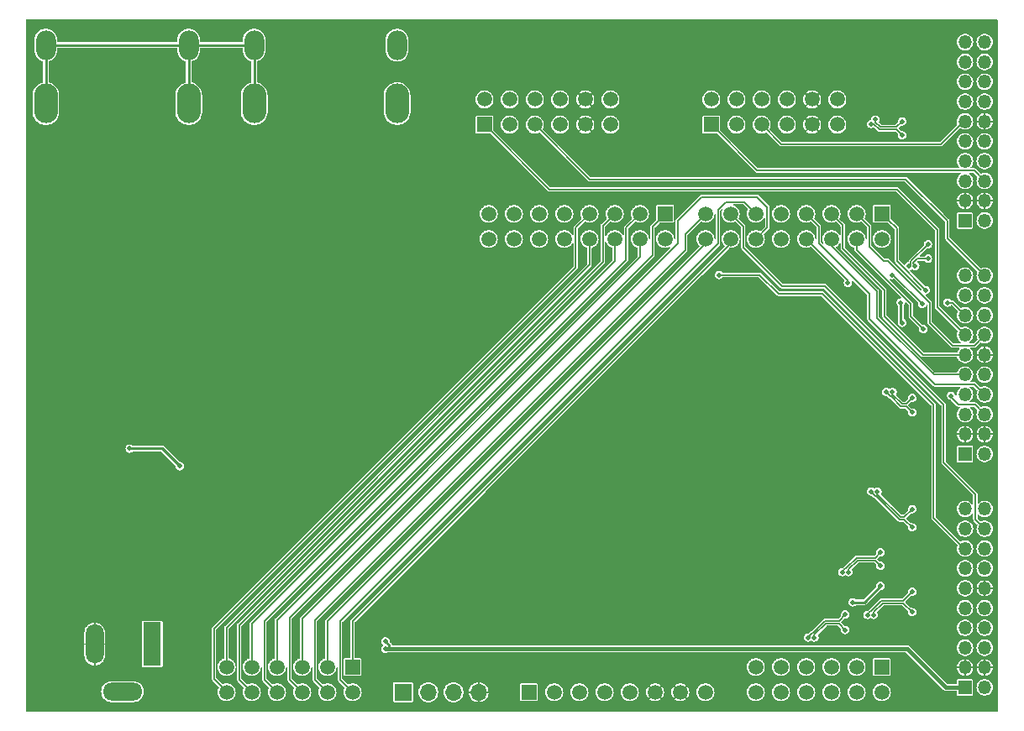
<source format=gbr>
%TF.GenerationSoftware,KiCad,Pcbnew,(6.0.6)*%
%TF.CreationDate,2022-08-23T23:43:20+09:00*%
%TF.ProjectId,ebaz_sdr,6562617a-5f73-4647-922e-6b696361645f,rev?*%
%TF.SameCoordinates,Original*%
%TF.FileFunction,Copper,L2,Bot*%
%TF.FilePolarity,Positive*%
%FSLAX46Y46*%
G04 Gerber Fmt 4.6, Leading zero omitted, Abs format (unit mm)*
G04 Created by KiCad (PCBNEW (6.0.6)) date 2022-08-23 23:43:20*
%MOMM*%
%LPD*%
G01*
G04 APERTURE LIST*
%TA.AperFunction,ComponentPad*%
%ADD10R,1.700000X1.700000*%
%TD*%
%TA.AperFunction,ComponentPad*%
%ADD11O,1.700000X1.700000*%
%TD*%
%TA.AperFunction,ComponentPad*%
%ADD12R,1.800000X4.400000*%
%TD*%
%TA.AperFunction,ComponentPad*%
%ADD13O,1.800000X4.000000*%
%TD*%
%TA.AperFunction,ComponentPad*%
%ADD14O,4.000000X1.800000*%
%TD*%
%TA.AperFunction,ComponentPad*%
%ADD15R,1.500000X1.500000*%
%TD*%
%TA.AperFunction,ComponentPad*%
%ADD16C,1.500000*%
%TD*%
%TA.AperFunction,ComponentPad*%
%ADD17R,1.350000X1.350000*%
%TD*%
%TA.AperFunction,ComponentPad*%
%ADD18O,1.350000X1.350000*%
%TD*%
%TA.AperFunction,ComponentPad*%
%ADD19O,2.400000X4.000000*%
%TD*%
%TA.AperFunction,ComponentPad*%
%ADD20O,2.000000X3.000000*%
%TD*%
%TA.AperFunction,ViaPad*%
%ADD21C,0.500380*%
%TD*%
%TA.AperFunction,Conductor*%
%ADD22C,0.254000*%
%TD*%
%TA.AperFunction,Conductor*%
%ADD23C,0.127000*%
%TD*%
%TA.AperFunction,Conductor*%
%ADD24C,0.381000*%
%TD*%
G04 APERTURE END LIST*
D10*
%TO.P,J9,1,Pin_1*%
%TO.N,/VCC3V3*%
X138433277Y-138114532D03*
D11*
%TO.P,J9,2,Pin_2*%
%TO.N,unconnected-(J9-Pad2)*%
X140973277Y-138114532D03*
%TO.P,J9,3,Pin_3*%
%TO.N,unconnected-(J9-Pad3)*%
X143513277Y-138114532D03*
%TO.P,J9,4,Pin_4*%
%TO.N,GND*%
X146053277Y-138114532D03*
%TD*%
D12*
%TO.P,J7,1*%
%TO.N,+12V*%
X113157000Y-133258001D03*
D13*
%TO.P,J7,2*%
%TO.N,GND*%
X107357000Y-133258001D03*
D14*
%TO.P,J7,3*%
%TO.N,N/C*%
X110157000Y-138058001D03*
%TD*%
D15*
%TO.P,PMODA1,1,1*%
%TO.N,/P1_P*%
X146638747Y-80848200D03*
D16*
%TO.P,PMODA1,2,2*%
%TO.N,/P2_P*%
X146638747Y-78308200D03*
%TO.P,PMODA1,3,3*%
%TO.N,/P1_N*%
X149178747Y-80848200D03*
%TO.P,PMODA1,4,4*%
%TO.N,/P2_N*%
X149178747Y-78308200D03*
%TO.P,PMODA1,5,5*%
%TO.N,/P3_P*%
X151718747Y-80848200D03*
%TO.P,PMODA1,6,6*%
%TO.N,/P4_P*%
X151718747Y-78308200D03*
%TO.P,PMODA1,7,7*%
%TO.N,/P3_N*%
X154258747Y-80848200D03*
%TO.P,PMODA1,8,8*%
%TO.N,/P4_N*%
X154258747Y-78308200D03*
%TO.P,PMODA1,9,9*%
%TO.N,GND*%
X156798747Y-80848200D03*
%TO.P,PMODA1,10,10*%
X156798747Y-78308200D03*
%TO.P,PMODA1,11,11*%
%TO.N,/VCC3V3*%
X159338747Y-80848200D03*
%TO.P,PMODA1,12,12*%
X159338747Y-78308200D03*
%TD*%
D15*
%TO.P,J2J1,1,1*%
%TO.N,/CTRL_OUT3*%
X164849277Y-89854532D03*
D16*
%TO.P,J2J1,2,2*%
%TO.N,/SPI_DO*%
X164849277Y-92394532D03*
%TO.P,J2J1,3,3*%
%TO.N,/CTRL_OUT1*%
X162309277Y-89854532D03*
%TO.P,J2J1,4,4*%
%TO.N,/CTRL_OUT2*%
X162309277Y-92394532D03*
%TO.P,J2J1,5,5*%
%TO.N,/CTRL_IN3*%
X159769277Y-89854532D03*
%TO.P,J2J1,6,6*%
%TO.N,/CTRL_IN0*%
X159769277Y-92394532D03*
%TO.P,J2J1,7,7*%
%TO.N,/CTRL_IN2*%
X157229277Y-89854532D03*
%TO.P,J2J1,8,8*%
%TO.N,/CTRL_IN1*%
X157229277Y-92394532D03*
%TO.P,J2J1,9*%
%TO.N,N/C*%
X154689277Y-89854532D03*
%TO.P,J2J1,10*%
X154689277Y-92394532D03*
%TO.P,J2J1,11*%
X152149277Y-89854532D03*
%TO.P,J2J1,12*%
X152149277Y-92394532D03*
%TO.P,J2J1,13*%
X149609277Y-89854532D03*
%TO.P,J2J1,14*%
X149609277Y-92394532D03*
%TO.P,J2J1,15*%
X147069277Y-89854532D03*
%TO.P,J2J1,16*%
X147069277Y-92394532D03*
%TD*%
D15*
%TO.P,PMODB1,1,1*%
%TO.N,/Q1_P*%
X169498747Y-80848200D03*
D16*
%TO.P,PMODB1,2,2*%
%TO.N,/Q2_P*%
X169498747Y-78308200D03*
%TO.P,PMODB1,3,3*%
%TO.N,/Q1_N*%
X172038747Y-80848200D03*
%TO.P,PMODB1,4,4*%
%TO.N,/Q2_N*%
X172038747Y-78308200D03*
%TO.P,PMODB1,5,5*%
%TO.N,/Q3_P*%
X174578747Y-80848200D03*
%TO.P,PMODB1,6,6*%
%TO.N,/Q4_P*%
X174578747Y-78308200D03*
%TO.P,PMODB1,7,7*%
%TO.N,/Q3_N*%
X177118747Y-80848200D03*
%TO.P,PMODB1,8,8*%
%TO.N,/Q4_N*%
X177118747Y-78308200D03*
%TO.P,PMODB1,9,9*%
%TO.N,GND*%
X179658747Y-80848200D03*
%TO.P,PMODB1,10,10*%
X179658747Y-78308200D03*
%TO.P,PMODB1,11,11*%
%TO.N,/VCC3V3*%
X182198747Y-80848200D03*
%TO.P,PMODB1,12,12*%
X182198747Y-78308200D03*
%TD*%
D17*
%TO.P,J6,1,Pin_1*%
%TO.N,+12V*%
X195065000Y-137625600D03*
D18*
%TO.P,J6,2,Pin_2*%
X197065000Y-137625600D03*
%TO.P,J6,3,Pin_3*%
%TO.N,GND*%
X195065000Y-135625600D03*
%TO.P,J6,4,Pin_4*%
X197065000Y-135625600D03*
%TO.P,J6,5,Pin_5*%
%TO.N,/TMDS_D5_N*%
X195065000Y-133625600D03*
%TO.P,J6,6,Pin_6*%
%TO.N,unconnected-(J6-Pad6)*%
X197065000Y-133625600D03*
%TO.P,J6,7,Pin_7*%
%TO.N,/TMDS_D5_P*%
X195065000Y-131625600D03*
%TO.P,J6,8,Pin_8*%
%TO.N,/TMDS_D0_N*%
X197065000Y-131625600D03*
%TO.P,J6,9,Pin_9*%
%TO.N,/TMDS_D0_P*%
X195065000Y-129625600D03*
%TO.P,J6,10,Pin_10*%
%TO.N,unconnected-(J6-Pad10)*%
X197065000Y-129625600D03*
%TO.P,J6,11,Pin_11*%
%TO.N,unconnected-(J6-Pad11)*%
X195065000Y-127625600D03*
%TO.P,J6,12,Pin_12*%
%TO.N,GND*%
X197065000Y-127625600D03*
%TO.P,J6,13,Pin_13*%
%TO.N,/TMDS_D4_N*%
X195065000Y-125625600D03*
%TO.P,J6,14,Pin_14*%
%TO.N,unconnected-(J6-Pad14)*%
X197065000Y-125625600D03*
%TO.P,J6,15,Pin_15*%
%TO.N,/SPI_DO*%
X195065000Y-123625600D03*
%TO.P,J6,16,Pin_16*%
%TO.N,/TMDS_D4_P*%
X197065000Y-123625600D03*
%TO.P,J6,17,Pin_17*%
%TO.N,/TMDS_D2_N*%
X195065000Y-121625600D03*
%TO.P,J6,18,Pin_18*%
%TO.N,/AD9361_CLKOUT*%
X197065000Y-121625600D03*
%TO.P,J6,19,Pin_19*%
%TO.N,/TMDS_D2_P*%
X195065000Y-119625600D03*
%TO.P,J6,20,Pin_20*%
%TO.N,unconnected-(J6-Pad20)*%
X197065000Y-119625600D03*
%TD*%
D15*
%TO.P,J8,1,1*%
%TO.N,/CTRL_OUT5*%
X133353277Y-135574532D03*
D16*
%TO.P,J8,2,2*%
%TO.N,/CTRL_OUT4*%
X133353277Y-138114532D03*
%TO.P,J8,3,3*%
%TO.N,/CTRL_OUT6*%
X130813277Y-135574532D03*
%TO.P,J8,4,4*%
%TO.N,/CTRL_OUT7*%
X130813277Y-138114532D03*
%TO.P,J8,5,5*%
%TO.N,/CTRL_OUT0*%
X128273277Y-135574532D03*
%TO.P,J8,6,6*%
%TO.N,/CTRL_OUT3*%
X128273277Y-138114532D03*
%TO.P,J8,7,7*%
%TO.N,/CTRL_OUT2*%
X125733277Y-135574532D03*
%TO.P,J8,8,8*%
%TO.N,/CTRL_OUT1*%
X125733277Y-138114532D03*
%TO.P,J8,9,9*%
%TO.N,/CTRL_IN0*%
X123193277Y-135574532D03*
%TO.P,J8,10,10*%
%TO.N,/CTRL_IN3*%
X123193277Y-138114532D03*
%TO.P,J8,11,11*%
%TO.N,/CTRL_IN1*%
X120653277Y-135574532D03*
%TO.P,J8,12,12*%
%TO.N,/CTRL_IN2*%
X120653277Y-138114532D03*
%TD*%
D17*
%TO.P,J5,1,Pin_1*%
%TO.N,+12V*%
X195065000Y-114079800D03*
D18*
%TO.P,J5,2,Pin_2*%
X197065000Y-114079800D03*
%TO.P,J5,3,Pin_3*%
%TO.N,GND*%
X195065000Y-112079800D03*
%TO.P,J5,4,Pin_4*%
X197065000Y-112079800D03*
%TO.P,J5,5,Pin_5*%
%TO.N,/TMDS_D3_N*%
X195065000Y-110079800D03*
%TO.P,J5,6,Pin_6*%
%TO.N,/AD9361_RST*%
X197065000Y-110079800D03*
%TO.P,J5,7,Pin_7*%
%TO.N,/TMDS_D3_P*%
X195065000Y-108079800D03*
%TO.P,J5,8,Pin_8*%
%TO.N,/SPI_DI*%
X197065000Y-108079800D03*
%TO.P,J5,9,Pin_9*%
%TO.N,/SPI_ENB*%
X195065000Y-106079800D03*
%TO.P,J5,10,Pin_10*%
%TO.N,unconnected-(J5-Pad10)*%
X197065000Y-106079800D03*
%TO.P,J5,11,Pin_11*%
%TO.N,/SPI_CLK*%
X195065000Y-104079800D03*
%TO.P,J5,12,Pin_12*%
%TO.N,GND*%
X197065000Y-104079800D03*
%TO.P,J5,13,Pin_13*%
%TO.N,/P1_P*%
X195065000Y-102079800D03*
%TO.P,J5,14,Pin_14*%
%TO.N,/EN_AGC*%
X197065000Y-102079800D03*
%TO.P,J5,15,Pin_15*%
%TO.N,/TXNRX*%
X195065000Y-100079800D03*
%TO.P,J5,16,Pin_16*%
%TO.N,/TMDS_D1_P*%
X197065000Y-100079800D03*
%TO.P,J5,17,Pin_17*%
%TO.N,/ENABLE*%
X195065000Y-98079800D03*
%TO.P,J5,18,Pin_18*%
%TO.N,/TMDS_D1_N*%
X197065000Y-98079800D03*
%TO.P,J5,19,Pin_19*%
%TO.N,/TMDS_FRAME_N*%
X195065000Y-96079800D03*
%TO.P,J5,20,Pin_20*%
%TO.N,/P3_P*%
X197065000Y-96079800D03*
%TD*%
D15*
%TO.P,J1,1,1*%
%TO.N,/ENABLE*%
X186693277Y-89854532D03*
D16*
%TO.P,J1,2,2*%
%TO.N,/XTAL1V8*%
X186693277Y-92394532D03*
%TO.P,J1,3,3*%
%TO.N,/EN_AGC*%
X184153277Y-89854532D03*
%TO.P,J1,4,4*%
%TO.N,/AD9361_RST*%
X184153277Y-92394532D03*
%TO.P,J1,5,5*%
%TO.N,/SPI_CLK*%
X181613277Y-89854532D03*
%TO.P,J1,6,6*%
%TO.N,/SPI_ENB*%
X181613277Y-92394532D03*
%TO.P,J1,7,7*%
%TO.N,/SPI_DI*%
X179073277Y-89854532D03*
%TO.P,J1,8,8*%
%TO.N,/TXNRX*%
X179073277Y-92394532D03*
%TO.P,J1,9,9*%
%TO.N,/OI9*%
X176533277Y-89854532D03*
%TO.P,J1,10,10*%
%TO.N,/OI10*%
X176533277Y-92394532D03*
%TO.P,J1,11,11*%
%TO.N,/CTRL_OUT4*%
X173993277Y-89854532D03*
%TO.P,J1,12,12*%
%TO.N,/CTRL_OUT0*%
X173993277Y-92394532D03*
%TO.P,J1,13,13*%
%TO.N,/AD9361_CLKOUT*%
X171453277Y-89854532D03*
%TO.P,J1,14,14*%
%TO.N,/CTRL_OUT5*%
X171453277Y-92394532D03*
%TO.P,J1,15,15*%
%TO.N,/CTRL_OUT7*%
X168913277Y-89854532D03*
%TO.P,J1,16,16*%
%TO.N,/CTRL_OUT6*%
X168913277Y-92394532D03*
%TD*%
D19*
%TO.P,HDMI2,SH1,SH1*%
%TO.N,Net-(C1-Pad1)*%
X102424343Y-78727399D03*
%TO.P,HDMI2,SH2,SH2*%
X116824344Y-78727399D03*
D20*
%TO.P,HDMI2,SH3,SH3*%
X102424343Y-72827401D03*
%TO.P,HDMI2,SH4,SH4*%
X116824344Y-72827401D03*
%TD*%
D17*
%TO.P,J4,1,Pin_1*%
%TO.N,+12V*%
X195065000Y-90534000D03*
D18*
%TO.P,J4,2,Pin_2*%
X197065000Y-90534000D03*
%TO.P,J4,3,Pin_3*%
%TO.N,GND*%
X195065000Y-88534000D03*
%TO.P,J4,4,Pin_4*%
X197065000Y-88534000D03*
%TO.P,J4,5,Pin_5*%
%TO.N,/TMDS_FRAME_P*%
X195065000Y-86534000D03*
%TO.P,J4,6,Pin_6*%
%TO.N,/Q1_P*%
X197065000Y-86534000D03*
%TO.P,J4,7,Pin_7*%
%TO.N,/TMDS_CLK_N*%
X195065000Y-84534000D03*
%TO.P,J4,8,Pin_8*%
%TO.N,unconnected-(J4-Pad8)*%
X197065000Y-84534000D03*
%TO.P,J4,9,Pin_9*%
%TO.N,/TMDS_CLK_P*%
X195065000Y-82534000D03*
%TO.P,J4,10,Pin_10*%
%TO.N,unconnected-(J4-Pad10)*%
X197065000Y-82534000D03*
%TO.P,J4,11,Pin_11*%
%TO.N,/Q3_P*%
X195065000Y-80534000D03*
%TO.P,J4,12,Pin_12*%
%TO.N,GND*%
X197065000Y-80534000D03*
%TO.P,J4,13,Pin_13*%
%TO.N,/Q4_N*%
X195065000Y-78534000D03*
%TO.P,J4,14,Pin_14*%
%TO.N,unconnected-(J4-Pad14)*%
X197065000Y-78534000D03*
%TO.P,J4,15,Pin_15*%
%TO.N,/Q2_N*%
X195065000Y-76534000D03*
%TO.P,J4,16,Pin_16*%
%TO.N,unconnected-(J4-Pad16)*%
X197065000Y-76534000D03*
%TO.P,J4,17,Pin_17*%
%TO.N,/P4_N*%
X195065000Y-74534000D03*
%TO.P,J4,18,Pin_18*%
%TO.N,unconnected-(J4-Pad18)*%
X197065000Y-74534000D03*
%TO.P,J4,19,Pin_19*%
%TO.N,/P2_N*%
X195065000Y-72534000D03*
%TO.P,J4,20,Pin_20*%
%TO.N,unconnected-(J4-Pad20)*%
X197065000Y-72534000D03*
%TD*%
D19*
%TO.P,HDMI1,SH1,SH1*%
%TO.N,Net-(C1-Pad1)*%
X123424351Y-78727399D03*
%TO.P,HDMI1,SH2,SH2*%
X137824352Y-78727399D03*
D20*
%TO.P,HDMI1,SH3,SH3*%
X123424351Y-72827401D03*
%TO.P,HDMI1,SH4,SH4*%
X137824352Y-72827401D03*
%TD*%
D15*
%TO.P,J2,1,1*%
%TO.N,unconnected-(J2-Pad1)*%
X186693277Y-135574532D03*
D16*
%TO.P,J2,2,2*%
%TO.N,unconnected-(J2-Pad2)*%
X186693277Y-138114532D03*
%TO.P,J2,3,3*%
%TO.N,unconnected-(J2-Pad3)*%
X184153277Y-135574532D03*
%TO.P,J2,4,4*%
%TO.N,unconnected-(J2-Pad4)*%
X184153277Y-138114532D03*
%TO.P,J2,5,5*%
%TO.N,unconnected-(J2-Pad5)*%
X181613277Y-135574532D03*
%TO.P,J2,6,6*%
%TO.N,unconnected-(J2-Pad6)*%
X181613277Y-138114532D03*
%TO.P,J2,7,7*%
%TO.N,unconnected-(J2-Pad7)*%
X179073277Y-135574532D03*
%TO.P,J2,8,8*%
%TO.N,unconnected-(J2-Pad8)*%
X179073277Y-138114532D03*
%TO.P,J2,9,9*%
%TO.N,unconnected-(J2-Pad9)*%
X176533277Y-135574532D03*
%TO.P,J2,10,10*%
%TO.N,unconnected-(J2-Pad10)*%
X176533277Y-138114532D03*
%TO.P,J2,11,11*%
%TO.N,unconnected-(J2-Pad11)*%
X173993277Y-135574532D03*
%TO.P,J2,12,12*%
%TO.N,unconnected-(J2-Pad12)*%
X173993277Y-138114532D03*
%TD*%
D15*
%TO.P,J3,1,1*%
%TO.N,unconnected-(J3-Pad1)*%
X151133277Y-138114532D03*
D16*
%TO.P,J3,2,2*%
%TO.N,unconnected-(J3-Pad2)*%
X153673277Y-138114532D03*
%TO.P,J3,3,3*%
%TO.N,unconnected-(J3-Pad3)*%
X156213277Y-138114532D03*
%TO.P,J3,4,4*%
%TO.N,unconnected-(J3-Pad4)*%
X158753277Y-138114532D03*
%TO.P,J3,5,5*%
%TO.N,VCC_5V0*%
X161293277Y-138114532D03*
%TO.P,J3,6,6*%
%TO.N,GND*%
X163833277Y-138114532D03*
%TO.P,J3,7,7*%
X166373277Y-138114532D03*
%TO.P,J3,8,8*%
%TO.N,unconnected-(J3-Pad8)*%
X168913277Y-138114532D03*
%TD*%
D21*
%TO.N,+12V*%
X110873507Y-113534992D03*
X115951500Y-115314999D03*
%TO.N,GND*%
X119507500Y-118743999D03*
X116586500Y-114298999D03*
X108331000Y-86741000D03*
X182118000Y-101346000D03*
X185674000Y-108077000D03*
X144653000Y-104902000D03*
X104521000Y-114554000D03*
X113665000Y-71374000D03*
X107823000Y-83947000D03*
X104521000Y-96647000D03*
X133477000Y-82423000D03*
X154305000Y-75692000D03*
X139192000Y-97536000D03*
X147320000Y-125730000D03*
X104521000Y-130683000D03*
X104648000Y-137922000D03*
X191389000Y-133604000D03*
X164592000Y-79756000D03*
X179832000Y-99060000D03*
X141732000Y-107569000D03*
X193167000Y-95631000D03*
X172466000Y-94869000D03*
X192024000Y-105156000D03*
X124333000Y-109347000D03*
X131699000Y-87122000D03*
X142113000Y-79629000D03*
X133731000Y-71628000D03*
X131826000Y-85217000D03*
X143764000Y-122047000D03*
X145923000Y-97917000D03*
X148209000Y-101473000D03*
X196596000Y-116078000D03*
X139954000Y-86487000D03*
X111506000Y-83947000D03*
X104521000Y-105791000D03*
X131953000Y-116967000D03*
X135509000Y-131191000D03*
X104521000Y-91948000D03*
X182499000Y-71247000D03*
X138811000Y-110363000D03*
X105791000Y-71247000D03*
X127381000Y-82550000D03*
X167767000Y-98933000D03*
X193294000Y-117856000D03*
X104521000Y-89027000D03*
X133096000Y-111887000D03*
X146050000Y-86487000D03*
X175006000Y-130048000D03*
X191262000Y-127762000D03*
X192913000Y-128524000D03*
X136779000Y-84582000D03*
X178562000Y-128397000D03*
X112141000Y-96647000D03*
X193294000Y-101473000D03*
X191389000Y-138684000D03*
X196723000Y-93091000D03*
X117856000Y-90551000D03*
X192786000Y-107696000D03*
X147320000Y-129540000D03*
X191135000Y-121793000D03*
X127000000Y-71628000D03*
X121285000Y-99695000D03*
X192278000Y-102870000D03*
X116713000Y-131572000D03*
X192287798Y-84331175D03*
X190881000Y-125857000D03*
X192151000Y-131445000D03*
X158750000Y-108204000D03*
X190500000Y-78232000D03*
X130683000Y-102743000D03*
X124790458Y-82632441D03*
X164846000Y-101473000D03*
X192659000Y-81280000D03*
X192532000Y-71247000D03*
X180340000Y-125603000D03*
X104521000Y-123571000D03*
X186563000Y-84201000D03*
X104267000Y-83947000D03*
X185166000Y-78232000D03*
X135255000Y-114046000D03*
X193802000Y-104902000D03*
X192405000Y-87122000D03*
X129413000Y-82550000D03*
%TO.N,/TMDS_D3_P*%
X189738000Y-108420500D03*
X187765690Y-107823000D03*
%TO.N,/TMDS_D3_N*%
X187138310Y-107823000D03*
X189738000Y-109892500D03*
%TO.N,/TMDS_FRAME_P*%
X189424310Y-95123000D03*
X191338500Y-92913500D03*
%TO.N,/TMDS_FRAME_N*%
X191338500Y-94385500D03*
X190051690Y-95123000D03*
%TO.N,/TMDS_CLK_P*%
X186041263Y-80344723D03*
X188722000Y-80518000D03*
%TO.N,/TMDS_CLK_N*%
X185597637Y-80788349D03*
X188722000Y-81915000D03*
%TO.N,/TMDS_D5_P*%
X179264310Y-132588000D03*
X183007000Y-130264500D03*
%TO.N,/TMDS_D5_N*%
X183007000Y-131826000D03*
X179891690Y-132588000D03*
%TO.N,/TMDS_D0_P*%
X189738000Y-127978500D03*
X185233310Y-130302000D03*
%TO.N,/TMDS_D0_N*%
X189738000Y-130033500D03*
X185860690Y-130302000D03*
%TO.N,/TMDS_D4_P*%
X186563000Y-124004000D03*
X182693310Y-125984000D03*
%TO.N,/TMDS_D4_N*%
X186563000Y-125349000D03*
X183320690Y-125984000D03*
%TO.N,/TMDS_D2_P*%
X189738000Y-119634000D03*
X186241690Y-117856000D03*
%TO.N,/TMDS_D2_N*%
X189738000Y-121487000D03*
X185614310Y-117856000D03*
%TO.N,/VCC3V3*%
X188722000Y-100838000D03*
X186563000Y-127381000D03*
X183769000Y-129032000D03*
X188595000Y-98806000D03*
%TO.N,/ENABLE*%
X191135000Y-97536000D03*
%TO.N,/AD9361_RST*%
X193675000Y-108204000D03*
X190881000Y-101473000D03*
%TO.N,/TXNRX*%
X190754000Y-98933000D03*
X183274047Y-96806386D03*
X193294000Y-98806000D03*
X187706000Y-96012000D03*
%TO.N,/SPI_DO*%
X170307000Y-96012000D03*
%TO.N,+12V*%
X136652000Y-133731000D03*
X136652000Y-132969000D03*
%TD*%
D22*
%TO.N,+12V*%
X115951500Y-115314999D02*
X114171493Y-113534992D01*
X114171493Y-113534992D02*
X110873507Y-113534992D01*
%TO.N,Net-(C1-Pad1)*%
X102424343Y-72827401D02*
X116824344Y-72827401D01*
X116824344Y-72827401D02*
X116824344Y-78727399D01*
X102424343Y-72827401D02*
X102424343Y-78727399D01*
X116824344Y-72827401D02*
X123424351Y-72827401D01*
X123424351Y-72827401D02*
X123424351Y-78727399D01*
D23*
%TO.N,/TMDS_D3_P*%
X189129001Y-109029499D02*
X189738000Y-108420500D01*
X188704020Y-109029499D02*
X189129001Y-109029499D01*
X187765690Y-108091169D02*
X188704020Y-109029499D01*
X187765690Y-107823000D02*
X187765690Y-108091169D01*
%TO.N,/TMDS_D3_N*%
X187301060Y-107985750D02*
X187301060Y-108015457D01*
X187573233Y-108287630D02*
X187602940Y-108287630D01*
X187138310Y-107823000D02*
X187301060Y-107985750D01*
X187301060Y-108015457D02*
X187573233Y-108287630D01*
X189129001Y-109283501D02*
X189738000Y-109892500D01*
X188598811Y-109283501D02*
X189129001Y-109283501D01*
X187602940Y-108287630D02*
X188598811Y-109283501D01*
%TO.N,/TMDS_FRAME_P*%
X189610999Y-94878320D02*
X189610999Y-94641001D01*
X189610999Y-94641001D02*
X191338500Y-92913500D01*
X189567060Y-94922259D02*
X189610999Y-94878320D01*
X189567060Y-94980250D02*
X189567060Y-94922259D01*
X189424310Y-95123000D02*
X189567060Y-94980250D01*
%TO.N,/TMDS_FRAME_N*%
X189865001Y-94878320D02*
X189865001Y-94746210D01*
X190225711Y-94385500D02*
X191338500Y-94385500D01*
X190051690Y-95123000D02*
X189908940Y-94980250D01*
X189908940Y-94922259D02*
X189865001Y-94878320D01*
X189865001Y-94746210D02*
X190225711Y-94385500D01*
X189908940Y-94980250D02*
X189908940Y-94922259D01*
%TO.N,/TMDS_CLK_P*%
X186522019Y-81089499D02*
X188150501Y-81089499D01*
X188150501Y-81089499D02*
X188722000Y-80518000D01*
X186041263Y-80344723D02*
X186041263Y-80608743D01*
X186041263Y-80608743D02*
X186522019Y-81089499D01*
%TO.N,/TMDS_CLK_N*%
X186416809Y-81343501D02*
X188150501Y-81343501D01*
X185861657Y-80788349D02*
X186416809Y-81343501D01*
X188150501Y-81343501D02*
X188722000Y-81915000D01*
X185597637Y-80788349D02*
X185861657Y-80788349D01*
%TO.N,/TMDS_D5_P*%
X179264310Y-132588000D02*
X179427060Y-132425250D01*
X179427060Y-132425250D02*
X179427060Y-132395543D01*
X179427060Y-132395543D02*
X179699233Y-132123370D01*
X180934061Y-130918249D02*
X182353251Y-130918249D01*
X179728940Y-132123370D02*
X180934061Y-130918249D01*
X182353251Y-130918249D02*
X183007000Y-130264500D01*
X179699233Y-132123370D02*
X179728940Y-132123370D01*
%TO.N,/TMDS_D5_N*%
X181039270Y-131172251D02*
X182353251Y-131172251D01*
X179891690Y-132588000D02*
X179891690Y-132319831D01*
X182353251Y-131172251D02*
X183007000Y-131826000D01*
X179891690Y-132319831D02*
X181039270Y-131172251D01*
%TO.N,/TMDS_D0_P*%
X185396060Y-130139250D02*
X185396060Y-130109543D01*
X185668233Y-129837370D02*
X185697940Y-129837370D01*
X185396060Y-130109543D02*
X185668233Y-129837370D01*
X185697940Y-129837370D02*
X186656311Y-128878999D01*
X186656311Y-128878999D02*
X188837501Y-128878999D01*
X185233310Y-130302000D02*
X185396060Y-130139250D01*
X188837501Y-128878999D02*
X189738000Y-127978500D01*
%TO.N,/TMDS_D0_N*%
X186761520Y-129133001D02*
X188837501Y-129133001D01*
X185860690Y-130302000D02*
X185860690Y-130033831D01*
X185860690Y-130033831D02*
X186761520Y-129133001D01*
X188837501Y-129133001D02*
X189738000Y-130033500D01*
%TO.N,/TMDS_D4_P*%
X182693310Y-125984000D02*
X182856060Y-125821250D01*
X183128233Y-125519370D02*
X183157940Y-125519370D01*
X182856060Y-125791543D02*
X183128233Y-125519370D01*
X184127811Y-124549499D02*
X186017501Y-124549499D01*
X183157940Y-125519370D02*
X184127811Y-124549499D01*
X186017501Y-124549499D02*
X186563000Y-124004000D01*
X182856060Y-125821250D02*
X182856060Y-125791543D01*
%TO.N,/TMDS_D4_N*%
X184233020Y-124803501D02*
X186017501Y-124803501D01*
X186017501Y-124803501D02*
X186563000Y-125349000D01*
X183320690Y-125715831D02*
X184233020Y-124803501D01*
X183320690Y-125984000D02*
X183320690Y-125715831D01*
%TO.N,/TMDS_D2_P*%
X188938501Y-120433499D02*
X189738000Y-119634000D01*
X186241690Y-118124169D02*
X188551020Y-120433499D01*
X188551020Y-120433499D02*
X188938501Y-120433499D01*
X186241690Y-117856000D02*
X186241690Y-118124169D01*
%TO.N,/TMDS_D2_N*%
X185777060Y-118018750D02*
X185777060Y-118048457D01*
X188938501Y-120687501D02*
X189738000Y-121487000D01*
X188445811Y-120687501D02*
X188938501Y-120687501D01*
X185777060Y-118048457D02*
X186049233Y-118320630D01*
X186049233Y-118320630D02*
X186078940Y-118320630D01*
X185614310Y-117856000D02*
X185777060Y-118018750D01*
X186078940Y-118320630D02*
X188445811Y-120687501D01*
%TO.N,/P1_P*%
X192278000Y-91440000D02*
X188214000Y-87376000D01*
X153162000Y-87376000D02*
X146638747Y-80852747D01*
X146638747Y-80852747D02*
X146638747Y-80848200D01*
X192278000Y-99292800D02*
X192278000Y-91440000D01*
X188214000Y-87376000D02*
X153162000Y-87376000D01*
X195065000Y-102079800D02*
X192278000Y-99292800D01*
%TO.N,/P3_P*%
X193294000Y-90551000D02*
X193294000Y-92329000D01*
X151718747Y-80848200D02*
X157230547Y-86360000D01*
X157230547Y-86360000D02*
X189103000Y-86360000D01*
X193294000Y-92329000D02*
X197044800Y-96079800D01*
X197044800Y-96079800D02*
X197065000Y-96079800D01*
X189103000Y-86360000D02*
X193294000Y-90551000D01*
%TO.N,/Q1_P*%
X174121547Y-85471000D02*
X196002000Y-85471000D01*
X196002000Y-85471000D02*
X197065000Y-86534000D01*
X169498747Y-80848200D02*
X174121547Y-85471000D01*
%TO.N,/Q3_P*%
X174578747Y-80848200D02*
X176534547Y-82804000D01*
X192659000Y-82804000D02*
X194929000Y-80534000D01*
X176534547Y-82804000D02*
X192659000Y-82804000D01*
X194929000Y-80534000D02*
X195065000Y-80534000D01*
D22*
%TO.N,/VCC3V3*%
X183769000Y-129032000D02*
X184912000Y-129032000D01*
X188595000Y-100711000D02*
X188722000Y-100838000D01*
X184912000Y-129032000D02*
X186563000Y-127381000D01*
X188595000Y-98806000D02*
X188595000Y-100711000D01*
D23*
%TO.N,/ENABLE*%
X186693277Y-89854532D02*
X187136532Y-89854532D01*
X188214000Y-91313000D02*
X187325000Y-90424000D01*
X187325000Y-90424000D02*
X187262745Y-90424000D01*
X187262745Y-90424000D02*
X186693277Y-89854532D01*
X191135000Y-97536000D02*
X188214000Y-94615000D01*
X188214000Y-94615000D02*
X188214000Y-91313000D01*
%TO.N,/EN_AGC*%
X185420000Y-93154500D02*
X186880500Y-94615000D01*
X196020800Y-103124000D02*
X197065000Y-102079800D01*
X191516000Y-98806000D02*
X191516000Y-100838000D01*
X191516000Y-100838000D02*
X193802000Y-103124000D01*
X185420000Y-91121255D02*
X185420000Y-93154500D01*
X193802000Y-103124000D02*
X196020800Y-103124000D01*
X184153277Y-89854532D02*
X185420000Y-91121255D01*
X187325000Y-94615000D02*
X191516000Y-98806000D01*
X186880500Y-94615000D02*
X187325000Y-94615000D01*
%TO.N,/AD9361_RST*%
X184153277Y-92394532D02*
X184153277Y-93475277D01*
X189611000Y-100203000D02*
X189611000Y-98933000D01*
X193675000Y-108204000D02*
X193675000Y-108331000D01*
X194437000Y-109093000D02*
X196078200Y-109093000D01*
X193675000Y-108331000D02*
X194437000Y-109093000D01*
X190881000Y-101473000D02*
X189611000Y-100203000D01*
X184153277Y-93475277D02*
X189611000Y-98933000D01*
X196078200Y-109093000D02*
X197065000Y-110079800D01*
%TO.N,/SPI_CLK*%
X181613277Y-89854532D02*
X182753000Y-90994255D01*
X186944000Y-97536000D02*
X186944000Y-100203000D01*
X182753000Y-90994255D02*
X182753000Y-93345000D01*
X190820800Y-104079800D02*
X195065000Y-104079800D01*
X186944000Y-100203000D02*
X190820800Y-104079800D01*
X182753000Y-93345000D02*
X186944000Y-97536000D01*
%TO.N,/SPI_ENB*%
X195065000Y-106079800D02*
X191931800Y-106079800D01*
X191931800Y-106079800D02*
X186182000Y-100330000D01*
X186182000Y-100330000D02*
X186182000Y-97663000D01*
X186182000Y-97663000D02*
X181613277Y-93094277D01*
X181613277Y-93094277D02*
X181613277Y-92394532D01*
%TO.N,/SPI_DI*%
X180340000Y-91121255D02*
X180340000Y-92837000D01*
X185420000Y-97917000D02*
X183388000Y-95885000D01*
X197065000Y-108079800D02*
X196046200Y-107061000D01*
X179073277Y-89854532D02*
X180340000Y-91121255D01*
X180340000Y-92837000D02*
X183388000Y-95885000D01*
X196046200Y-107061000D02*
X192024000Y-107061000D01*
X185420000Y-100457000D02*
X185420000Y-97917000D01*
X192024000Y-107061000D02*
X185420000Y-100457000D01*
%TO.N,/TXNRX*%
X183274047Y-96595302D02*
X179073277Y-92394532D01*
X187833000Y-96012000D02*
X187706000Y-96012000D01*
X183274047Y-96806386D02*
X183274047Y-96595302D01*
X193791200Y-98806000D02*
X193294000Y-98806000D01*
X195065000Y-100079800D02*
X193791200Y-98806000D01*
X190754000Y-98933000D02*
X187833000Y-96012000D01*
%TO.N,/CTRL_OUT4*%
X132080000Y-130937000D02*
X132080000Y-136841255D01*
X170180000Y-92837000D02*
X132080000Y-130937000D01*
X132080000Y-136841255D02*
X133353277Y-138114532D01*
X173993277Y-89854532D02*
X172784745Y-88646000D01*
X170942000Y-88646000D02*
X170180000Y-89408000D01*
X172784745Y-88646000D02*
X170942000Y-88646000D01*
X170180000Y-89408000D02*
X170180000Y-92837000D01*
%TO.N,/CTRL_OUT0*%
X166116000Y-90551000D02*
X166116000Y-92837000D01*
X128270000Y-135571255D02*
X128273277Y-135574532D01*
X168529000Y-88138000D02*
X166116000Y-90551000D01*
X175133000Y-89154000D02*
X174117000Y-88138000D01*
X175133000Y-91254809D02*
X175133000Y-89154000D01*
X128270000Y-130683000D02*
X128270000Y-135571255D01*
X174117000Y-88138000D02*
X168529000Y-88138000D01*
X166116000Y-92837000D02*
X128270000Y-130683000D01*
X173993277Y-92394532D02*
X175133000Y-91254809D01*
%TO.N,/AD9361_CLKOUT*%
X197065000Y-121625600D02*
X196102326Y-120662926D01*
X192913000Y-109093000D02*
X180975000Y-97155000D01*
X172720000Y-93218000D02*
X172720000Y-91121255D01*
X196102326Y-118124326D02*
X192913000Y-114935000D01*
X196102326Y-120662926D02*
X196102326Y-118124326D01*
X192913000Y-114935000D02*
X192913000Y-109093000D01*
X180975000Y-97155000D02*
X176657000Y-97155000D01*
X172720000Y-91121255D02*
X171453277Y-89854532D01*
X176657000Y-97155000D02*
X172720000Y-93218000D01*
%TO.N,/CTRL_OUT5*%
X171453277Y-92394532D02*
X171453277Y-92833723D01*
X171453277Y-92833723D02*
X133350000Y-130937000D01*
X133350000Y-130937000D02*
X133350000Y-135571255D01*
X133350000Y-135571255D02*
X133353277Y-135574532D01*
%TO.N,/CTRL_OUT7*%
X166878000Y-91889809D02*
X166878000Y-93472000D01*
X129540000Y-136841255D02*
X130813277Y-138114532D01*
X168913277Y-89854532D02*
X166878000Y-91889809D01*
X129540000Y-130810000D02*
X129540000Y-136841255D01*
X166878000Y-93472000D02*
X129540000Y-130810000D01*
%TO.N,/CTRL_OUT6*%
X130810000Y-135571255D02*
X130813277Y-135574532D01*
X168913277Y-92833723D02*
X130810000Y-130937000D01*
X168913277Y-92394532D02*
X168913277Y-92833723D01*
X130810000Y-130937000D02*
X130810000Y-135571255D01*
%TO.N,/CTRL_OUT3*%
X163576000Y-91127809D02*
X163576000Y-93980000D01*
X127000000Y-136841255D02*
X128273277Y-138114532D01*
X164849277Y-89854532D02*
X163576000Y-91127809D01*
X163576000Y-93980000D02*
X127000000Y-130556000D01*
X127000000Y-130556000D02*
X127000000Y-136841255D01*
%TO.N,/SPI_DO*%
X176276000Y-97917000D02*
X180721000Y-97917000D01*
X180721000Y-97917000D02*
X191897000Y-109093000D01*
X170307000Y-96012000D02*
X174371000Y-96012000D01*
X174371000Y-96012000D02*
X176276000Y-97917000D01*
X191897000Y-109093000D02*
X191897000Y-120523000D01*
X194999600Y-123625600D02*
X195065000Y-123625600D01*
X191897000Y-120523000D02*
X194999600Y-123625600D01*
%TO.N,/CTRL_OUT1*%
X162309277Y-89854532D02*
X160909000Y-91254809D01*
X124460000Y-130937000D02*
X124460000Y-136841255D01*
X160909000Y-94488000D02*
X124460000Y-130937000D01*
X160909000Y-91254809D02*
X160909000Y-94488000D01*
X124460000Y-136841255D02*
X125733277Y-138114532D01*
%TO.N,/CTRL_OUT2*%
X162309277Y-92394532D02*
X162309277Y-94230723D01*
X125730000Y-135571255D02*
X125733277Y-135574532D01*
X125730000Y-130810000D02*
X125730000Y-135571255D01*
X162309277Y-94230723D02*
X125730000Y-130810000D01*
%TO.N,/CTRL_IN3*%
X158564809Y-91059000D02*
X158564809Y-94673191D01*
X159769277Y-89854532D02*
X158564809Y-91059000D01*
X121920000Y-131318000D02*
X121920000Y-136841255D01*
X121920000Y-136841255D02*
X123193277Y-138114532D01*
X158564809Y-94673191D02*
X121920000Y-131318000D01*
%TO.N,/CTRL_IN0*%
X159769277Y-92394532D02*
X159769277Y-94611723D01*
X159769277Y-94611723D02*
X123190000Y-131191000D01*
X123190000Y-131191000D02*
X123190000Y-135571255D01*
X123190000Y-135571255D02*
X123193277Y-135574532D01*
%TO.N,/CTRL_IN2*%
X120333745Y-137795000D02*
X120653277Y-138114532D01*
X155829000Y-91254809D02*
X155829000Y-95250000D01*
X155829000Y-95250000D02*
X119380000Y-131699000D01*
X119380000Y-131699000D02*
X119380000Y-136779000D01*
X120333745Y-137732745D02*
X120333745Y-137795000D01*
X119380000Y-136779000D02*
X120333745Y-137732745D01*
X157229277Y-89854532D02*
X155829000Y-91254809D01*
%TO.N,/CTRL_IN1*%
X120650000Y-131572000D02*
X120650000Y-135571255D01*
X157229277Y-92394532D02*
X157229277Y-94992723D01*
X120650000Y-135571255D02*
X120653277Y-135574532D01*
X157229277Y-94992723D02*
X120650000Y-131572000D01*
D22*
%TO.N,+12V*%
X137033000Y-133350000D02*
X137033000Y-133731000D01*
X137033000Y-133731000D02*
X137287000Y-133731000D01*
D24*
X137287000Y-133731000D02*
X136652000Y-133731000D01*
X193124607Y-137625607D02*
X189230000Y-133731000D01*
D22*
X136652000Y-132969000D02*
X137033000Y-133350000D01*
D24*
X181991000Y-133731000D02*
X137287000Y-133731000D01*
X189230000Y-133731000D02*
X181991000Y-133731000D01*
X195064990Y-137625607D02*
X193124607Y-137625607D01*
%TD*%
%TA.AperFunction,Conductor*%
%TO.N,GND*%
G36*
X198347138Y-70248593D02*
G01*
X198372858Y-70293142D01*
X198374000Y-70306200D01*
X198374000Y-140005800D01*
X198356407Y-140054138D01*
X198311858Y-140079858D01*
X198298800Y-140081000D01*
X100532200Y-140081000D01*
X100483862Y-140063407D01*
X100458142Y-140018858D01*
X100457000Y-140005800D01*
X100457000Y-138050615D01*
X107999031Y-138050615D01*
X108017745Y-138256249D01*
X108034141Y-138311959D01*
X108073188Y-138444628D01*
X108076044Y-138454333D01*
X108077747Y-138457590D01*
X108077748Y-138457593D01*
X108110757Y-138520732D01*
X108171708Y-138637320D01*
X108174013Y-138640186D01*
X108174013Y-138640187D01*
X108220673Y-138698220D01*
X108301091Y-138798241D01*
X108356004Y-138844318D01*
X108442535Y-138916926D01*
X108459268Y-138930967D01*
X108462490Y-138932738D01*
X108462491Y-138932739D01*
X108479424Y-138942048D01*
X108640211Y-139030442D01*
X108837030Y-139092876D01*
X108893507Y-139099211D01*
X108995625Y-139110666D01*
X108995633Y-139110666D01*
X108997724Y-139110901D01*
X111308964Y-139110901D01*
X111310787Y-139110722D01*
X111310792Y-139110722D01*
X111458832Y-139096207D01*
X111458837Y-139096206D01*
X111462499Y-139095847D01*
X111660171Y-139036166D01*
X111842485Y-138939228D01*
X111850442Y-138932739D01*
X111999651Y-138811046D01*
X111999652Y-138811045D01*
X112002499Y-138808723D01*
X112134118Y-138649624D01*
X112232327Y-138467991D01*
X112293386Y-138270740D01*
X112311283Y-138100462D01*
X112314585Y-138069042D01*
X112314585Y-138069040D01*
X112314969Y-138065387D01*
X112296255Y-137859753D01*
X112263724Y-137749220D01*
X112238995Y-137665198D01*
X112238994Y-137665195D01*
X112237956Y-137661669D01*
X112219100Y-137625600D01*
X112143996Y-137481941D01*
X112143995Y-137481939D01*
X112142292Y-137478682D01*
X112135003Y-137469616D01*
X112015216Y-137320630D01*
X112015214Y-137320628D01*
X112012909Y-137317761D01*
X111854732Y-137185035D01*
X111845865Y-137180160D01*
X111747643Y-137126162D01*
X111673789Y-137085560D01*
X111476970Y-137023126D01*
X111408814Y-137015481D01*
X111318375Y-137005336D01*
X111318367Y-137005336D01*
X111316276Y-137005101D01*
X109005036Y-137005101D01*
X109003213Y-137005280D01*
X109003208Y-137005280D01*
X108855168Y-137019795D01*
X108855163Y-137019796D01*
X108851501Y-137020155D01*
X108653829Y-137079836D01*
X108471515Y-137176774D01*
X108468672Y-137179093D01*
X108468670Y-137179094D01*
X108314450Y-137304874D01*
X108311501Y-137307279D01*
X108179882Y-137466378D01*
X108081673Y-137648011D01*
X108020614Y-137845262D01*
X108010068Y-137945603D01*
X108000603Y-138035662D01*
X107999031Y-138050615D01*
X100457000Y-138050615D01*
X100457000Y-134408098D01*
X106304600Y-134408098D01*
X106304779Y-134411761D01*
X106319288Y-134559734D01*
X106320714Y-134566931D01*
X106378237Y-134757459D01*
X106381025Y-134764225D01*
X106474468Y-134939965D01*
X106478512Y-134946053D01*
X106604312Y-135100298D01*
X106609470Y-135105492D01*
X106762818Y-135232352D01*
X106768896Y-135236453D01*
X106943973Y-135331116D01*
X106950717Y-135333951D01*
X107140851Y-135392807D01*
X107148018Y-135394278D01*
X107267614Y-135406848D01*
X107278100Y-135404234D01*
X107280800Y-135400518D01*
X107280800Y-135394601D01*
X107433200Y-135394601D01*
X107436897Y-135404758D01*
X107441034Y-135407147D01*
X107551496Y-135397095D01*
X107558682Y-135395724D01*
X107749613Y-135339530D01*
X107756400Y-135336788D01*
X107932790Y-135244574D01*
X107938908Y-135240571D01*
X108094017Y-135115859D01*
X108099257Y-135110727D01*
X108227187Y-134958267D01*
X108231323Y-134952226D01*
X108327204Y-134777818D01*
X108330091Y-134771082D01*
X108390270Y-134581373D01*
X108391793Y-134574208D01*
X108409165Y-134419342D01*
X108409400Y-134415133D01*
X108409400Y-133347460D01*
X108405703Y-133337303D01*
X108400331Y-133334201D01*
X107446459Y-133334201D01*
X107436302Y-133337898D01*
X107433200Y-133343270D01*
X107433200Y-135394601D01*
X107280800Y-135394601D01*
X107280800Y-133347460D01*
X107277103Y-133337303D01*
X107271731Y-133334201D01*
X106317859Y-133334201D01*
X106307702Y-133337898D01*
X106304600Y-133343270D01*
X106304600Y-134408098D01*
X100457000Y-134408098D01*
X100457000Y-133168542D01*
X106304600Y-133168542D01*
X106308297Y-133178699D01*
X106313669Y-133181801D01*
X107267541Y-133181801D01*
X107277698Y-133178104D01*
X107280800Y-133172732D01*
X107280800Y-133168542D01*
X107433200Y-133168542D01*
X107436897Y-133178699D01*
X107442269Y-133181801D01*
X108396141Y-133181801D01*
X108406298Y-133178104D01*
X108409400Y-133172732D01*
X108409400Y-132107904D01*
X108409221Y-132104241D01*
X108394712Y-131956268D01*
X108393286Y-131949071D01*
X108335763Y-131758543D01*
X108332975Y-131751777D01*
X108239532Y-131576037D01*
X108235488Y-131569949D01*
X108109688Y-131415704D01*
X108104530Y-131410510D01*
X107951182Y-131283650D01*
X107945104Y-131279549D01*
X107770027Y-131184886D01*
X107763283Y-131182051D01*
X107573149Y-131123195D01*
X107565982Y-131121724D01*
X107446386Y-131109154D01*
X107435900Y-131111768D01*
X107433200Y-131115484D01*
X107433200Y-133168542D01*
X107280800Y-133168542D01*
X107280800Y-131121401D01*
X107277103Y-131111244D01*
X107272966Y-131108855D01*
X107162504Y-131118907D01*
X107155318Y-131120278D01*
X106964387Y-131176472D01*
X106957600Y-131179214D01*
X106781210Y-131271428D01*
X106775092Y-131275431D01*
X106619983Y-131400143D01*
X106614743Y-131405275D01*
X106486813Y-131557735D01*
X106482677Y-131563776D01*
X106386796Y-131738184D01*
X106383909Y-131744920D01*
X106323730Y-131934629D01*
X106322207Y-131941794D01*
X106304835Y-132096660D01*
X106304600Y-132100869D01*
X106304600Y-133168542D01*
X100457000Y-133168542D01*
X100457000Y-131042944D01*
X112104100Y-131042944D01*
X112104101Y-135473057D01*
X112112972Y-135517659D01*
X112146766Y-135568235D01*
X112152923Y-135572349D01*
X112191183Y-135597914D01*
X112191184Y-135597915D01*
X112197342Y-135602029D01*
X112241943Y-135610901D01*
X113156876Y-135610901D01*
X114072056Y-135610900D01*
X114116658Y-135602029D01*
X114167234Y-135568235D01*
X114181892Y-135546298D01*
X114196913Y-135523818D01*
X114196914Y-135523817D01*
X114201028Y-135517659D01*
X114209900Y-135473058D01*
X114209899Y-131710579D01*
X119159068Y-131710579D01*
X119161114Y-131718214D01*
X119161139Y-131718694D01*
X119163600Y-131737394D01*
X119163600Y-136771349D01*
X119163497Y-136775286D01*
X119161488Y-136813609D01*
X119169754Y-136835143D01*
X119173098Y-136846431D01*
X119177892Y-136868984D01*
X119182538Y-136875380D01*
X119182738Y-136875828D01*
X119191356Y-136891701D01*
X119191624Y-136892114D01*
X119194457Y-136899493D01*
X119210752Y-136915788D01*
X119218410Y-136924752D01*
X119231965Y-136943410D01*
X119238811Y-136947363D01*
X119239167Y-136947683D01*
X119254131Y-136959167D01*
X119574032Y-137279067D01*
X119862277Y-137567312D01*
X119884017Y-137613932D01*
X119874228Y-137658085D01*
X119823894Y-137745267D01*
X119765243Y-137925775D01*
X119764832Y-137929689D01*
X119764831Y-137929692D01*
X119753413Y-138038332D01*
X119745404Y-138114532D01*
X119745816Y-138118452D01*
X119761438Y-138267084D01*
X119765243Y-138303289D01*
X119823894Y-138483797D01*
X119825864Y-138487209D01*
X119916821Y-138644753D01*
X119916824Y-138644756D01*
X119918792Y-138648166D01*
X119958275Y-138692016D01*
X120043155Y-138786286D01*
X120043158Y-138786288D01*
X120045791Y-138789213D01*
X120080700Y-138814576D01*
X120196153Y-138898458D01*
X120196156Y-138898460D01*
X120199340Y-138900773D01*
X120372729Y-138977971D01*
X120558378Y-139017432D01*
X120748176Y-139017432D01*
X120933825Y-138977971D01*
X121107214Y-138900773D01*
X121110398Y-138898460D01*
X121110401Y-138898458D01*
X121225854Y-138814576D01*
X121260763Y-138789213D01*
X121263396Y-138786288D01*
X121263399Y-138786286D01*
X121348279Y-138692016D01*
X121387762Y-138648166D01*
X121389730Y-138644756D01*
X121389733Y-138644753D01*
X121480690Y-138487209D01*
X121482660Y-138483797D01*
X121541311Y-138303289D01*
X121545117Y-138267084D01*
X121560738Y-138118452D01*
X121561150Y-138114532D01*
X121553141Y-138038332D01*
X121541723Y-137929692D01*
X121541722Y-137929689D01*
X121541311Y-137925775D01*
X121482660Y-137745267D01*
X121455114Y-137697555D01*
X121389733Y-137584311D01*
X121389730Y-137584308D01*
X121387762Y-137580898D01*
X121293145Y-137475815D01*
X121263399Y-137442778D01*
X121263396Y-137442776D01*
X121260763Y-137439851D01*
X121191716Y-137389685D01*
X121110401Y-137330606D01*
X121110398Y-137330604D01*
X121107214Y-137328291D01*
X120933825Y-137251093D01*
X120748176Y-137211632D01*
X120558378Y-137211632D01*
X120437462Y-137237334D01*
X120376581Y-137250274D01*
X120376579Y-137250275D01*
X120372729Y-137251093D01*
X120271454Y-137296184D01*
X120220141Y-137299772D01*
X120187695Y-137280659D01*
X119618426Y-136711391D01*
X119596686Y-136664771D01*
X119596400Y-136658217D01*
X119596400Y-135591754D01*
X119601025Y-135579047D01*
X119598634Y-135575503D01*
X119598104Y-135571185D01*
X119743454Y-135571185D01*
X119746388Y-135583894D01*
X119749227Y-135610901D01*
X119765243Y-135763289D01*
X119823894Y-135943797D01*
X119825864Y-135947209D01*
X119916821Y-136104753D01*
X119916824Y-136104756D01*
X119918792Y-136108166D01*
X119927237Y-136117545D01*
X120043155Y-136246286D01*
X120043158Y-136246288D01*
X120045791Y-136249213D01*
X120114838Y-136299379D01*
X120196153Y-136358458D01*
X120196156Y-136358460D01*
X120199340Y-136360773D01*
X120372729Y-136437971D01*
X120558378Y-136477432D01*
X120748176Y-136477432D01*
X120933825Y-136437971D01*
X121107214Y-136360773D01*
X121110398Y-136358460D01*
X121110401Y-136358458D01*
X121191716Y-136299379D01*
X121260763Y-136249213D01*
X121263396Y-136246288D01*
X121263399Y-136246286D01*
X121379317Y-136117545D01*
X121387762Y-136108166D01*
X121389730Y-136104756D01*
X121389733Y-136104753D01*
X121480690Y-135947209D01*
X121482660Y-135943797D01*
X121541311Y-135763289D01*
X121553612Y-135646252D01*
X121576162Y-135600018D01*
X121623154Y-135579095D01*
X121672601Y-135593274D01*
X121701366Y-135635919D01*
X121703600Y-135654112D01*
X121703600Y-136833604D01*
X121703497Y-136837541D01*
X121701488Y-136875864D01*
X121709754Y-136897398D01*
X121713098Y-136908686D01*
X121717892Y-136931239D01*
X121722538Y-136937635D01*
X121722738Y-136938083D01*
X121731356Y-136953956D01*
X121731624Y-136954369D01*
X121734457Y-136961748D01*
X121750752Y-136978043D01*
X121758410Y-136987007D01*
X121771965Y-137005665D01*
X121778811Y-137009618D01*
X121779167Y-137009938D01*
X121794131Y-137021422D01*
X122379490Y-137606781D01*
X122401230Y-137653401D01*
X122391441Y-137697554D01*
X122363894Y-137745267D01*
X122305243Y-137925775D01*
X122304832Y-137929689D01*
X122304831Y-137929692D01*
X122293413Y-138038332D01*
X122285404Y-138114532D01*
X122285816Y-138118452D01*
X122301438Y-138267084D01*
X122305243Y-138303289D01*
X122363894Y-138483797D01*
X122365864Y-138487209D01*
X122456821Y-138644753D01*
X122456824Y-138644756D01*
X122458792Y-138648166D01*
X122498275Y-138692016D01*
X122583155Y-138786286D01*
X122583158Y-138786288D01*
X122585791Y-138789213D01*
X122620700Y-138814576D01*
X122736153Y-138898458D01*
X122736156Y-138898460D01*
X122739340Y-138900773D01*
X122912729Y-138977971D01*
X123098378Y-139017432D01*
X123288176Y-139017432D01*
X123473825Y-138977971D01*
X123647214Y-138900773D01*
X123650398Y-138898460D01*
X123650401Y-138898458D01*
X123765854Y-138814576D01*
X123800763Y-138789213D01*
X123803396Y-138786288D01*
X123803399Y-138786286D01*
X123888279Y-138692016D01*
X123927762Y-138648166D01*
X123929730Y-138644756D01*
X123929733Y-138644753D01*
X124020690Y-138487209D01*
X124022660Y-138483797D01*
X124081311Y-138303289D01*
X124085117Y-138267084D01*
X124100738Y-138118452D01*
X124101150Y-138114532D01*
X124093141Y-138038332D01*
X124081723Y-137929692D01*
X124081722Y-137929689D01*
X124081311Y-137925775D01*
X124022660Y-137745267D01*
X123995114Y-137697555D01*
X123929733Y-137584311D01*
X123929730Y-137584308D01*
X123927762Y-137580898D01*
X123833145Y-137475815D01*
X123803399Y-137442778D01*
X123803396Y-137442776D01*
X123800763Y-137439851D01*
X123731716Y-137389685D01*
X123650401Y-137330606D01*
X123650398Y-137330604D01*
X123647214Y-137328291D01*
X123473825Y-137251093D01*
X123288176Y-137211632D01*
X123098378Y-137211632D01*
X122912729Y-137251093D01*
X122909131Y-137252695D01*
X122768379Y-137315362D01*
X122717064Y-137318950D01*
X122684618Y-137299837D01*
X122158426Y-136773646D01*
X122136686Y-136727026D01*
X122136400Y-136720472D01*
X122136400Y-135591754D01*
X122141025Y-135579047D01*
X122138634Y-135575503D01*
X122136400Y-135557310D01*
X122136400Y-131438784D01*
X122153993Y-131390446D01*
X122158426Y-131385610D01*
X158712415Y-94831621D01*
X158715271Y-94828910D01*
X158737917Y-94808520D01*
X158737917Y-94808519D01*
X158743792Y-94803230D01*
X158753167Y-94782173D01*
X158758797Y-94771804D01*
X158767044Y-94759104D01*
X158771349Y-94752475D01*
X158772586Y-94744666D01*
X158772762Y-94744207D01*
X158777891Y-94726893D01*
X158777994Y-94726409D01*
X158781209Y-94719188D01*
X158781209Y-94696143D01*
X158782135Y-94684379D01*
X158784505Y-94669418D01*
X158784505Y-94669416D01*
X158785741Y-94661612D01*
X158783695Y-94653977D01*
X158783670Y-94653497D01*
X158781209Y-94634797D01*
X158781209Y-92750208D01*
X158798802Y-92701870D01*
X158843351Y-92676150D01*
X158894009Y-92685083D01*
X158927928Y-92726970D01*
X158939894Y-92763797D01*
X158947120Y-92776312D01*
X159032821Y-92924753D01*
X159032824Y-92924756D01*
X159034792Y-92928166D01*
X159074557Y-92972330D01*
X159159155Y-93066286D01*
X159159158Y-93066288D01*
X159161791Y-93069213D01*
X159182561Y-93084303D01*
X159312153Y-93178458D01*
X159312156Y-93178460D01*
X159315340Y-93180773D01*
X159488729Y-93257971D01*
X159492582Y-93258790D01*
X159492585Y-93258791D01*
X159493310Y-93258945D01*
X159493582Y-93259115D01*
X159496331Y-93260008D01*
X159496108Y-93260693D01*
X159536934Y-93286202D01*
X159552877Y-93332502D01*
X159552877Y-94490939D01*
X159535284Y-94539277D01*
X159530851Y-94544113D01*
X123042404Y-131032561D01*
X123039549Y-131035271D01*
X123011017Y-131060961D01*
X123007803Y-131068180D01*
X123001640Y-131082022D01*
X122996009Y-131092392D01*
X122983460Y-131111716D01*
X122982224Y-131119521D01*
X122982048Y-131119979D01*
X122976918Y-131137298D01*
X122976815Y-131137782D01*
X122973600Y-131145003D01*
X122973600Y-131168048D01*
X122972674Y-131179812D01*
X122969068Y-131202579D01*
X122971114Y-131210214D01*
X122971139Y-131210694D01*
X122973600Y-131229394D01*
X122973600Y-134637258D01*
X122956007Y-134685596D01*
X122919783Y-134707365D01*
X122920332Y-134709055D01*
X122916577Y-134710275D01*
X122912729Y-134711093D01*
X122909136Y-134712693D01*
X122909135Y-134712693D01*
X122891702Y-134720455D01*
X122739341Y-134788291D01*
X122736157Y-134790604D01*
X122736154Y-134790606D01*
X122677058Y-134833542D01*
X122585791Y-134899851D01*
X122583158Y-134902776D01*
X122583155Y-134902778D01*
X122538632Y-134952226D01*
X122458792Y-135040898D01*
X122456824Y-135044308D01*
X122456821Y-135044311D01*
X122421499Y-135105492D01*
X122363894Y-135205267D01*
X122305243Y-135385775D01*
X122304832Y-135389689D01*
X122304831Y-135389692D01*
X122286388Y-135565170D01*
X122283454Y-135571185D01*
X122286388Y-135583894D01*
X122289227Y-135610901D01*
X122305243Y-135763289D01*
X122363894Y-135943797D01*
X122365864Y-135947209D01*
X122456821Y-136104753D01*
X122456824Y-136104756D01*
X122458792Y-136108166D01*
X122467237Y-136117545D01*
X122583155Y-136246286D01*
X122583158Y-136246288D01*
X122585791Y-136249213D01*
X122654838Y-136299379D01*
X122736153Y-136358458D01*
X122736156Y-136358460D01*
X122739340Y-136360773D01*
X122912729Y-136437971D01*
X123098378Y-136477432D01*
X123288176Y-136477432D01*
X123473825Y-136437971D01*
X123647214Y-136360773D01*
X123650398Y-136358460D01*
X123650401Y-136358458D01*
X123731716Y-136299379D01*
X123800763Y-136249213D01*
X123803396Y-136246288D01*
X123803399Y-136246286D01*
X123919317Y-136117545D01*
X123927762Y-136108166D01*
X123929730Y-136104756D01*
X123929733Y-136104753D01*
X124020690Y-135947209D01*
X124022660Y-135943797D01*
X124081311Y-135763289D01*
X124093612Y-135646252D01*
X124116162Y-135600018D01*
X124163154Y-135579095D01*
X124212601Y-135593274D01*
X124241366Y-135635919D01*
X124243600Y-135654112D01*
X124243600Y-136833604D01*
X124243497Y-136837541D01*
X124241488Y-136875864D01*
X124249754Y-136897398D01*
X124253098Y-136908686D01*
X124257892Y-136931239D01*
X124262538Y-136937635D01*
X124262738Y-136938083D01*
X124271356Y-136953956D01*
X124271624Y-136954369D01*
X124274457Y-136961748D01*
X124290752Y-136978043D01*
X124298410Y-136987007D01*
X124311965Y-137005665D01*
X124318811Y-137009618D01*
X124319167Y-137009938D01*
X124334131Y-137021422D01*
X124919490Y-137606781D01*
X124941230Y-137653401D01*
X124931441Y-137697554D01*
X124903894Y-137745267D01*
X124845243Y-137925775D01*
X124844832Y-137929689D01*
X124844831Y-137929692D01*
X124833413Y-138038332D01*
X124825404Y-138114532D01*
X124825816Y-138118452D01*
X124841438Y-138267084D01*
X124845243Y-138303289D01*
X124903894Y-138483797D01*
X124905864Y-138487209D01*
X124996821Y-138644753D01*
X124996824Y-138644756D01*
X124998792Y-138648166D01*
X125038275Y-138692016D01*
X125123155Y-138786286D01*
X125123158Y-138786288D01*
X125125791Y-138789213D01*
X125160700Y-138814576D01*
X125276153Y-138898458D01*
X125276156Y-138898460D01*
X125279340Y-138900773D01*
X125452729Y-138977971D01*
X125638378Y-139017432D01*
X125828176Y-139017432D01*
X126013825Y-138977971D01*
X126187214Y-138900773D01*
X126190398Y-138898460D01*
X126190401Y-138898458D01*
X126305854Y-138814576D01*
X126340763Y-138789213D01*
X126343396Y-138786288D01*
X126343399Y-138786286D01*
X126428279Y-138692016D01*
X126467762Y-138648166D01*
X126469730Y-138644756D01*
X126469733Y-138644753D01*
X126560690Y-138487209D01*
X126562660Y-138483797D01*
X126621311Y-138303289D01*
X126625117Y-138267084D01*
X126640738Y-138118452D01*
X126641150Y-138114532D01*
X126633141Y-138038332D01*
X126621723Y-137929692D01*
X126621722Y-137929689D01*
X126621311Y-137925775D01*
X126562660Y-137745267D01*
X126535114Y-137697555D01*
X126469733Y-137584311D01*
X126469730Y-137584308D01*
X126467762Y-137580898D01*
X126373145Y-137475815D01*
X126343399Y-137442778D01*
X126343396Y-137442776D01*
X126340763Y-137439851D01*
X126271716Y-137389685D01*
X126190401Y-137330606D01*
X126190398Y-137330604D01*
X126187214Y-137328291D01*
X126013825Y-137251093D01*
X125828176Y-137211632D01*
X125638378Y-137211632D01*
X125452729Y-137251093D01*
X125449131Y-137252695D01*
X125308379Y-137315362D01*
X125257064Y-137318950D01*
X125224618Y-137299837D01*
X124698426Y-136773646D01*
X124676686Y-136727026D01*
X124676400Y-136720472D01*
X124676400Y-135591754D01*
X124681025Y-135579047D01*
X124678634Y-135575503D01*
X124678104Y-135571185D01*
X124823454Y-135571185D01*
X124826388Y-135583894D01*
X124829227Y-135610901D01*
X124845243Y-135763289D01*
X124903894Y-135943797D01*
X124905864Y-135947209D01*
X124996821Y-136104753D01*
X124996824Y-136104756D01*
X124998792Y-136108166D01*
X125007237Y-136117545D01*
X125123155Y-136246286D01*
X125123158Y-136246288D01*
X125125791Y-136249213D01*
X125194838Y-136299379D01*
X125276153Y-136358458D01*
X125276156Y-136358460D01*
X125279340Y-136360773D01*
X125452729Y-136437971D01*
X125638378Y-136477432D01*
X125828176Y-136477432D01*
X126013825Y-136437971D01*
X126187214Y-136360773D01*
X126190398Y-136358460D01*
X126190401Y-136358458D01*
X126271716Y-136299379D01*
X126340763Y-136249213D01*
X126343396Y-136246288D01*
X126343399Y-136246286D01*
X126459317Y-136117545D01*
X126467762Y-136108166D01*
X126469730Y-136104756D01*
X126469733Y-136104753D01*
X126560690Y-135947209D01*
X126562660Y-135943797D01*
X126621311Y-135763289D01*
X126633612Y-135646252D01*
X126656162Y-135600018D01*
X126703154Y-135579095D01*
X126752601Y-135593274D01*
X126781366Y-135635919D01*
X126783600Y-135654112D01*
X126783600Y-136833604D01*
X126783497Y-136837541D01*
X126781488Y-136875864D01*
X126789754Y-136897398D01*
X126793098Y-136908686D01*
X126797892Y-136931239D01*
X126802538Y-136937635D01*
X126802738Y-136938083D01*
X126811356Y-136953956D01*
X126811624Y-136954369D01*
X126814457Y-136961748D01*
X126830752Y-136978043D01*
X126838410Y-136987007D01*
X126851965Y-137005665D01*
X126858811Y-137009618D01*
X126859167Y-137009938D01*
X126874131Y-137021422D01*
X127459490Y-137606781D01*
X127481230Y-137653401D01*
X127471441Y-137697554D01*
X127443894Y-137745267D01*
X127385243Y-137925775D01*
X127384832Y-137929689D01*
X127384831Y-137929692D01*
X127373413Y-138038332D01*
X127365404Y-138114532D01*
X127365816Y-138118452D01*
X127381438Y-138267084D01*
X127385243Y-138303289D01*
X127443894Y-138483797D01*
X127445864Y-138487209D01*
X127536821Y-138644753D01*
X127536824Y-138644756D01*
X127538792Y-138648166D01*
X127578275Y-138692016D01*
X127663155Y-138786286D01*
X127663158Y-138786288D01*
X127665791Y-138789213D01*
X127700700Y-138814576D01*
X127816153Y-138898458D01*
X127816156Y-138898460D01*
X127819340Y-138900773D01*
X127992729Y-138977971D01*
X128178378Y-139017432D01*
X128368176Y-139017432D01*
X128553825Y-138977971D01*
X128727214Y-138900773D01*
X128730398Y-138898460D01*
X128730401Y-138898458D01*
X128845854Y-138814576D01*
X128880763Y-138789213D01*
X128883396Y-138786288D01*
X128883399Y-138786286D01*
X128968279Y-138692016D01*
X129007762Y-138648166D01*
X129009730Y-138644756D01*
X129009733Y-138644753D01*
X129100690Y-138487209D01*
X129102660Y-138483797D01*
X129161311Y-138303289D01*
X129165117Y-138267084D01*
X129180738Y-138118452D01*
X129181150Y-138114532D01*
X129173141Y-138038332D01*
X129161723Y-137929692D01*
X129161722Y-137929689D01*
X129161311Y-137925775D01*
X129102660Y-137745267D01*
X129075114Y-137697555D01*
X129009733Y-137584311D01*
X129009730Y-137584308D01*
X129007762Y-137580898D01*
X128913145Y-137475815D01*
X128883399Y-137442778D01*
X128883396Y-137442776D01*
X128880763Y-137439851D01*
X128811716Y-137389685D01*
X128730401Y-137330606D01*
X128730398Y-137330604D01*
X128727214Y-137328291D01*
X128553825Y-137251093D01*
X128368176Y-137211632D01*
X128178378Y-137211632D01*
X127992729Y-137251093D01*
X127989131Y-137252695D01*
X127848379Y-137315362D01*
X127797064Y-137318950D01*
X127764618Y-137299837D01*
X127238426Y-136773646D01*
X127216686Y-136727026D01*
X127216400Y-136720472D01*
X127216400Y-135591754D01*
X127221025Y-135579047D01*
X127218634Y-135575503D01*
X127216400Y-135557310D01*
X127216400Y-130676784D01*
X127233993Y-130628446D01*
X127238426Y-130623610D01*
X163723606Y-94138430D01*
X163726462Y-94135719D01*
X163749108Y-94115329D01*
X163749108Y-94115328D01*
X163754983Y-94110039D01*
X163764358Y-94088982D01*
X163769988Y-94078613D01*
X163778235Y-94065913D01*
X163782540Y-94059284D01*
X163783777Y-94051475D01*
X163783953Y-94051016D01*
X163789082Y-94033702D01*
X163789185Y-94033218D01*
X163792400Y-94025997D01*
X163792400Y-94002952D01*
X163793326Y-93991188D01*
X163793697Y-93988843D01*
X163796932Y-93968421D01*
X163794886Y-93960786D01*
X163794860Y-93960288D01*
X163792400Y-93941609D01*
X163792400Y-92411754D01*
X163797025Y-92399047D01*
X163794634Y-92395503D01*
X163792400Y-92377310D01*
X163792400Y-91248593D01*
X163809993Y-91200255D01*
X163814426Y-91195419D01*
X164230387Y-90779458D01*
X164277007Y-90757718D01*
X164283561Y-90757432D01*
X165469835Y-90757431D01*
X165614333Y-90757431D01*
X165658935Y-90748560D01*
X165709511Y-90714766D01*
X165738231Y-90671784D01*
X165739190Y-90670349D01*
X165739191Y-90670348D01*
X165743305Y-90664190D01*
X165750645Y-90627291D01*
X165777331Y-90583314D01*
X165826041Y-90566780D01*
X165873983Y-90585424D01*
X165898725Y-90630523D01*
X165899600Y-90641962D01*
X165899600Y-92314952D01*
X165882007Y-92363290D01*
X165837458Y-92389010D01*
X165786800Y-92380077D01*
X165753735Y-92340672D01*
X165749612Y-92322812D01*
X165737723Y-92209692D01*
X165737722Y-92209689D01*
X165737311Y-92205775D01*
X165678660Y-92025267D01*
X165632275Y-91944925D01*
X165585733Y-91864311D01*
X165585730Y-91864308D01*
X165583762Y-91860898D01*
X165469576Y-91734081D01*
X165459399Y-91722778D01*
X165459396Y-91722776D01*
X165456763Y-91719851D01*
X165318429Y-91619345D01*
X165306401Y-91610606D01*
X165306398Y-91610604D01*
X165303214Y-91608291D01*
X165129825Y-91531093D01*
X164944176Y-91491632D01*
X164754378Y-91491632D01*
X164568729Y-91531093D01*
X164395341Y-91608291D01*
X164392157Y-91610604D01*
X164392154Y-91610606D01*
X164380126Y-91619345D01*
X164241791Y-91719851D01*
X164239158Y-91722776D01*
X164239155Y-91722778D01*
X164228978Y-91734081D01*
X164114792Y-91860898D01*
X164112824Y-91864308D01*
X164112821Y-91864311D01*
X164066279Y-91944925D01*
X164019894Y-92025267D01*
X163961243Y-92205775D01*
X163960832Y-92209689D01*
X163960831Y-92209692D01*
X163942388Y-92385170D01*
X163939454Y-92391185D01*
X163942388Y-92403894D01*
X163953453Y-92509167D01*
X163961243Y-92583289D01*
X164019894Y-92763797D01*
X164027120Y-92776312D01*
X164112821Y-92924753D01*
X164112824Y-92924756D01*
X164114792Y-92928166D01*
X164154557Y-92972330D01*
X164239155Y-93066286D01*
X164239158Y-93066288D01*
X164241791Y-93069213D01*
X164262561Y-93084303D01*
X164392153Y-93178458D01*
X164392156Y-93178460D01*
X164395340Y-93180773D01*
X164568729Y-93257971D01*
X164754378Y-93297432D01*
X164944176Y-93297432D01*
X165129825Y-93257971D01*
X165190917Y-93230771D01*
X165226324Y-93215007D01*
X165277639Y-93211419D01*
X165319255Y-93241655D01*
X165331699Y-93291567D01*
X165310085Y-93336880D01*
X128122404Y-130524561D01*
X128119548Y-130527272D01*
X128100068Y-130544812D01*
X128091017Y-130552961D01*
X128087803Y-130560180D01*
X128081640Y-130574022D01*
X128076009Y-130584392D01*
X128063460Y-130603716D01*
X128062224Y-130611521D01*
X128062048Y-130611979D01*
X128056918Y-130629298D01*
X128056815Y-130629782D01*
X128053600Y-130637003D01*
X128053600Y-130660048D01*
X128052674Y-130671812D01*
X128051887Y-130676784D01*
X128049068Y-130694579D01*
X128051114Y-130702214D01*
X128051139Y-130702694D01*
X128053600Y-130721394D01*
X128053600Y-134637258D01*
X128036007Y-134685596D01*
X127999783Y-134707365D01*
X128000332Y-134709055D01*
X127996577Y-134710275D01*
X127992729Y-134711093D01*
X127989136Y-134712693D01*
X127989135Y-134712693D01*
X127971702Y-134720455D01*
X127819341Y-134788291D01*
X127816157Y-134790604D01*
X127816154Y-134790606D01*
X127757058Y-134833542D01*
X127665791Y-134899851D01*
X127663158Y-134902776D01*
X127663155Y-134902778D01*
X127618632Y-134952226D01*
X127538792Y-135040898D01*
X127536824Y-135044308D01*
X127536821Y-135044311D01*
X127501499Y-135105492D01*
X127443894Y-135205267D01*
X127385243Y-135385775D01*
X127384832Y-135389689D01*
X127384831Y-135389692D01*
X127366388Y-135565170D01*
X127363454Y-135571185D01*
X127366388Y-135583894D01*
X127369227Y-135610901D01*
X127385243Y-135763289D01*
X127443894Y-135943797D01*
X127445864Y-135947209D01*
X127536821Y-136104753D01*
X127536824Y-136104756D01*
X127538792Y-136108166D01*
X127547237Y-136117545D01*
X127663155Y-136246286D01*
X127663158Y-136246288D01*
X127665791Y-136249213D01*
X127734838Y-136299379D01*
X127816153Y-136358458D01*
X127816156Y-136358460D01*
X127819340Y-136360773D01*
X127992729Y-136437971D01*
X128178378Y-136477432D01*
X128368176Y-136477432D01*
X128553825Y-136437971D01*
X128727214Y-136360773D01*
X128730398Y-136358460D01*
X128730401Y-136358458D01*
X128811716Y-136299379D01*
X128880763Y-136249213D01*
X128883396Y-136246288D01*
X128883399Y-136246286D01*
X128999317Y-136117545D01*
X129007762Y-136108166D01*
X129009730Y-136104756D01*
X129009733Y-136104753D01*
X129100690Y-135947209D01*
X129102660Y-135943797D01*
X129161311Y-135763289D01*
X129173612Y-135646252D01*
X129196162Y-135600018D01*
X129243154Y-135579095D01*
X129292601Y-135593274D01*
X129321366Y-135635919D01*
X129323600Y-135654112D01*
X129323600Y-136833604D01*
X129323497Y-136837541D01*
X129321488Y-136875864D01*
X129329754Y-136897398D01*
X129333098Y-136908686D01*
X129337892Y-136931239D01*
X129342538Y-136937635D01*
X129342738Y-136938083D01*
X129351356Y-136953956D01*
X129351624Y-136954369D01*
X129354457Y-136961748D01*
X129370752Y-136978043D01*
X129378410Y-136987007D01*
X129391965Y-137005665D01*
X129398811Y-137009618D01*
X129399167Y-137009938D01*
X129414131Y-137021422D01*
X129999490Y-137606781D01*
X130021230Y-137653401D01*
X130011441Y-137697554D01*
X129983894Y-137745267D01*
X129925243Y-137925775D01*
X129924832Y-137929689D01*
X129924831Y-137929692D01*
X129913413Y-138038332D01*
X129905404Y-138114532D01*
X129905816Y-138118452D01*
X129921438Y-138267084D01*
X129925243Y-138303289D01*
X129983894Y-138483797D01*
X129985864Y-138487209D01*
X130076821Y-138644753D01*
X130076824Y-138644756D01*
X130078792Y-138648166D01*
X130118275Y-138692016D01*
X130203155Y-138786286D01*
X130203158Y-138786288D01*
X130205791Y-138789213D01*
X130240700Y-138814576D01*
X130356153Y-138898458D01*
X130356156Y-138898460D01*
X130359340Y-138900773D01*
X130532729Y-138977971D01*
X130718378Y-139017432D01*
X130908176Y-139017432D01*
X131093825Y-138977971D01*
X131267214Y-138900773D01*
X131270398Y-138898460D01*
X131270401Y-138898458D01*
X131385854Y-138814576D01*
X131420763Y-138789213D01*
X131423396Y-138786288D01*
X131423399Y-138786286D01*
X131508279Y-138692016D01*
X131547762Y-138648166D01*
X131549730Y-138644756D01*
X131549733Y-138644753D01*
X131640690Y-138487209D01*
X131642660Y-138483797D01*
X131701311Y-138303289D01*
X131705117Y-138267084D01*
X131720738Y-138118452D01*
X131721150Y-138114532D01*
X131713141Y-138038332D01*
X131701723Y-137929692D01*
X131701722Y-137929689D01*
X131701311Y-137925775D01*
X131642660Y-137745267D01*
X131615114Y-137697555D01*
X131549733Y-137584311D01*
X131549730Y-137584308D01*
X131547762Y-137580898D01*
X131453145Y-137475815D01*
X131423399Y-137442778D01*
X131423396Y-137442776D01*
X131420763Y-137439851D01*
X131351716Y-137389685D01*
X131270401Y-137330606D01*
X131270398Y-137330604D01*
X131267214Y-137328291D01*
X131093825Y-137251093D01*
X130908176Y-137211632D01*
X130718378Y-137211632D01*
X130532729Y-137251093D01*
X130529131Y-137252695D01*
X130388379Y-137315362D01*
X130337064Y-137318950D01*
X130304618Y-137299837D01*
X129778426Y-136773646D01*
X129756686Y-136727026D01*
X129756400Y-136720472D01*
X129756400Y-135591754D01*
X129761025Y-135579047D01*
X129758634Y-135575503D01*
X129756400Y-135557310D01*
X129756400Y-130930784D01*
X129773993Y-130882446D01*
X129778426Y-130877610D01*
X167025596Y-93630439D01*
X167028452Y-93627728D01*
X167051109Y-93607328D01*
X167056983Y-93602039D01*
X167066360Y-93580978D01*
X167071991Y-93570608D01*
X167080236Y-93557912D01*
X167080236Y-93557911D01*
X167084540Y-93551284D01*
X167085776Y-93543479D01*
X167085952Y-93543021D01*
X167091082Y-93525702D01*
X167091185Y-93525218D01*
X167094400Y-93517997D01*
X167094400Y-93494952D01*
X167095326Y-93483188D01*
X167097696Y-93468227D01*
X167097696Y-93468225D01*
X167098932Y-93460421D01*
X167096886Y-93452785D01*
X167096861Y-93452307D01*
X167094400Y-93433604D01*
X167094400Y-92010593D01*
X167111993Y-91962255D01*
X167116426Y-91957419D01*
X168404618Y-90669227D01*
X168451238Y-90647487D01*
X168488379Y-90653702D01*
X168632729Y-90717971D01*
X168818378Y-90757432D01*
X169008176Y-90757432D01*
X169193825Y-90717971D01*
X169367214Y-90640773D01*
X169370398Y-90638460D01*
X169370401Y-90638458D01*
X169451716Y-90579379D01*
X169520763Y-90529213D01*
X169523396Y-90526288D01*
X169523399Y-90526286D01*
X169618875Y-90420248D01*
X169647762Y-90388166D01*
X169649730Y-90384756D01*
X169649733Y-90384753D01*
X169740690Y-90227209D01*
X169742660Y-90223797D01*
X169801311Y-90043289D01*
X169813612Y-89926252D01*
X169836162Y-89880018D01*
X169883154Y-89859095D01*
X169932601Y-89873274D01*
X169961366Y-89915919D01*
X169963600Y-89934112D01*
X169963600Y-92314952D01*
X169946007Y-92363290D01*
X169901458Y-92389010D01*
X169850800Y-92380077D01*
X169817735Y-92340672D01*
X169813612Y-92322812D01*
X169801723Y-92209692D01*
X169801722Y-92209689D01*
X169801311Y-92205775D01*
X169742660Y-92025267D01*
X169696275Y-91944925D01*
X169649733Y-91864311D01*
X169649730Y-91864308D01*
X169647762Y-91860898D01*
X169533576Y-91734081D01*
X169523399Y-91722778D01*
X169523396Y-91722776D01*
X169520763Y-91719851D01*
X169382429Y-91619345D01*
X169370401Y-91610606D01*
X169370398Y-91610604D01*
X169367214Y-91608291D01*
X169193825Y-91531093D01*
X169008176Y-91491632D01*
X168818378Y-91491632D01*
X168632729Y-91531093D01*
X168459341Y-91608291D01*
X168456157Y-91610604D01*
X168456154Y-91610606D01*
X168444126Y-91619345D01*
X168305791Y-91719851D01*
X168303158Y-91722776D01*
X168303155Y-91722778D01*
X168292978Y-91734081D01*
X168178792Y-91860898D01*
X168176824Y-91864308D01*
X168176821Y-91864311D01*
X168130279Y-91944925D01*
X168083894Y-92025267D01*
X168025243Y-92205775D01*
X168024832Y-92209689D01*
X168024831Y-92209692D01*
X168012682Y-92325286D01*
X168005404Y-92394532D01*
X168005816Y-92398452D01*
X168017453Y-92509167D01*
X168025243Y-92583289D01*
X168083894Y-92763797D01*
X168091120Y-92776312D01*
X168176821Y-92924753D01*
X168176824Y-92924756D01*
X168178792Y-92928166D01*
X168284363Y-93045415D01*
X168289293Y-93050890D01*
X168308562Y-93098585D01*
X168292666Y-93147507D01*
X168286582Y-93154383D01*
X130662404Y-130778561D01*
X130659549Y-130781271D01*
X130654385Y-130785920D01*
X130640068Y-130798812D01*
X130631017Y-130806961D01*
X130627803Y-130814180D01*
X130621640Y-130828022D01*
X130616009Y-130838392D01*
X130603460Y-130857716D01*
X130602224Y-130865521D01*
X130602048Y-130865979D01*
X130596918Y-130883298D01*
X130596815Y-130883782D01*
X130593600Y-130891003D01*
X130593600Y-130914048D01*
X130592674Y-130925812D01*
X130591887Y-130930784D01*
X130589068Y-130948579D01*
X130591114Y-130956214D01*
X130591139Y-130956694D01*
X130593600Y-130975394D01*
X130593600Y-134637258D01*
X130576007Y-134685596D01*
X130539783Y-134707365D01*
X130540332Y-134709055D01*
X130536577Y-134710275D01*
X130532729Y-134711093D01*
X130529136Y-134712693D01*
X130529135Y-134712693D01*
X130511702Y-134720455D01*
X130359341Y-134788291D01*
X130356157Y-134790604D01*
X130356154Y-134790606D01*
X130297058Y-134833542D01*
X130205791Y-134899851D01*
X130203158Y-134902776D01*
X130203155Y-134902778D01*
X130158632Y-134952226D01*
X130078792Y-135040898D01*
X130076824Y-135044308D01*
X130076821Y-135044311D01*
X130041499Y-135105492D01*
X129983894Y-135205267D01*
X129925243Y-135385775D01*
X129924832Y-135389689D01*
X129924831Y-135389692D01*
X129906388Y-135565170D01*
X129903454Y-135571185D01*
X129906388Y-135583894D01*
X129909227Y-135610901D01*
X129925243Y-135763289D01*
X129983894Y-135943797D01*
X129985864Y-135947209D01*
X130076821Y-136104753D01*
X130076824Y-136104756D01*
X130078792Y-136108166D01*
X130087237Y-136117545D01*
X130203155Y-136246286D01*
X130203158Y-136246288D01*
X130205791Y-136249213D01*
X130274838Y-136299379D01*
X130356153Y-136358458D01*
X130356156Y-136358460D01*
X130359340Y-136360773D01*
X130532729Y-136437971D01*
X130718378Y-136477432D01*
X130908176Y-136477432D01*
X131093825Y-136437971D01*
X131267214Y-136360773D01*
X131270398Y-136358460D01*
X131270401Y-136358458D01*
X131351716Y-136299379D01*
X131420763Y-136249213D01*
X131423396Y-136246288D01*
X131423399Y-136246286D01*
X131539317Y-136117545D01*
X131547762Y-136108166D01*
X131549730Y-136104756D01*
X131549733Y-136104753D01*
X131640690Y-135947209D01*
X131642660Y-135943797D01*
X131701311Y-135763289D01*
X131713612Y-135646252D01*
X131736162Y-135600018D01*
X131783154Y-135579095D01*
X131832601Y-135593274D01*
X131861366Y-135635919D01*
X131863600Y-135654112D01*
X131863600Y-136833604D01*
X131863497Y-136837541D01*
X131861488Y-136875864D01*
X131869754Y-136897398D01*
X131873098Y-136908686D01*
X131877892Y-136931239D01*
X131882538Y-136937635D01*
X131882738Y-136938083D01*
X131891356Y-136953956D01*
X131891624Y-136954369D01*
X131894457Y-136961748D01*
X131910752Y-136978043D01*
X131918410Y-136987007D01*
X131931965Y-137005665D01*
X131938811Y-137009618D01*
X131939167Y-137009938D01*
X131954131Y-137021422D01*
X132539490Y-137606781D01*
X132561230Y-137653401D01*
X132551441Y-137697554D01*
X132523894Y-137745267D01*
X132465243Y-137925775D01*
X132464832Y-137929689D01*
X132464831Y-137929692D01*
X132453413Y-138038332D01*
X132445404Y-138114532D01*
X132445816Y-138118452D01*
X132461438Y-138267084D01*
X132465243Y-138303289D01*
X132523894Y-138483797D01*
X132525864Y-138487209D01*
X132616821Y-138644753D01*
X132616824Y-138644756D01*
X132618792Y-138648166D01*
X132658275Y-138692016D01*
X132743155Y-138786286D01*
X132743158Y-138786288D01*
X132745791Y-138789213D01*
X132780700Y-138814576D01*
X132896153Y-138898458D01*
X132896156Y-138898460D01*
X132899340Y-138900773D01*
X133072729Y-138977971D01*
X133258378Y-139017432D01*
X133448176Y-139017432D01*
X133633825Y-138977971D01*
X133807214Y-138900773D01*
X133810398Y-138898460D01*
X133810401Y-138898458D01*
X133925854Y-138814576D01*
X133960763Y-138789213D01*
X133963396Y-138786288D01*
X133963399Y-138786286D01*
X134048279Y-138692016D01*
X134087762Y-138648166D01*
X134089730Y-138644756D01*
X134089733Y-138644753D01*
X134180690Y-138487209D01*
X134182660Y-138483797D01*
X134241311Y-138303289D01*
X134245117Y-138267084D01*
X134260738Y-138118452D01*
X134261150Y-138114532D01*
X134253141Y-138038332D01*
X134241723Y-137929692D01*
X134241722Y-137929689D01*
X134241311Y-137925775D01*
X134182660Y-137745267D01*
X134155114Y-137697555D01*
X134089733Y-137584311D01*
X134089730Y-137584308D01*
X134087762Y-137580898D01*
X133993145Y-137475815D01*
X133963399Y-137442778D01*
X133963396Y-137442776D01*
X133960763Y-137439851D01*
X133891716Y-137389685D01*
X133810401Y-137330606D01*
X133810398Y-137330604D01*
X133807214Y-137328291D01*
X133633825Y-137251093D01*
X133626213Y-137249475D01*
X137430377Y-137249475D01*
X137430378Y-138979588D01*
X137439249Y-139024190D01*
X137473043Y-139074766D01*
X137479200Y-139078880D01*
X137517460Y-139104445D01*
X137517461Y-139104446D01*
X137523619Y-139108560D01*
X137530883Y-139110005D01*
X137535750Y-139110973D01*
X137568220Y-139117432D01*
X138433160Y-139117432D01*
X139298333Y-139117431D01*
X139342935Y-139108560D01*
X139393511Y-139074766D01*
X139418593Y-139037229D01*
X139423190Y-139030349D01*
X139423191Y-139030348D01*
X139427305Y-139024190D01*
X139436177Y-138979589D01*
X139436176Y-138100462D01*
X139965622Y-138100462D01*
X139965930Y-138104130D01*
X139965930Y-138104133D01*
X139976391Y-138228708D01*
X139982080Y-138296451D01*
X140016278Y-138415715D01*
X140034726Y-138480048D01*
X140036292Y-138485511D01*
X140126193Y-138660440D01*
X140248360Y-138814576D01*
X140251154Y-138816954D01*
X140251155Y-138816955D01*
X140285540Y-138846219D01*
X140398139Y-138942048D01*
X140401340Y-138943837D01*
X140401343Y-138943839D01*
X140462416Y-138977971D01*
X140569824Y-139037999D01*
X140573321Y-139039135D01*
X140573325Y-139039137D01*
X140664032Y-139068609D01*
X140756877Y-139098776D01*
X140857057Y-139110722D01*
X140948514Y-139121628D01*
X140948516Y-139121628D01*
X140952172Y-139122064D01*
X141148271Y-139106975D01*
X141263631Y-139074766D01*
X141334160Y-139055074D01*
X141334162Y-139055073D01*
X141337705Y-139054084D01*
X141478004Y-138983214D01*
X141509974Y-138967065D01*
X141509975Y-138967064D01*
X141513258Y-138965406D01*
X141668243Y-138844318D01*
X141796757Y-138695433D01*
X141822780Y-138649624D01*
X141892087Y-138527623D01*
X141892089Y-138527620D01*
X141893905Y-138524422D01*
X141933739Y-138404677D01*
X141954825Y-138341292D01*
X141954826Y-138341289D01*
X141955987Y-138337798D01*
X141980637Y-138142670D01*
X141980899Y-138123909D01*
X141981001Y-138116631D01*
X141981001Y-138116625D01*
X141981030Y-138114532D01*
X141980111Y-138105155D01*
X141979651Y-138100462D01*
X142505622Y-138100462D01*
X142505930Y-138104130D01*
X142505930Y-138104133D01*
X142516391Y-138228708D01*
X142522080Y-138296451D01*
X142556278Y-138415715D01*
X142574726Y-138480048D01*
X142576292Y-138485511D01*
X142666193Y-138660440D01*
X142788360Y-138814576D01*
X142791154Y-138816954D01*
X142791155Y-138816955D01*
X142825540Y-138846219D01*
X142938139Y-138942048D01*
X142941340Y-138943837D01*
X142941343Y-138943839D01*
X143002416Y-138977971D01*
X143109824Y-139037999D01*
X143113321Y-139039135D01*
X143113325Y-139039137D01*
X143204032Y-139068609D01*
X143296877Y-139098776D01*
X143397057Y-139110722D01*
X143488514Y-139121628D01*
X143488516Y-139121628D01*
X143492172Y-139122064D01*
X143688271Y-139106975D01*
X143803631Y-139074766D01*
X143874160Y-139055074D01*
X143874162Y-139055073D01*
X143877705Y-139054084D01*
X144018004Y-138983214D01*
X144049974Y-138967065D01*
X144049975Y-138967064D01*
X144053258Y-138965406D01*
X144208243Y-138844318D01*
X144336757Y-138695433D01*
X144362780Y-138649624D01*
X144432087Y-138527623D01*
X144432089Y-138527620D01*
X144433905Y-138524422D01*
X144473739Y-138404677D01*
X144494825Y-138341292D01*
X144494826Y-138341289D01*
X144495987Y-138337798D01*
X144513565Y-138198650D01*
X145054370Y-138198650D01*
X145062267Y-138292693D01*
X145063589Y-138299895D01*
X145115747Y-138481793D01*
X145118441Y-138488595D01*
X145204934Y-138656895D01*
X145208900Y-138663050D01*
X145326441Y-138811349D01*
X145331517Y-138816606D01*
X145475632Y-138939257D01*
X145481630Y-138943426D01*
X145646814Y-139035743D01*
X145653527Y-139038676D01*
X145833487Y-139097148D01*
X145840635Y-139098720D01*
X145963912Y-139113420D01*
X145974433Y-139110952D01*
X145977077Y-139107418D01*
X145977077Y-139100816D01*
X146129477Y-139100816D01*
X146133174Y-139110973D01*
X146137480Y-139113459D01*
X146224516Y-139106762D01*
X146231724Y-139105491D01*
X146413978Y-139054605D01*
X146420811Y-139051954D01*
X146589705Y-138966640D01*
X146595888Y-138962716D01*
X146744997Y-138846219D01*
X146750300Y-138841169D01*
X146873941Y-138697929D01*
X146878163Y-138691944D01*
X146971631Y-138527412D01*
X146974605Y-138520732D01*
X147034336Y-138341173D01*
X147035957Y-138334039D01*
X147052399Y-138203886D01*
X147050005Y-138193347D01*
X147046560Y-138190732D01*
X146142736Y-138190732D01*
X146132579Y-138194429D01*
X146129477Y-138199801D01*
X146129477Y-139100816D01*
X145977077Y-139100816D01*
X145977077Y-138203991D01*
X145973380Y-138193834D01*
X145968008Y-138190732D01*
X145066964Y-138190732D01*
X145056807Y-138194429D01*
X145054370Y-138198650D01*
X144513565Y-138198650D01*
X144520637Y-138142670D01*
X144520899Y-138123909D01*
X144521001Y-138116631D01*
X144521001Y-138116625D01*
X144521030Y-138114532D01*
X144520111Y-138105155D01*
X144512267Y-138025153D01*
X145054573Y-138025153D01*
X145057116Y-138035662D01*
X145060737Y-138038332D01*
X145963818Y-138038332D01*
X145973975Y-138034635D01*
X145977077Y-138029263D01*
X145977077Y-138025073D01*
X146129477Y-138025073D01*
X146133174Y-138035230D01*
X146138546Y-138038332D01*
X147039797Y-138038332D01*
X147049954Y-138034635D01*
X147052296Y-138030579D01*
X147041703Y-137922547D01*
X147040281Y-137915368D01*
X146985589Y-137734220D01*
X146982801Y-137727454D01*
X146893961Y-137560371D01*
X146889916Y-137554283D01*
X146770318Y-137407641D01*
X146765155Y-137402442D01*
X146701129Y-137349475D01*
X150230377Y-137349475D01*
X150230378Y-138879588D01*
X150239249Y-138924190D01*
X150273043Y-138974766D01*
X150279200Y-138978880D01*
X150317460Y-139004445D01*
X150317461Y-139004446D01*
X150323619Y-139008560D01*
X150330883Y-139010005D01*
X150364103Y-139016613D01*
X150368220Y-139017432D01*
X151133173Y-139017432D01*
X151898333Y-139017431D01*
X151942935Y-139008560D01*
X151993511Y-138974766D01*
X152016962Y-138939670D01*
X152023190Y-138930349D01*
X152023191Y-138930348D01*
X152027305Y-138924190D01*
X152036177Y-138879589D01*
X152036176Y-138114532D01*
X152765404Y-138114532D01*
X152765816Y-138118452D01*
X152781438Y-138267084D01*
X152785243Y-138303289D01*
X152843894Y-138483797D01*
X152845864Y-138487209D01*
X152936821Y-138644753D01*
X152936824Y-138644756D01*
X152938792Y-138648166D01*
X152978275Y-138692016D01*
X153063155Y-138786286D01*
X153063158Y-138786288D01*
X153065791Y-138789213D01*
X153100700Y-138814576D01*
X153216153Y-138898458D01*
X153216156Y-138898460D01*
X153219340Y-138900773D01*
X153392729Y-138977971D01*
X153578378Y-139017432D01*
X153768176Y-139017432D01*
X153953825Y-138977971D01*
X154127214Y-138900773D01*
X154130398Y-138898460D01*
X154130401Y-138898458D01*
X154245854Y-138814576D01*
X154280763Y-138789213D01*
X154283396Y-138786288D01*
X154283399Y-138786286D01*
X154368279Y-138692016D01*
X154407762Y-138648166D01*
X154409730Y-138644756D01*
X154409733Y-138644753D01*
X154500690Y-138487209D01*
X154502660Y-138483797D01*
X154561311Y-138303289D01*
X154565117Y-138267084D01*
X154580738Y-138118452D01*
X154581150Y-138114532D01*
X155305404Y-138114532D01*
X155305816Y-138118452D01*
X155321438Y-138267084D01*
X155325243Y-138303289D01*
X155383894Y-138483797D01*
X155385864Y-138487209D01*
X155476821Y-138644753D01*
X155476824Y-138644756D01*
X155478792Y-138648166D01*
X155518275Y-138692016D01*
X155603155Y-138786286D01*
X155603158Y-138786288D01*
X155605791Y-138789213D01*
X155640700Y-138814576D01*
X155756153Y-138898458D01*
X155756156Y-138898460D01*
X155759340Y-138900773D01*
X155932729Y-138977971D01*
X156118378Y-139017432D01*
X156308176Y-139017432D01*
X156493825Y-138977971D01*
X156667214Y-138900773D01*
X156670398Y-138898460D01*
X156670401Y-138898458D01*
X156785854Y-138814576D01*
X156820763Y-138789213D01*
X156823396Y-138786288D01*
X156823399Y-138786286D01*
X156908279Y-138692016D01*
X156947762Y-138648166D01*
X156949730Y-138644756D01*
X156949733Y-138644753D01*
X157040690Y-138487209D01*
X157042660Y-138483797D01*
X157101311Y-138303289D01*
X157105117Y-138267084D01*
X157120738Y-138118452D01*
X157121150Y-138114532D01*
X157845404Y-138114532D01*
X157845816Y-138118452D01*
X157861438Y-138267084D01*
X157865243Y-138303289D01*
X157923894Y-138483797D01*
X157925864Y-138487209D01*
X158016821Y-138644753D01*
X158016824Y-138644756D01*
X158018792Y-138648166D01*
X158058275Y-138692016D01*
X158143155Y-138786286D01*
X158143158Y-138786288D01*
X158145791Y-138789213D01*
X158180700Y-138814576D01*
X158296153Y-138898458D01*
X158296156Y-138898460D01*
X158299340Y-138900773D01*
X158472729Y-138977971D01*
X158658378Y-139017432D01*
X158848176Y-139017432D01*
X159033825Y-138977971D01*
X159207214Y-138900773D01*
X159210398Y-138898460D01*
X159210401Y-138898458D01*
X159325854Y-138814576D01*
X159360763Y-138789213D01*
X159363396Y-138786288D01*
X159363399Y-138786286D01*
X159448279Y-138692016D01*
X159487762Y-138648166D01*
X159489730Y-138644756D01*
X159489733Y-138644753D01*
X159580690Y-138487209D01*
X159582660Y-138483797D01*
X159641311Y-138303289D01*
X159645117Y-138267084D01*
X159660738Y-138118452D01*
X159661150Y-138114532D01*
X160385404Y-138114532D01*
X160385816Y-138118452D01*
X160401438Y-138267084D01*
X160405243Y-138303289D01*
X160463894Y-138483797D01*
X160465864Y-138487209D01*
X160556821Y-138644753D01*
X160556824Y-138644756D01*
X160558792Y-138648166D01*
X160598275Y-138692016D01*
X160683155Y-138786286D01*
X160683158Y-138786288D01*
X160685791Y-138789213D01*
X160720700Y-138814576D01*
X160836153Y-138898458D01*
X160836156Y-138898460D01*
X160839340Y-138900773D01*
X161012729Y-138977971D01*
X161198378Y-139017432D01*
X161388176Y-139017432D01*
X161573825Y-138977971D01*
X161747214Y-138900773D01*
X161750398Y-138898460D01*
X161750401Y-138898458D01*
X161865854Y-138814576D01*
X161877177Y-138806349D01*
X163254453Y-138806349D01*
X163255475Y-138810162D01*
X163376404Y-138898023D01*
X163383186Y-138901938D01*
X163549286Y-138975891D01*
X163556737Y-138978312D01*
X163734580Y-139016113D01*
X163742369Y-139016932D01*
X163924185Y-139016932D01*
X163931974Y-139016113D01*
X164109817Y-138978312D01*
X164117268Y-138975891D01*
X164283368Y-138901938D01*
X164290150Y-138898023D01*
X164406181Y-138813721D01*
X164411154Y-138806349D01*
X165794453Y-138806349D01*
X165795475Y-138810162D01*
X165916404Y-138898023D01*
X165923186Y-138901938D01*
X166089286Y-138975891D01*
X166096737Y-138978312D01*
X166274580Y-139016113D01*
X166282369Y-139016932D01*
X166464185Y-139016932D01*
X166471974Y-139016113D01*
X166649817Y-138978312D01*
X166657268Y-138975891D01*
X166823368Y-138901938D01*
X166830150Y-138898023D01*
X166946181Y-138813721D01*
X166952226Y-138804760D01*
X166951813Y-138800831D01*
X166382654Y-138231672D01*
X166372855Y-138227103D01*
X166366864Y-138228708D01*
X165799022Y-138796550D01*
X165794453Y-138806349D01*
X164411154Y-138806349D01*
X164412226Y-138804760D01*
X164411813Y-138800831D01*
X163842654Y-138231672D01*
X163832855Y-138227103D01*
X163826864Y-138228708D01*
X163259022Y-138796550D01*
X163254453Y-138806349D01*
X161877177Y-138806349D01*
X161900763Y-138789213D01*
X161903396Y-138786288D01*
X161903399Y-138786286D01*
X161988279Y-138692016D01*
X162027762Y-138648166D01*
X162029730Y-138644756D01*
X162029733Y-138644753D01*
X162120690Y-138487209D01*
X162122660Y-138483797D01*
X162181311Y-138303289D01*
X162185117Y-138267084D01*
X162200738Y-138118452D01*
X162926318Y-138118452D01*
X162945322Y-138299268D01*
X162946952Y-138306932D01*
X163003134Y-138479844D01*
X163006322Y-138487005D01*
X163097229Y-138644460D01*
X163101833Y-138650797D01*
X163134378Y-138686942D01*
X163143921Y-138692016D01*
X163149139Y-138690907D01*
X163716137Y-138123909D01*
X163720312Y-138114954D01*
X163945848Y-138114954D01*
X163947453Y-138120945D01*
X164513927Y-138687419D01*
X164523726Y-138691988D01*
X164528875Y-138690608D01*
X164564721Y-138650797D01*
X164569325Y-138644460D01*
X164660232Y-138487005D01*
X164663420Y-138479844D01*
X164719602Y-138306932D01*
X164721232Y-138299268D01*
X164740236Y-138118452D01*
X165466318Y-138118452D01*
X165485322Y-138299268D01*
X165486952Y-138306932D01*
X165543134Y-138479844D01*
X165546322Y-138487005D01*
X165637229Y-138644460D01*
X165641833Y-138650797D01*
X165674378Y-138686942D01*
X165683921Y-138692016D01*
X165689139Y-138690907D01*
X166256137Y-138123909D01*
X166260312Y-138114954D01*
X166485848Y-138114954D01*
X166487453Y-138120945D01*
X167053927Y-138687419D01*
X167063726Y-138691988D01*
X167068875Y-138690608D01*
X167104721Y-138650797D01*
X167109325Y-138644460D01*
X167200232Y-138487005D01*
X167203420Y-138479844D01*
X167259602Y-138306932D01*
X167261232Y-138299268D01*
X167280236Y-138118452D01*
X167280236Y-138114532D01*
X168005404Y-138114532D01*
X168005816Y-138118452D01*
X168021438Y-138267084D01*
X168025243Y-138303289D01*
X168083894Y-138483797D01*
X168085864Y-138487209D01*
X168176821Y-138644753D01*
X168176824Y-138644756D01*
X168178792Y-138648166D01*
X168218275Y-138692016D01*
X168303155Y-138786286D01*
X168303158Y-138786288D01*
X168305791Y-138789213D01*
X168340700Y-138814576D01*
X168456153Y-138898458D01*
X168456156Y-138898460D01*
X168459340Y-138900773D01*
X168632729Y-138977971D01*
X168818378Y-139017432D01*
X169008176Y-139017432D01*
X169193825Y-138977971D01*
X169367214Y-138900773D01*
X169370398Y-138898460D01*
X169370401Y-138898458D01*
X169485854Y-138814576D01*
X169520763Y-138789213D01*
X169523396Y-138786288D01*
X169523399Y-138786286D01*
X169608279Y-138692016D01*
X169647762Y-138648166D01*
X169649730Y-138644756D01*
X169649733Y-138644753D01*
X169740690Y-138487209D01*
X169742660Y-138483797D01*
X169801311Y-138303289D01*
X169805117Y-138267084D01*
X169820738Y-138118452D01*
X169821150Y-138114532D01*
X173085404Y-138114532D01*
X173085816Y-138118452D01*
X173101438Y-138267084D01*
X173105243Y-138303289D01*
X173163894Y-138483797D01*
X173165864Y-138487209D01*
X173256821Y-138644753D01*
X173256824Y-138644756D01*
X173258792Y-138648166D01*
X173298275Y-138692016D01*
X173383155Y-138786286D01*
X173383158Y-138786288D01*
X173385791Y-138789213D01*
X173420700Y-138814576D01*
X173536153Y-138898458D01*
X173536156Y-138898460D01*
X173539340Y-138900773D01*
X173712729Y-138977971D01*
X173898378Y-139017432D01*
X174088176Y-139017432D01*
X174273825Y-138977971D01*
X174447214Y-138900773D01*
X174450398Y-138898460D01*
X174450401Y-138898458D01*
X174565854Y-138814576D01*
X174600763Y-138789213D01*
X174603396Y-138786288D01*
X174603399Y-138786286D01*
X174688279Y-138692016D01*
X174727762Y-138648166D01*
X174729730Y-138644756D01*
X174729733Y-138644753D01*
X174820690Y-138487209D01*
X174822660Y-138483797D01*
X174881311Y-138303289D01*
X174885117Y-138267084D01*
X174900738Y-138118452D01*
X174901150Y-138114532D01*
X175625404Y-138114532D01*
X175625816Y-138118452D01*
X175641438Y-138267084D01*
X175645243Y-138303289D01*
X175703894Y-138483797D01*
X175705864Y-138487209D01*
X175796821Y-138644753D01*
X175796824Y-138644756D01*
X175798792Y-138648166D01*
X175838275Y-138692016D01*
X175923155Y-138786286D01*
X175923158Y-138786288D01*
X175925791Y-138789213D01*
X175960700Y-138814576D01*
X176076153Y-138898458D01*
X176076156Y-138898460D01*
X176079340Y-138900773D01*
X176252729Y-138977971D01*
X176438378Y-139017432D01*
X176628176Y-139017432D01*
X176813825Y-138977971D01*
X176987214Y-138900773D01*
X176990398Y-138898460D01*
X176990401Y-138898458D01*
X177105854Y-138814576D01*
X177140763Y-138789213D01*
X177143396Y-138786288D01*
X177143399Y-138786286D01*
X177228279Y-138692016D01*
X177267762Y-138648166D01*
X177269730Y-138644756D01*
X177269733Y-138644753D01*
X177360690Y-138487209D01*
X177362660Y-138483797D01*
X177421311Y-138303289D01*
X177425117Y-138267084D01*
X177440738Y-138118452D01*
X177441150Y-138114532D01*
X178165404Y-138114532D01*
X178165816Y-138118452D01*
X178181438Y-138267084D01*
X178185243Y-138303289D01*
X178243894Y-138483797D01*
X178245864Y-138487209D01*
X178336821Y-138644753D01*
X178336824Y-138644756D01*
X178338792Y-138648166D01*
X178378275Y-138692016D01*
X178463155Y-138786286D01*
X178463158Y-138786288D01*
X178465791Y-138789213D01*
X178500700Y-138814576D01*
X178616153Y-138898458D01*
X178616156Y-138898460D01*
X178619340Y-138900773D01*
X178792729Y-138977971D01*
X178978378Y-139017432D01*
X179168176Y-139017432D01*
X179353825Y-138977971D01*
X179527214Y-138900773D01*
X179530398Y-138898460D01*
X179530401Y-138898458D01*
X179645854Y-138814576D01*
X179680763Y-138789213D01*
X179683396Y-138786288D01*
X179683399Y-138786286D01*
X179768279Y-138692016D01*
X179807762Y-138648166D01*
X179809730Y-138644756D01*
X179809733Y-138644753D01*
X179900690Y-138487209D01*
X179902660Y-138483797D01*
X179961311Y-138303289D01*
X179965117Y-138267084D01*
X179980738Y-138118452D01*
X179981150Y-138114532D01*
X180705404Y-138114532D01*
X180705816Y-138118452D01*
X180721438Y-138267084D01*
X180725243Y-138303289D01*
X180783894Y-138483797D01*
X180785864Y-138487209D01*
X180876821Y-138644753D01*
X180876824Y-138644756D01*
X180878792Y-138648166D01*
X180918275Y-138692016D01*
X181003155Y-138786286D01*
X181003158Y-138786288D01*
X181005791Y-138789213D01*
X181040700Y-138814576D01*
X181156153Y-138898458D01*
X181156156Y-138898460D01*
X181159340Y-138900773D01*
X181332729Y-138977971D01*
X181518378Y-139017432D01*
X181708176Y-139017432D01*
X181893825Y-138977971D01*
X182067214Y-138900773D01*
X182070398Y-138898460D01*
X182070401Y-138898458D01*
X182185854Y-138814576D01*
X182220763Y-138789213D01*
X182223396Y-138786288D01*
X182223399Y-138786286D01*
X182308279Y-138692016D01*
X182347762Y-138648166D01*
X182349730Y-138644756D01*
X182349733Y-138644753D01*
X182440690Y-138487209D01*
X182442660Y-138483797D01*
X182501311Y-138303289D01*
X182505117Y-138267084D01*
X182520738Y-138118452D01*
X182521150Y-138114532D01*
X183245404Y-138114532D01*
X183245816Y-138118452D01*
X183261438Y-138267084D01*
X183265243Y-138303289D01*
X183323894Y-138483797D01*
X183325864Y-138487209D01*
X183416821Y-138644753D01*
X183416824Y-138644756D01*
X183418792Y-138648166D01*
X183458275Y-138692016D01*
X183543155Y-138786286D01*
X183543158Y-138786288D01*
X183545791Y-138789213D01*
X183580700Y-138814576D01*
X183696153Y-138898458D01*
X183696156Y-138898460D01*
X183699340Y-138900773D01*
X183872729Y-138977971D01*
X184058378Y-139017432D01*
X184248176Y-139017432D01*
X184433825Y-138977971D01*
X184607214Y-138900773D01*
X184610398Y-138898460D01*
X184610401Y-138898458D01*
X184725854Y-138814576D01*
X184760763Y-138789213D01*
X184763396Y-138786288D01*
X184763399Y-138786286D01*
X184848279Y-138692016D01*
X184887762Y-138648166D01*
X184889730Y-138644756D01*
X184889733Y-138644753D01*
X184980690Y-138487209D01*
X184982660Y-138483797D01*
X185041311Y-138303289D01*
X185045117Y-138267084D01*
X185060738Y-138118452D01*
X185061150Y-138114532D01*
X185785404Y-138114532D01*
X185785816Y-138118452D01*
X185801438Y-138267084D01*
X185805243Y-138303289D01*
X185863894Y-138483797D01*
X185865864Y-138487209D01*
X185956821Y-138644753D01*
X185956824Y-138644756D01*
X185958792Y-138648166D01*
X185998275Y-138692016D01*
X186083155Y-138786286D01*
X186083158Y-138786288D01*
X186085791Y-138789213D01*
X186120700Y-138814576D01*
X186236153Y-138898458D01*
X186236156Y-138898460D01*
X186239340Y-138900773D01*
X186412729Y-138977971D01*
X186598378Y-139017432D01*
X186788176Y-139017432D01*
X186973825Y-138977971D01*
X187147214Y-138900773D01*
X187150398Y-138898460D01*
X187150401Y-138898458D01*
X187265854Y-138814576D01*
X187300763Y-138789213D01*
X187303396Y-138786288D01*
X187303399Y-138786286D01*
X187388279Y-138692016D01*
X187427762Y-138648166D01*
X187429730Y-138644756D01*
X187429733Y-138644753D01*
X187520690Y-138487209D01*
X187522660Y-138483797D01*
X187581311Y-138303289D01*
X187585117Y-138267084D01*
X187600738Y-138118452D01*
X187601150Y-138114532D01*
X187593141Y-138038332D01*
X187581723Y-137929692D01*
X187581722Y-137929689D01*
X187581311Y-137925775D01*
X187522660Y-137745267D01*
X187495114Y-137697555D01*
X187429733Y-137584311D01*
X187429730Y-137584308D01*
X187427762Y-137580898D01*
X187333145Y-137475815D01*
X187303399Y-137442778D01*
X187303396Y-137442776D01*
X187300763Y-137439851D01*
X187231716Y-137389685D01*
X187150401Y-137330606D01*
X187150398Y-137330604D01*
X187147214Y-137328291D01*
X186973825Y-137251093D01*
X186788176Y-137211632D01*
X186598378Y-137211632D01*
X186412729Y-137251093D01*
X186239341Y-137328291D01*
X186236157Y-137330604D01*
X186236154Y-137330606D01*
X186154567Y-137389883D01*
X186085791Y-137439851D01*
X186083158Y-137442776D01*
X186083155Y-137442778D01*
X186053409Y-137475815D01*
X185958792Y-137580898D01*
X185956824Y-137584308D01*
X185956821Y-137584311D01*
X185891440Y-137697555D01*
X185863894Y-137745267D01*
X185805243Y-137925775D01*
X185804832Y-137929689D01*
X185804831Y-137929692D01*
X185793413Y-138038332D01*
X185785404Y-138114532D01*
X185061150Y-138114532D01*
X185053141Y-138038332D01*
X185041723Y-137929692D01*
X185041722Y-137929689D01*
X185041311Y-137925775D01*
X184982660Y-137745267D01*
X184955114Y-137697555D01*
X184889733Y-137584311D01*
X184889730Y-137584308D01*
X184887762Y-137580898D01*
X184793145Y-137475815D01*
X184763399Y-137442778D01*
X184763396Y-137442776D01*
X184760763Y-137439851D01*
X184691716Y-137389685D01*
X184610401Y-137330606D01*
X184610398Y-137330604D01*
X184607214Y-137328291D01*
X184433825Y-137251093D01*
X184248176Y-137211632D01*
X184058378Y-137211632D01*
X183872729Y-137251093D01*
X183699341Y-137328291D01*
X183696157Y-137330604D01*
X183696154Y-137330606D01*
X183614567Y-137389883D01*
X183545791Y-137439851D01*
X183543158Y-137442776D01*
X183543155Y-137442778D01*
X183513409Y-137475815D01*
X183418792Y-137580898D01*
X183416824Y-137584308D01*
X183416821Y-137584311D01*
X183351440Y-137697555D01*
X183323894Y-137745267D01*
X183265243Y-137925775D01*
X183264832Y-137929689D01*
X183264831Y-137929692D01*
X183253413Y-138038332D01*
X183245404Y-138114532D01*
X182521150Y-138114532D01*
X182513141Y-138038332D01*
X182501723Y-137929692D01*
X182501722Y-137929689D01*
X182501311Y-137925775D01*
X182442660Y-137745267D01*
X182415114Y-137697555D01*
X182349733Y-137584311D01*
X182349730Y-137584308D01*
X182347762Y-137580898D01*
X182253145Y-137475815D01*
X182223399Y-137442778D01*
X182223396Y-137442776D01*
X182220763Y-137439851D01*
X182151716Y-137389685D01*
X182070401Y-137330606D01*
X182070398Y-137330604D01*
X182067214Y-137328291D01*
X181893825Y-137251093D01*
X181708176Y-137211632D01*
X181518378Y-137211632D01*
X181332729Y-137251093D01*
X181159341Y-137328291D01*
X181156157Y-137330604D01*
X181156154Y-137330606D01*
X181074567Y-137389883D01*
X181005791Y-137439851D01*
X181003158Y-137442776D01*
X181003155Y-137442778D01*
X180973409Y-137475815D01*
X180878792Y-137580898D01*
X180876824Y-137584308D01*
X180876821Y-137584311D01*
X180811440Y-137697555D01*
X180783894Y-137745267D01*
X180725243Y-137925775D01*
X180724832Y-137929689D01*
X180724831Y-137929692D01*
X180713413Y-138038332D01*
X180705404Y-138114532D01*
X179981150Y-138114532D01*
X179973141Y-138038332D01*
X179961723Y-137929692D01*
X179961722Y-137929689D01*
X179961311Y-137925775D01*
X179902660Y-137745267D01*
X179875114Y-137697555D01*
X179809733Y-137584311D01*
X179809730Y-137584308D01*
X179807762Y-137580898D01*
X179713145Y-137475815D01*
X179683399Y-137442778D01*
X179683396Y-137442776D01*
X179680763Y-137439851D01*
X179611716Y-137389685D01*
X179530401Y-137330606D01*
X179530398Y-137330604D01*
X179527214Y-137328291D01*
X179353825Y-137251093D01*
X179168176Y-137211632D01*
X178978378Y-137211632D01*
X178792729Y-137251093D01*
X178619341Y-137328291D01*
X178616157Y-137330604D01*
X178616154Y-137330606D01*
X178534567Y-137389883D01*
X178465791Y-137439851D01*
X178463158Y-137442776D01*
X178463155Y-137442778D01*
X178433409Y-137475815D01*
X178338792Y-137580898D01*
X178336824Y-137584308D01*
X178336821Y-137584311D01*
X178271440Y-137697555D01*
X178243894Y-137745267D01*
X178185243Y-137925775D01*
X178184832Y-137929689D01*
X178184831Y-137929692D01*
X178173413Y-138038332D01*
X178165404Y-138114532D01*
X177441150Y-138114532D01*
X177433141Y-138038332D01*
X177421723Y-137929692D01*
X177421722Y-137929689D01*
X177421311Y-137925775D01*
X177362660Y-137745267D01*
X177335114Y-137697555D01*
X177269733Y-137584311D01*
X177269730Y-137584308D01*
X177267762Y-137580898D01*
X177173145Y-137475815D01*
X177143399Y-137442778D01*
X177143396Y-137442776D01*
X177140763Y-137439851D01*
X177071716Y-137389685D01*
X176990401Y-137330606D01*
X176990398Y-137330604D01*
X176987214Y-137328291D01*
X176813825Y-137251093D01*
X176628176Y-137211632D01*
X176438378Y-137211632D01*
X176252729Y-137251093D01*
X176079341Y-137328291D01*
X176076157Y-137330604D01*
X176076154Y-137330606D01*
X175994567Y-137389883D01*
X175925791Y-137439851D01*
X175923158Y-137442776D01*
X175923155Y-137442778D01*
X175893409Y-137475815D01*
X175798792Y-137580898D01*
X175796824Y-137584308D01*
X175796821Y-137584311D01*
X175731440Y-137697555D01*
X175703894Y-137745267D01*
X175645243Y-137925775D01*
X175644832Y-137929689D01*
X175644831Y-137929692D01*
X175633413Y-138038332D01*
X175625404Y-138114532D01*
X174901150Y-138114532D01*
X174893141Y-138038332D01*
X174881723Y-137929692D01*
X174881722Y-137929689D01*
X174881311Y-137925775D01*
X174822660Y-137745267D01*
X174795114Y-137697555D01*
X174729733Y-137584311D01*
X174729730Y-137584308D01*
X174727762Y-137580898D01*
X174633145Y-137475815D01*
X174603399Y-137442778D01*
X174603396Y-137442776D01*
X174600763Y-137439851D01*
X174531716Y-137389685D01*
X174450401Y-137330606D01*
X174450398Y-137330604D01*
X174447214Y-137328291D01*
X174273825Y-137251093D01*
X174088176Y-137211632D01*
X173898378Y-137211632D01*
X173712729Y-137251093D01*
X173539341Y-137328291D01*
X173536157Y-137330604D01*
X173536154Y-137330606D01*
X173454567Y-137389883D01*
X173385791Y-137439851D01*
X173383158Y-137442776D01*
X173383155Y-137442778D01*
X173353409Y-137475815D01*
X173258792Y-137580898D01*
X173256824Y-137584308D01*
X173256821Y-137584311D01*
X173191440Y-137697555D01*
X173163894Y-137745267D01*
X173105243Y-137925775D01*
X173104832Y-137929689D01*
X173104831Y-137929692D01*
X173093413Y-138038332D01*
X173085404Y-138114532D01*
X169821150Y-138114532D01*
X169813141Y-138038332D01*
X169801723Y-137929692D01*
X169801722Y-137929689D01*
X169801311Y-137925775D01*
X169742660Y-137745267D01*
X169715114Y-137697555D01*
X169649733Y-137584311D01*
X169649730Y-137584308D01*
X169647762Y-137580898D01*
X169553145Y-137475815D01*
X169523399Y-137442778D01*
X169523396Y-137442776D01*
X169520763Y-137439851D01*
X169451716Y-137389685D01*
X169370401Y-137330606D01*
X169370398Y-137330604D01*
X169367214Y-137328291D01*
X169193825Y-137251093D01*
X169008176Y-137211632D01*
X168818378Y-137211632D01*
X168632729Y-137251093D01*
X168459341Y-137328291D01*
X168456157Y-137330604D01*
X168456154Y-137330606D01*
X168374567Y-137389883D01*
X168305791Y-137439851D01*
X168303158Y-137442776D01*
X168303155Y-137442778D01*
X168273409Y-137475815D01*
X168178792Y-137580898D01*
X168176824Y-137584308D01*
X168176821Y-137584311D01*
X168111440Y-137697555D01*
X168083894Y-137745267D01*
X168025243Y-137925775D01*
X168024832Y-137929689D01*
X168024831Y-137929692D01*
X168013413Y-138038332D01*
X168005404Y-138114532D01*
X167280236Y-138114532D01*
X167280236Y-138110612D01*
X167261232Y-137929796D01*
X167259602Y-137922132D01*
X167203420Y-137749220D01*
X167200232Y-137742059D01*
X167109325Y-137584604D01*
X167104721Y-137578267D01*
X167072176Y-137542122D01*
X167062633Y-137537048D01*
X167057415Y-137538157D01*
X166490417Y-138105155D01*
X166485848Y-138114954D01*
X166260312Y-138114954D01*
X166260706Y-138114110D01*
X166259101Y-138108119D01*
X165692627Y-137541645D01*
X165682828Y-137537076D01*
X165677679Y-137538456D01*
X165641833Y-137578267D01*
X165637229Y-137584604D01*
X165546322Y-137742059D01*
X165543134Y-137749220D01*
X165486952Y-137922132D01*
X165485322Y-137929796D01*
X165466318Y-138110612D01*
X165466318Y-138118452D01*
X164740236Y-138118452D01*
X164740236Y-138110612D01*
X164721232Y-137929796D01*
X164719602Y-137922132D01*
X164663420Y-137749220D01*
X164660232Y-137742059D01*
X164569325Y-137584604D01*
X164564721Y-137578267D01*
X164532176Y-137542122D01*
X164522633Y-137537048D01*
X164517415Y-137538157D01*
X163950417Y-138105155D01*
X163945848Y-138114954D01*
X163720312Y-138114954D01*
X163720706Y-138114110D01*
X163719101Y-138108119D01*
X163152627Y-137541645D01*
X163142828Y-137537076D01*
X163137679Y-137538456D01*
X163101833Y-137578267D01*
X163097229Y-137584604D01*
X163006322Y-137742059D01*
X163003134Y-137749220D01*
X162946952Y-137922132D01*
X162945322Y-137929796D01*
X162926318Y-138110612D01*
X162926318Y-138118452D01*
X162200738Y-138118452D01*
X162201150Y-138114532D01*
X162193141Y-138038332D01*
X162181723Y-137929692D01*
X162181722Y-137929689D01*
X162181311Y-137925775D01*
X162122660Y-137745267D01*
X162095114Y-137697555D01*
X162029733Y-137584311D01*
X162029730Y-137584308D01*
X162027762Y-137580898D01*
X161933145Y-137475815D01*
X161903399Y-137442778D01*
X161903396Y-137442776D01*
X161900763Y-137439851D01*
X161879365Y-137424304D01*
X163254328Y-137424304D01*
X163254741Y-137428233D01*
X163823900Y-137997392D01*
X163833699Y-138001961D01*
X163839690Y-138000356D01*
X164407532Y-137432514D01*
X164411360Y-137424304D01*
X165794328Y-137424304D01*
X165794741Y-137428233D01*
X166363900Y-137997392D01*
X166373699Y-138001961D01*
X166379690Y-138000356D01*
X166947532Y-137432514D01*
X166952101Y-137422715D01*
X166951079Y-137418902D01*
X166830150Y-137331041D01*
X166823368Y-137327126D01*
X166657268Y-137253173D01*
X166649817Y-137250752D01*
X166471974Y-137212951D01*
X166464185Y-137212132D01*
X166282369Y-137212132D01*
X166274580Y-137212951D01*
X166096737Y-137250752D01*
X166089286Y-137253173D01*
X165923187Y-137327126D01*
X165916405Y-137331041D01*
X165800373Y-137415343D01*
X165794328Y-137424304D01*
X164411360Y-137424304D01*
X164412101Y-137422715D01*
X164411079Y-137418902D01*
X164290150Y-137331041D01*
X164283368Y-137327126D01*
X164117268Y-137253173D01*
X164109817Y-137250752D01*
X163931974Y-137212951D01*
X163924185Y-137212132D01*
X163742369Y-137212132D01*
X163734580Y-137212951D01*
X163556737Y-137250752D01*
X163549286Y-137253173D01*
X163383187Y-137327126D01*
X163376405Y-137331041D01*
X163260373Y-137415343D01*
X163254328Y-137424304D01*
X161879365Y-137424304D01*
X161831716Y-137389685D01*
X161750401Y-137330606D01*
X161750398Y-137330604D01*
X161747214Y-137328291D01*
X161573825Y-137251093D01*
X161388176Y-137211632D01*
X161198378Y-137211632D01*
X161012729Y-137251093D01*
X160839341Y-137328291D01*
X160836157Y-137330604D01*
X160836154Y-137330606D01*
X160754567Y-137389883D01*
X160685791Y-137439851D01*
X160683158Y-137442776D01*
X160683155Y-137442778D01*
X160653409Y-137475815D01*
X160558792Y-137580898D01*
X160556824Y-137584308D01*
X160556821Y-137584311D01*
X160491440Y-137697555D01*
X160463894Y-137745267D01*
X160405243Y-137925775D01*
X160404832Y-137929689D01*
X160404831Y-137929692D01*
X160393413Y-138038332D01*
X160385404Y-138114532D01*
X159661150Y-138114532D01*
X159653141Y-138038332D01*
X159641723Y-137929692D01*
X159641722Y-137929689D01*
X159641311Y-137925775D01*
X159582660Y-137745267D01*
X159555114Y-137697555D01*
X159489733Y-137584311D01*
X159489730Y-137584308D01*
X159487762Y-137580898D01*
X159393145Y-137475815D01*
X159363399Y-137442778D01*
X159363396Y-137442776D01*
X159360763Y-137439851D01*
X159291716Y-137389685D01*
X159210401Y-137330606D01*
X159210398Y-137330604D01*
X159207214Y-137328291D01*
X159033825Y-137251093D01*
X158848176Y-137211632D01*
X158658378Y-137211632D01*
X158472729Y-137251093D01*
X158299341Y-137328291D01*
X158296157Y-137330604D01*
X158296154Y-137330606D01*
X158214567Y-137389883D01*
X158145791Y-137439851D01*
X158143158Y-137442776D01*
X158143155Y-137442778D01*
X158113409Y-137475815D01*
X158018792Y-137580898D01*
X158016824Y-137584308D01*
X158016821Y-137584311D01*
X157951440Y-137697555D01*
X157923894Y-137745267D01*
X157865243Y-137925775D01*
X157864832Y-137929689D01*
X157864831Y-137929692D01*
X157853413Y-138038332D01*
X157845404Y-138114532D01*
X157121150Y-138114532D01*
X157113141Y-138038332D01*
X157101723Y-137929692D01*
X157101722Y-137929689D01*
X157101311Y-137925775D01*
X157042660Y-137745267D01*
X157015114Y-137697555D01*
X156949733Y-137584311D01*
X156949730Y-137584308D01*
X156947762Y-137580898D01*
X156853145Y-137475815D01*
X156823399Y-137442778D01*
X156823396Y-137442776D01*
X156820763Y-137439851D01*
X156751716Y-137389685D01*
X156670401Y-137330606D01*
X156670398Y-137330604D01*
X156667214Y-137328291D01*
X156493825Y-137251093D01*
X156308176Y-137211632D01*
X156118378Y-137211632D01*
X155932729Y-137251093D01*
X155759341Y-137328291D01*
X155756157Y-137330604D01*
X155756154Y-137330606D01*
X155674567Y-137389883D01*
X155605791Y-137439851D01*
X155603158Y-137442776D01*
X155603155Y-137442778D01*
X155573409Y-137475815D01*
X155478792Y-137580898D01*
X155476824Y-137584308D01*
X155476821Y-137584311D01*
X155411440Y-137697555D01*
X155383894Y-137745267D01*
X155325243Y-137925775D01*
X155324832Y-137929689D01*
X155324831Y-137929692D01*
X155313413Y-138038332D01*
X155305404Y-138114532D01*
X154581150Y-138114532D01*
X154573141Y-138038332D01*
X154561723Y-137929692D01*
X154561722Y-137929689D01*
X154561311Y-137925775D01*
X154502660Y-137745267D01*
X154475114Y-137697555D01*
X154409733Y-137584311D01*
X154409730Y-137584308D01*
X154407762Y-137580898D01*
X154313145Y-137475815D01*
X154283399Y-137442778D01*
X154283396Y-137442776D01*
X154280763Y-137439851D01*
X154211716Y-137389685D01*
X154130401Y-137330606D01*
X154130398Y-137330604D01*
X154127214Y-137328291D01*
X153953825Y-137251093D01*
X153768176Y-137211632D01*
X153578378Y-137211632D01*
X153392729Y-137251093D01*
X153219341Y-137328291D01*
X153216157Y-137330604D01*
X153216154Y-137330606D01*
X153134567Y-137389883D01*
X153065791Y-137439851D01*
X153063158Y-137442776D01*
X153063155Y-137442778D01*
X153033409Y-137475815D01*
X152938792Y-137580898D01*
X152936824Y-137584308D01*
X152936821Y-137584311D01*
X152871440Y-137697555D01*
X152843894Y-137745267D01*
X152785243Y-137925775D01*
X152784832Y-137929689D01*
X152784831Y-137929692D01*
X152773413Y-138038332D01*
X152765404Y-138114532D01*
X152036176Y-138114532D01*
X152036176Y-137349476D01*
X152027305Y-137304874D01*
X151993511Y-137254298D01*
X151949095Y-137224620D01*
X151949093Y-137224618D01*
X151942935Y-137220504D01*
X151904965Y-137212951D01*
X151901959Y-137212353D01*
X151901958Y-137212353D01*
X151898334Y-137211632D01*
X151133381Y-137211632D01*
X150368221Y-137211633D01*
X150323619Y-137220504D01*
X150273043Y-137254298D01*
X150268929Y-137260455D01*
X150245056Y-137296184D01*
X150239249Y-137304874D01*
X150237804Y-137312138D01*
X150236686Y-137317761D01*
X150230377Y-137349475D01*
X146701129Y-137349475D01*
X146619355Y-137281826D01*
X146613293Y-137277737D01*
X146446834Y-137187733D01*
X146440090Y-137184898D01*
X146259324Y-137128942D01*
X146252157Y-137127471D01*
X146142664Y-137115963D01*
X146132175Y-137118578D01*
X146129477Y-137122292D01*
X146129477Y-138025073D01*
X145977077Y-138025073D01*
X145977077Y-137128140D01*
X145973380Y-137117983D01*
X145969243Y-137115594D01*
X145868196Y-137124790D01*
X145861008Y-137126162D01*
X145679485Y-137179587D01*
X145672698Y-137182329D01*
X145504998Y-137270000D01*
X145498880Y-137274004D01*
X145351405Y-137392576D01*
X145346180Y-137397693D01*
X145224543Y-137542654D01*
X145220409Y-137548692D01*
X145129252Y-137714507D01*
X145126365Y-137721243D01*
X145069151Y-137901606D01*
X145067628Y-137908771D01*
X145054573Y-138025153D01*
X144512267Y-138025153D01*
X144502198Y-137922459D01*
X144502197Y-137922454D01*
X144501838Y-137918792D01*
X144444991Y-137730507D01*
X144352656Y-137556850D01*
X144228349Y-137404435D01*
X144076805Y-137279067D01*
X143903797Y-137185522D01*
X143715914Y-137127362D01*
X143573109Y-137112353D01*
X143523967Y-137107188D01*
X143523966Y-137107188D01*
X143520312Y-137106804D01*
X143423724Y-137115594D01*
X143328101Y-137124296D01*
X143328100Y-137124296D01*
X143324443Y-137124629D01*
X143320918Y-137125666D01*
X143320915Y-137125667D01*
X143139388Y-137179094D01*
X143135766Y-137180160D01*
X142961469Y-137271280D01*
X142916695Y-137307279D01*
X142864213Y-137349476D01*
X142808189Y-137394520D01*
X142681766Y-137545185D01*
X142679995Y-137548407D01*
X142679994Y-137548408D01*
X142647171Y-137608114D01*
X142587016Y-137717536D01*
X142527546Y-137905008D01*
X142505622Y-138100462D01*
X141979651Y-138100462D01*
X141962198Y-137922459D01*
X141962197Y-137922454D01*
X141961838Y-137918792D01*
X141904991Y-137730507D01*
X141812656Y-137556850D01*
X141688349Y-137404435D01*
X141536805Y-137279067D01*
X141363797Y-137185522D01*
X141175914Y-137127362D01*
X141033109Y-137112353D01*
X140983967Y-137107188D01*
X140983966Y-137107188D01*
X140980312Y-137106804D01*
X140883724Y-137115594D01*
X140788101Y-137124296D01*
X140788100Y-137124296D01*
X140784443Y-137124629D01*
X140780918Y-137125666D01*
X140780915Y-137125667D01*
X140599388Y-137179094D01*
X140595766Y-137180160D01*
X140421469Y-137271280D01*
X140376695Y-137307279D01*
X140324213Y-137349476D01*
X140268189Y-137394520D01*
X140141766Y-137545185D01*
X140139995Y-137548407D01*
X140139994Y-137548408D01*
X140107171Y-137608114D01*
X140047016Y-137717536D01*
X139987546Y-137905008D01*
X139965622Y-138100462D01*
X139436176Y-138100462D01*
X139436176Y-137249476D01*
X139427305Y-137204874D01*
X139393511Y-137154298D01*
X139371676Y-137139708D01*
X139349094Y-137124619D01*
X139349093Y-137124618D01*
X139342935Y-137120504D01*
X139298334Y-137111632D01*
X138433395Y-137111632D01*
X137568221Y-137111633D01*
X137523619Y-137120504D01*
X137473043Y-137154298D01*
X137468929Y-137160455D01*
X137451012Y-137187270D01*
X137439249Y-137204874D01*
X137430377Y-137249475D01*
X133626213Y-137249475D01*
X133448176Y-137211632D01*
X133258378Y-137211632D01*
X133072729Y-137251093D01*
X133069131Y-137252695D01*
X132928379Y-137315362D01*
X132877064Y-137318950D01*
X132844618Y-137299837D01*
X132318426Y-136773646D01*
X132296686Y-136727026D01*
X132296400Y-136720472D01*
X132296400Y-131057784D01*
X132313993Y-131009446D01*
X132318426Y-131004610D01*
X170327606Y-92995430D01*
X170330462Y-92992719D01*
X170353107Y-92972330D01*
X170353108Y-92972329D01*
X170358983Y-92967039D01*
X170368358Y-92945981D01*
X170373986Y-92935615D01*
X170382236Y-92922911D01*
X170382236Y-92922910D01*
X170386540Y-92916283D01*
X170387776Y-92908477D01*
X170387952Y-92908020D01*
X170393082Y-92890700D01*
X170393184Y-92890221D01*
X170396400Y-92882997D01*
X170396400Y-92859952D01*
X170397326Y-92848187D01*
X170399696Y-92833227D01*
X170399696Y-92833225D01*
X170400932Y-92825421D01*
X170398886Y-92817786D01*
X170398861Y-92817306D01*
X170396400Y-92798606D01*
X170396400Y-92411754D01*
X170401025Y-92399047D01*
X170398634Y-92395503D01*
X170396400Y-92377310D01*
X170396400Y-89871754D01*
X170401025Y-89859047D01*
X170398634Y-89855503D01*
X170396400Y-89837310D01*
X170396400Y-89528784D01*
X170413993Y-89480446D01*
X170418426Y-89475610D01*
X170513862Y-89380174D01*
X170560482Y-89358434D01*
X170610169Y-89371748D01*
X170639674Y-89413885D01*
X170635190Y-89465129D01*
X170632161Y-89470948D01*
X170623894Y-89485267D01*
X170565243Y-89665775D01*
X170564832Y-89669689D01*
X170564831Y-89669692D01*
X170546388Y-89845170D01*
X170543454Y-89851185D01*
X170546388Y-89863894D01*
X170565243Y-90043289D01*
X170623894Y-90223797D01*
X170625864Y-90227209D01*
X170716821Y-90384753D01*
X170716824Y-90384756D01*
X170718792Y-90388166D01*
X170747679Y-90420248D01*
X170843155Y-90526286D01*
X170843158Y-90526288D01*
X170845791Y-90529213D01*
X170914838Y-90579379D01*
X170996153Y-90638458D01*
X170996156Y-90638460D01*
X170999340Y-90640773D01*
X171172729Y-90717971D01*
X171358378Y-90757432D01*
X171548176Y-90757432D01*
X171733825Y-90717971D01*
X171878175Y-90653702D01*
X171929490Y-90650114D01*
X171961936Y-90669227D01*
X172481574Y-91188865D01*
X172503314Y-91235485D01*
X172503600Y-91242039D01*
X172503600Y-92314952D01*
X172486007Y-92363290D01*
X172441458Y-92389010D01*
X172390800Y-92380077D01*
X172357735Y-92340672D01*
X172353612Y-92322812D01*
X172341723Y-92209692D01*
X172341722Y-92209689D01*
X172341311Y-92205775D01*
X172282660Y-92025267D01*
X172236275Y-91944925D01*
X172189733Y-91864311D01*
X172189730Y-91864308D01*
X172187762Y-91860898D01*
X172073576Y-91734081D01*
X172063399Y-91722778D01*
X172063396Y-91722776D01*
X172060763Y-91719851D01*
X171922429Y-91619345D01*
X171910401Y-91610606D01*
X171910398Y-91610604D01*
X171907214Y-91608291D01*
X171733825Y-91531093D01*
X171548176Y-91491632D01*
X171358378Y-91491632D01*
X171172729Y-91531093D01*
X170999341Y-91608291D01*
X170996157Y-91610604D01*
X170996154Y-91610606D01*
X170984126Y-91619345D01*
X170845791Y-91719851D01*
X170843158Y-91722776D01*
X170843155Y-91722778D01*
X170832978Y-91734081D01*
X170718792Y-91860898D01*
X170716824Y-91864308D01*
X170716821Y-91864311D01*
X170670279Y-91944925D01*
X170623894Y-92025267D01*
X170565243Y-92205775D01*
X170564832Y-92209689D01*
X170564831Y-92209692D01*
X170546388Y-92385170D01*
X170543454Y-92391185D01*
X170546388Y-92403894D01*
X170557453Y-92509167D01*
X170565243Y-92583289D01*
X170623894Y-92763797D01*
X170631120Y-92776312D01*
X170716821Y-92924753D01*
X170716824Y-92924756D01*
X170718792Y-92928166D01*
X170824363Y-93045415D01*
X170829293Y-93050890D01*
X170848562Y-93098585D01*
X170832666Y-93147507D01*
X170826582Y-93154383D01*
X133202404Y-130778561D01*
X133199549Y-130781271D01*
X133194385Y-130785920D01*
X133180068Y-130798812D01*
X133171017Y-130806961D01*
X133167803Y-130814180D01*
X133161640Y-130828022D01*
X133156009Y-130838392D01*
X133143460Y-130857716D01*
X133142224Y-130865521D01*
X133142048Y-130865979D01*
X133136918Y-130883298D01*
X133136815Y-130883782D01*
X133133600Y-130891003D01*
X133133600Y-130914048D01*
X133132674Y-130925812D01*
X133131887Y-130930784D01*
X133129068Y-130948579D01*
X133131114Y-130956214D01*
X133131139Y-130956694D01*
X133133600Y-130975394D01*
X133133600Y-134596433D01*
X133116007Y-134644771D01*
X133071458Y-134670491D01*
X133058400Y-134671633D01*
X132588221Y-134671633D01*
X132543619Y-134680504D01*
X132493043Y-134714298D01*
X132488929Y-134720455D01*
X132464204Y-134757459D01*
X132459249Y-134764874D01*
X132450377Y-134809475D01*
X132450378Y-136339588D01*
X132459249Y-136384190D01*
X132493043Y-136434766D01*
X132499200Y-136438880D01*
X132537460Y-136464445D01*
X132537461Y-136464446D01*
X132543619Y-136468560D01*
X132550883Y-136470005D01*
X132584103Y-136476613D01*
X132588220Y-136477432D01*
X133353173Y-136477432D01*
X134118333Y-136477431D01*
X134162935Y-136468560D01*
X134213511Y-136434766D01*
X134247305Y-136384190D01*
X134256177Y-136339589D01*
X134256176Y-135574532D01*
X173085404Y-135574532D01*
X173085816Y-135578452D01*
X173089227Y-135610901D01*
X173105243Y-135763289D01*
X173163894Y-135943797D01*
X173165864Y-135947209D01*
X173256821Y-136104753D01*
X173256824Y-136104756D01*
X173258792Y-136108166D01*
X173267237Y-136117545D01*
X173383155Y-136246286D01*
X173383158Y-136246288D01*
X173385791Y-136249213D01*
X173454838Y-136299379D01*
X173536153Y-136358458D01*
X173536156Y-136358460D01*
X173539340Y-136360773D01*
X173712729Y-136437971D01*
X173898378Y-136477432D01*
X174088176Y-136477432D01*
X174273825Y-136437971D01*
X174447214Y-136360773D01*
X174450398Y-136358460D01*
X174450401Y-136358458D01*
X174531716Y-136299379D01*
X174600763Y-136249213D01*
X174603396Y-136246288D01*
X174603399Y-136246286D01*
X174719317Y-136117545D01*
X174727762Y-136108166D01*
X174729730Y-136104756D01*
X174729733Y-136104753D01*
X174820690Y-135947209D01*
X174822660Y-135943797D01*
X174881311Y-135763289D01*
X174897328Y-135610901D01*
X174900738Y-135578452D01*
X174901150Y-135574532D01*
X175625404Y-135574532D01*
X175625816Y-135578452D01*
X175629227Y-135610901D01*
X175645243Y-135763289D01*
X175703894Y-135943797D01*
X175705864Y-135947209D01*
X175796821Y-136104753D01*
X175796824Y-136104756D01*
X175798792Y-136108166D01*
X175807237Y-136117545D01*
X175923155Y-136246286D01*
X175923158Y-136246288D01*
X175925791Y-136249213D01*
X175994838Y-136299379D01*
X176076153Y-136358458D01*
X176076156Y-136358460D01*
X176079340Y-136360773D01*
X176252729Y-136437971D01*
X176438378Y-136477432D01*
X176628176Y-136477432D01*
X176813825Y-136437971D01*
X176987214Y-136360773D01*
X176990398Y-136358460D01*
X176990401Y-136358458D01*
X177071716Y-136299379D01*
X177140763Y-136249213D01*
X177143396Y-136246288D01*
X177143399Y-136246286D01*
X177259317Y-136117545D01*
X177267762Y-136108166D01*
X177269730Y-136104756D01*
X177269733Y-136104753D01*
X177360690Y-135947209D01*
X177362660Y-135943797D01*
X177421311Y-135763289D01*
X177437328Y-135610901D01*
X177440738Y-135578452D01*
X177441150Y-135574532D01*
X178165404Y-135574532D01*
X178165816Y-135578452D01*
X178169227Y-135610901D01*
X178185243Y-135763289D01*
X178243894Y-135943797D01*
X178245864Y-135947209D01*
X178336821Y-136104753D01*
X178336824Y-136104756D01*
X178338792Y-136108166D01*
X178347237Y-136117545D01*
X178463155Y-136246286D01*
X178463158Y-136246288D01*
X178465791Y-136249213D01*
X178534838Y-136299379D01*
X178616153Y-136358458D01*
X178616156Y-136358460D01*
X178619340Y-136360773D01*
X178792729Y-136437971D01*
X178978378Y-136477432D01*
X179168176Y-136477432D01*
X179353825Y-136437971D01*
X179527214Y-136360773D01*
X179530398Y-136358460D01*
X179530401Y-136358458D01*
X179611716Y-136299379D01*
X179680763Y-136249213D01*
X179683396Y-136246288D01*
X179683399Y-136246286D01*
X179799317Y-136117545D01*
X179807762Y-136108166D01*
X179809730Y-136104756D01*
X179809733Y-136104753D01*
X179900690Y-135947209D01*
X179902660Y-135943797D01*
X179961311Y-135763289D01*
X179977328Y-135610901D01*
X179980738Y-135578452D01*
X179981150Y-135574532D01*
X180705404Y-135574532D01*
X180705816Y-135578452D01*
X180709227Y-135610901D01*
X180725243Y-135763289D01*
X180783894Y-135943797D01*
X180785864Y-135947209D01*
X180876821Y-136104753D01*
X180876824Y-136104756D01*
X180878792Y-136108166D01*
X180887237Y-136117545D01*
X181003155Y-136246286D01*
X181003158Y-136246288D01*
X181005791Y-136249213D01*
X181074838Y-136299379D01*
X181156153Y-136358458D01*
X181156156Y-136358460D01*
X181159340Y-136360773D01*
X181332729Y-136437971D01*
X181518378Y-136477432D01*
X181708176Y-136477432D01*
X181893825Y-136437971D01*
X182067214Y-136360773D01*
X182070398Y-136358460D01*
X182070401Y-136358458D01*
X182151716Y-136299379D01*
X182220763Y-136249213D01*
X182223396Y-136246288D01*
X182223399Y-136246286D01*
X182339317Y-136117545D01*
X182347762Y-136108166D01*
X182349730Y-136104756D01*
X182349733Y-136104753D01*
X182440690Y-135947209D01*
X182442660Y-135943797D01*
X182501311Y-135763289D01*
X182517328Y-135610901D01*
X182520738Y-135578452D01*
X182521150Y-135574532D01*
X183245404Y-135574532D01*
X183245816Y-135578452D01*
X183249227Y-135610901D01*
X183265243Y-135763289D01*
X183323894Y-135943797D01*
X183325864Y-135947209D01*
X183416821Y-136104753D01*
X183416824Y-136104756D01*
X183418792Y-136108166D01*
X183427237Y-136117545D01*
X183543155Y-136246286D01*
X183543158Y-136246288D01*
X183545791Y-136249213D01*
X183614838Y-136299379D01*
X183696153Y-136358458D01*
X183696156Y-136358460D01*
X183699340Y-136360773D01*
X183872729Y-136437971D01*
X184058378Y-136477432D01*
X184248176Y-136477432D01*
X184433825Y-136437971D01*
X184607214Y-136360773D01*
X184610398Y-136358460D01*
X184610401Y-136358458D01*
X184691716Y-136299379D01*
X184760763Y-136249213D01*
X184763396Y-136246288D01*
X184763399Y-136246286D01*
X184879317Y-136117545D01*
X184887762Y-136108166D01*
X184889730Y-136104756D01*
X184889733Y-136104753D01*
X184980690Y-135947209D01*
X184982660Y-135943797D01*
X185041311Y-135763289D01*
X185057328Y-135610901D01*
X185060738Y-135578452D01*
X185061150Y-135574532D01*
X185055489Y-135520672D01*
X185041723Y-135389692D01*
X185041722Y-135389689D01*
X185041311Y-135385775D01*
X184982660Y-135205267D01*
X184925055Y-135105492D01*
X184889733Y-135044311D01*
X184889730Y-135044308D01*
X184887762Y-135040898D01*
X184807922Y-134952226D01*
X184763399Y-134902778D01*
X184763396Y-134902776D01*
X184760763Y-134899851D01*
X184669497Y-134833542D01*
X184636372Y-134809475D01*
X185790377Y-134809475D01*
X185790378Y-136339588D01*
X185799249Y-136384190D01*
X185833043Y-136434766D01*
X185839200Y-136438880D01*
X185877460Y-136464445D01*
X185877461Y-136464446D01*
X185883619Y-136468560D01*
X185890883Y-136470005D01*
X185924103Y-136476613D01*
X185928220Y-136477432D01*
X186693173Y-136477432D01*
X187458333Y-136477431D01*
X187502935Y-136468560D01*
X187553511Y-136434766D01*
X187587305Y-136384190D01*
X187596177Y-136339589D01*
X187596176Y-134809476D01*
X187587305Y-134764874D01*
X187553511Y-134714298D01*
X187509095Y-134684620D01*
X187509093Y-134684618D01*
X187502935Y-134680504D01*
X187495671Y-134679059D01*
X187461959Y-134672353D01*
X187461958Y-134672353D01*
X187458334Y-134671632D01*
X186693381Y-134671632D01*
X185928221Y-134671633D01*
X185883619Y-134680504D01*
X185833043Y-134714298D01*
X185828929Y-134720455D01*
X185804204Y-134757459D01*
X185799249Y-134764874D01*
X185790377Y-134809475D01*
X184636372Y-134809475D01*
X184610401Y-134790606D01*
X184610398Y-134790604D01*
X184607214Y-134788291D01*
X184433825Y-134711093D01*
X184248176Y-134671632D01*
X184058378Y-134671632D01*
X183872729Y-134711093D01*
X183699341Y-134788291D01*
X183696157Y-134790604D01*
X183696154Y-134790606D01*
X183637058Y-134833542D01*
X183545791Y-134899851D01*
X183543158Y-134902776D01*
X183543155Y-134902778D01*
X183498632Y-134952226D01*
X183418792Y-135040898D01*
X183416824Y-135044308D01*
X183416821Y-135044311D01*
X183381499Y-135105492D01*
X183323894Y-135205267D01*
X183265243Y-135385775D01*
X183264832Y-135389689D01*
X183264831Y-135389692D01*
X183251065Y-135520672D01*
X183245404Y-135574532D01*
X182521150Y-135574532D01*
X182515489Y-135520672D01*
X182501723Y-135389692D01*
X182501722Y-135389689D01*
X182501311Y-135385775D01*
X182442660Y-135205267D01*
X182385055Y-135105492D01*
X182349733Y-135044311D01*
X182349730Y-135044308D01*
X182347762Y-135040898D01*
X182267922Y-134952226D01*
X182223399Y-134902778D01*
X182223396Y-134902776D01*
X182220763Y-134899851D01*
X182129497Y-134833542D01*
X182070401Y-134790606D01*
X182070398Y-134790604D01*
X182067214Y-134788291D01*
X181893825Y-134711093D01*
X181708176Y-134671632D01*
X181518378Y-134671632D01*
X181332729Y-134711093D01*
X181159341Y-134788291D01*
X181156157Y-134790604D01*
X181156154Y-134790606D01*
X181097058Y-134833542D01*
X181005791Y-134899851D01*
X181003158Y-134902776D01*
X181003155Y-134902778D01*
X180958632Y-134952226D01*
X180878792Y-135040898D01*
X180876824Y-135044308D01*
X180876821Y-135044311D01*
X180841499Y-135105492D01*
X180783894Y-135205267D01*
X180725243Y-135385775D01*
X180724832Y-135389689D01*
X180724831Y-135389692D01*
X180711065Y-135520672D01*
X180705404Y-135574532D01*
X179981150Y-135574532D01*
X179975489Y-135520672D01*
X179961723Y-135389692D01*
X179961722Y-135389689D01*
X179961311Y-135385775D01*
X179902660Y-135205267D01*
X179845055Y-135105492D01*
X179809733Y-135044311D01*
X179809730Y-135044308D01*
X179807762Y-135040898D01*
X179727922Y-134952226D01*
X179683399Y-134902778D01*
X179683396Y-134902776D01*
X179680763Y-134899851D01*
X179589497Y-134833542D01*
X179530401Y-134790606D01*
X179530398Y-134790604D01*
X179527214Y-134788291D01*
X179353825Y-134711093D01*
X179168176Y-134671632D01*
X178978378Y-134671632D01*
X178792729Y-134711093D01*
X178619341Y-134788291D01*
X178616157Y-134790604D01*
X178616154Y-134790606D01*
X178557058Y-134833542D01*
X178465791Y-134899851D01*
X178463158Y-134902776D01*
X178463155Y-134902778D01*
X178418632Y-134952226D01*
X178338792Y-135040898D01*
X178336824Y-135044308D01*
X178336821Y-135044311D01*
X178301499Y-135105492D01*
X178243894Y-135205267D01*
X178185243Y-135385775D01*
X178184832Y-135389689D01*
X178184831Y-135389692D01*
X178171065Y-135520672D01*
X178165404Y-135574532D01*
X177441150Y-135574532D01*
X177435489Y-135520672D01*
X177421723Y-135389692D01*
X177421722Y-135389689D01*
X177421311Y-135385775D01*
X177362660Y-135205267D01*
X177305055Y-135105492D01*
X177269733Y-135044311D01*
X177269730Y-135044308D01*
X177267762Y-135040898D01*
X177187922Y-134952226D01*
X177143399Y-134902778D01*
X177143396Y-134902776D01*
X177140763Y-134899851D01*
X177049497Y-134833542D01*
X176990401Y-134790606D01*
X176990398Y-134790604D01*
X176987214Y-134788291D01*
X176813825Y-134711093D01*
X176628176Y-134671632D01*
X176438378Y-134671632D01*
X176252729Y-134711093D01*
X176079341Y-134788291D01*
X176076157Y-134790604D01*
X176076154Y-134790606D01*
X176017058Y-134833542D01*
X175925791Y-134899851D01*
X175923158Y-134902776D01*
X175923155Y-134902778D01*
X175878632Y-134952226D01*
X175798792Y-135040898D01*
X175796824Y-135044308D01*
X175796821Y-135044311D01*
X175761499Y-135105492D01*
X175703894Y-135205267D01*
X175645243Y-135385775D01*
X175644832Y-135389689D01*
X175644831Y-135389692D01*
X175631065Y-135520672D01*
X175625404Y-135574532D01*
X174901150Y-135574532D01*
X174895489Y-135520672D01*
X174881723Y-135389692D01*
X174881722Y-135389689D01*
X174881311Y-135385775D01*
X174822660Y-135205267D01*
X174765055Y-135105492D01*
X174729733Y-135044311D01*
X174729730Y-135044308D01*
X174727762Y-135040898D01*
X174647922Y-134952226D01*
X174603399Y-134902778D01*
X174603396Y-134902776D01*
X174600763Y-134899851D01*
X174509497Y-134833542D01*
X174450401Y-134790606D01*
X174450398Y-134790604D01*
X174447214Y-134788291D01*
X174273825Y-134711093D01*
X174088176Y-134671632D01*
X173898378Y-134671632D01*
X173712729Y-134711093D01*
X173539341Y-134788291D01*
X173536157Y-134790604D01*
X173536154Y-134790606D01*
X173477058Y-134833542D01*
X173385791Y-134899851D01*
X173383158Y-134902776D01*
X173383155Y-134902778D01*
X173338632Y-134952226D01*
X173258792Y-135040898D01*
X173256824Y-135044308D01*
X173256821Y-135044311D01*
X173221499Y-135105492D01*
X173163894Y-135205267D01*
X173105243Y-135385775D01*
X173104832Y-135389689D01*
X173104831Y-135389692D01*
X173091065Y-135520672D01*
X173085404Y-135574532D01*
X134256176Y-135574532D01*
X134256176Y-134809476D01*
X134247305Y-134764874D01*
X134213511Y-134714298D01*
X134169095Y-134684620D01*
X134169093Y-134684618D01*
X134162935Y-134680504D01*
X134155671Y-134679059D01*
X134121959Y-134672353D01*
X134121958Y-134672353D01*
X134118334Y-134671632D01*
X133641600Y-134671632D01*
X133593262Y-134654039D01*
X133567542Y-134609490D01*
X133566400Y-134596432D01*
X133566400Y-133731000D01*
X136225114Y-133731000D01*
X136246007Y-133862915D01*
X136248694Y-133868188D01*
X136297611Y-133964192D01*
X136306642Y-133981917D01*
X136401083Y-134076358D01*
X136406359Y-134079046D01*
X136406360Y-134079047D01*
X136431768Y-134091993D01*
X136520085Y-134136993D01*
X136652000Y-134157886D01*
X136783915Y-134136993D01*
X136890675Y-134082596D01*
X136924814Y-134074400D01*
X189056611Y-134074400D01*
X189104949Y-134091993D01*
X189109785Y-134096426D01*
X192868867Y-137855508D01*
X192873300Y-137860345D01*
X192900469Y-137892724D01*
X192937083Y-137913863D01*
X192942609Y-137917384D01*
X192971850Y-137937859D01*
X192971853Y-137937860D01*
X192977241Y-137941633D01*
X192983595Y-137943335D01*
X192986693Y-137944780D01*
X192996464Y-137948827D01*
X192999651Y-137949987D01*
X193005346Y-137953275D01*
X193047001Y-137960620D01*
X193053361Y-137962030D01*
X193094216Y-137972977D01*
X193100768Y-137972404D01*
X193100770Y-137972404D01*
X193136323Y-137969293D01*
X193142877Y-137969007D01*
X194161901Y-137969007D01*
X194210239Y-137986600D01*
X194235959Y-138031149D01*
X194237101Y-138044207D01*
X194237101Y-138315656D01*
X194245972Y-138360258D01*
X194279766Y-138410834D01*
X194285923Y-138414948D01*
X194324183Y-138440513D01*
X194324184Y-138440514D01*
X194330342Y-138444628D01*
X194337606Y-138446073D01*
X194370826Y-138452681D01*
X194374943Y-138453500D01*
X195064906Y-138453500D01*
X195755056Y-138453499D01*
X195799658Y-138444628D01*
X195850234Y-138410834D01*
X195884028Y-138360258D01*
X195889222Y-138334147D01*
X195892179Y-138319282D01*
X195892179Y-138319281D01*
X195892900Y-138315657D01*
X195892899Y-137625600D01*
X196232540Y-137625600D01*
X196232952Y-137629520D01*
X196242572Y-137721045D01*
X196250731Y-137798678D01*
X196304510Y-137964192D01*
X196391526Y-138114908D01*
X196394166Y-138117840D01*
X196505340Y-138241311D01*
X196505343Y-138241313D01*
X196507976Y-138244238D01*
X196648770Y-138346532D01*
X196807756Y-138417317D01*
X196977984Y-138453500D01*
X197152016Y-138453500D01*
X197322244Y-138417317D01*
X197481230Y-138346532D01*
X197622024Y-138244238D01*
X197624657Y-138241313D01*
X197624660Y-138241311D01*
X197735834Y-138117840D01*
X197738474Y-138114908D01*
X197825490Y-137964192D01*
X197879269Y-137798678D01*
X197887429Y-137721045D01*
X197897048Y-137629520D01*
X197897460Y-137625600D01*
X197890234Y-137556850D01*
X197879681Y-137456439D01*
X197879680Y-137456436D01*
X197879269Y-137452522D01*
X197825490Y-137287008D01*
X197738474Y-137136292D01*
X197731134Y-137128140D01*
X197624660Y-137009889D01*
X197624657Y-137009887D01*
X197622024Y-137006962D01*
X197481230Y-136904668D01*
X197322244Y-136833883D01*
X197152016Y-136797700D01*
X196977984Y-136797700D01*
X196807756Y-136833883D01*
X196648770Y-136904668D01*
X196507976Y-137006962D01*
X196505343Y-137009887D01*
X196505340Y-137009889D01*
X196398866Y-137128140D01*
X196391526Y-137136292D01*
X196304510Y-137287008D01*
X196250731Y-137452522D01*
X196250320Y-137456436D01*
X196250319Y-137456439D01*
X196239766Y-137556850D01*
X196232540Y-137625600D01*
X195892899Y-137625600D01*
X195892899Y-136935544D01*
X195884028Y-136890942D01*
X195850234Y-136840366D01*
X195805818Y-136810688D01*
X195805816Y-136810686D01*
X195799658Y-136806572D01*
X195792394Y-136805127D01*
X195758682Y-136798421D01*
X195758681Y-136798421D01*
X195755057Y-136797700D01*
X195065094Y-136797700D01*
X194374944Y-136797701D01*
X194330342Y-136806572D01*
X194279766Y-136840366D01*
X194275652Y-136846523D01*
X194251180Y-136883148D01*
X194245972Y-136890942D01*
X194237100Y-136935543D01*
X194237100Y-137207007D01*
X194219507Y-137255345D01*
X194174958Y-137281065D01*
X194161900Y-137282207D01*
X193297996Y-137282207D01*
X193249658Y-137264614D01*
X193244822Y-137260181D01*
X191694114Y-135709473D01*
X194241857Y-135709473D01*
X194250810Y-135794657D01*
X194252440Y-135802321D01*
X194303751Y-135960239D01*
X194306939Y-135967400D01*
X194389960Y-136111197D01*
X194394572Y-136117545D01*
X194505675Y-136240938D01*
X194511496Y-136246179D01*
X194645832Y-136343780D01*
X194652623Y-136347701D01*
X194804314Y-136415237D01*
X194811762Y-136417658D01*
X194974186Y-136452181D01*
X194976983Y-136452475D01*
X194985698Y-136449303D01*
X194988800Y-136443931D01*
X194988800Y-136439741D01*
X195141200Y-136439741D01*
X195144897Y-136449898D01*
X195149924Y-136452800D01*
X195155814Y-136452181D01*
X195318238Y-136417658D01*
X195325686Y-136415237D01*
X195477377Y-136347701D01*
X195484168Y-136343780D01*
X195618504Y-136246179D01*
X195624325Y-136240938D01*
X195735428Y-136117545D01*
X195740040Y-136111197D01*
X195823061Y-135967400D01*
X195826249Y-135960239D01*
X195877560Y-135802321D01*
X195879190Y-135794657D01*
X195887563Y-135714987D01*
X195886188Y-135709473D01*
X196241857Y-135709473D01*
X196250810Y-135794657D01*
X196252440Y-135802321D01*
X196303751Y-135960239D01*
X196306939Y-135967400D01*
X196389960Y-136111197D01*
X196394572Y-136117545D01*
X196505675Y-136240938D01*
X196511496Y-136246179D01*
X196645832Y-136343780D01*
X196652623Y-136347701D01*
X196804314Y-136415237D01*
X196811762Y-136417658D01*
X196974186Y-136452181D01*
X196976983Y-136452475D01*
X196985698Y-136449303D01*
X196988800Y-136443931D01*
X196988800Y-136439741D01*
X197141200Y-136439741D01*
X197144897Y-136449898D01*
X197149924Y-136452800D01*
X197155814Y-136452181D01*
X197318238Y-136417658D01*
X197325686Y-136415237D01*
X197477377Y-136347701D01*
X197484168Y-136343780D01*
X197618504Y-136246179D01*
X197624325Y-136240938D01*
X197735428Y-136117545D01*
X197740040Y-136111197D01*
X197823061Y-135967400D01*
X197826249Y-135960239D01*
X197877560Y-135802321D01*
X197879190Y-135794657D01*
X197887563Y-135714987D01*
X197884948Y-135704498D01*
X197881234Y-135701800D01*
X197154459Y-135701800D01*
X197144302Y-135705497D01*
X197141200Y-135710869D01*
X197141200Y-136439741D01*
X196988800Y-136439741D01*
X196988800Y-135715059D01*
X196985103Y-135704902D01*
X196979731Y-135701800D01*
X196254310Y-135701800D01*
X196244153Y-135705497D01*
X196241857Y-135709473D01*
X195886188Y-135709473D01*
X195884948Y-135704498D01*
X195881234Y-135701800D01*
X195154459Y-135701800D01*
X195144302Y-135705497D01*
X195141200Y-135710869D01*
X195141200Y-136439741D01*
X194988800Y-136439741D01*
X194988800Y-135715059D01*
X194985103Y-135704902D01*
X194979731Y-135701800D01*
X194254310Y-135701800D01*
X194244153Y-135705497D01*
X194241857Y-135709473D01*
X191694114Y-135709473D01*
X191520854Y-135536213D01*
X194242437Y-135536213D01*
X194245052Y-135546702D01*
X194248766Y-135549400D01*
X194975541Y-135549400D01*
X194985698Y-135545703D01*
X194988800Y-135540331D01*
X194988800Y-135536141D01*
X195141200Y-135536141D01*
X195144897Y-135546298D01*
X195150269Y-135549400D01*
X195875690Y-135549400D01*
X195885847Y-135545703D01*
X195888143Y-135541727D01*
X195887563Y-135536213D01*
X196242437Y-135536213D01*
X196245052Y-135546702D01*
X196248766Y-135549400D01*
X196975541Y-135549400D01*
X196985698Y-135545703D01*
X196988800Y-135540331D01*
X196988800Y-135536141D01*
X197141200Y-135536141D01*
X197144897Y-135546298D01*
X197150269Y-135549400D01*
X197875690Y-135549400D01*
X197885847Y-135545703D01*
X197888143Y-135541727D01*
X197879190Y-135456543D01*
X197877560Y-135448879D01*
X197826249Y-135290961D01*
X197823061Y-135283800D01*
X197740040Y-135140003D01*
X197735428Y-135133655D01*
X197624325Y-135010262D01*
X197618504Y-135005021D01*
X197484168Y-134907420D01*
X197477377Y-134903499D01*
X197325686Y-134835963D01*
X197318238Y-134833542D01*
X197155814Y-134799019D01*
X197153017Y-134798725D01*
X197144302Y-134801897D01*
X197141200Y-134807269D01*
X197141200Y-135536141D01*
X196988800Y-135536141D01*
X196988800Y-134811459D01*
X196985103Y-134801302D01*
X196980076Y-134798400D01*
X196974186Y-134799019D01*
X196811762Y-134833542D01*
X196804314Y-134835963D01*
X196652623Y-134903499D01*
X196645832Y-134907420D01*
X196511496Y-135005021D01*
X196505675Y-135010262D01*
X196394572Y-135133655D01*
X196389960Y-135140003D01*
X196306939Y-135283800D01*
X196303751Y-135290961D01*
X196252440Y-135448879D01*
X196250810Y-135456543D01*
X196242437Y-135536213D01*
X195887563Y-135536213D01*
X195879190Y-135456543D01*
X195877560Y-135448879D01*
X195826249Y-135290961D01*
X195823061Y-135283800D01*
X195740040Y-135140003D01*
X195735428Y-135133655D01*
X195624325Y-135010262D01*
X195618504Y-135005021D01*
X195484168Y-134907420D01*
X195477377Y-134903499D01*
X195325686Y-134835963D01*
X195318238Y-134833542D01*
X195155814Y-134799019D01*
X195153017Y-134798725D01*
X195144302Y-134801897D01*
X195141200Y-134807269D01*
X195141200Y-135536141D01*
X194988800Y-135536141D01*
X194988800Y-134811459D01*
X194985103Y-134801302D01*
X194980076Y-134798400D01*
X194974186Y-134799019D01*
X194811762Y-134833542D01*
X194804314Y-134835963D01*
X194652623Y-134903499D01*
X194645832Y-134907420D01*
X194511496Y-135005021D01*
X194505675Y-135010262D01*
X194394572Y-135133655D01*
X194389960Y-135140003D01*
X194306939Y-135283800D01*
X194303751Y-135290961D01*
X194252440Y-135448879D01*
X194250810Y-135456543D01*
X194242437Y-135536213D01*
X191520854Y-135536213D01*
X189610241Y-133625600D01*
X194232540Y-133625600D01*
X194250731Y-133798678D01*
X194304510Y-133964192D01*
X194391526Y-134114908D01*
X194394166Y-134117840D01*
X194505340Y-134241311D01*
X194505343Y-134241313D01*
X194507976Y-134244238D01*
X194648770Y-134346532D01*
X194807756Y-134417317D01*
X194977984Y-134453500D01*
X195152016Y-134453500D01*
X195322244Y-134417317D01*
X195481230Y-134346532D01*
X195622024Y-134244238D01*
X195624657Y-134241313D01*
X195624660Y-134241311D01*
X195735834Y-134117840D01*
X195738474Y-134114908D01*
X195825490Y-133964192D01*
X195879269Y-133798678D01*
X195897460Y-133625600D01*
X196232540Y-133625600D01*
X196250731Y-133798678D01*
X196304510Y-133964192D01*
X196391526Y-134114908D01*
X196394166Y-134117840D01*
X196505340Y-134241311D01*
X196505343Y-134241313D01*
X196507976Y-134244238D01*
X196648770Y-134346532D01*
X196807756Y-134417317D01*
X196977984Y-134453500D01*
X197152016Y-134453500D01*
X197322244Y-134417317D01*
X197481230Y-134346532D01*
X197622024Y-134244238D01*
X197624657Y-134241313D01*
X197624660Y-134241311D01*
X197735834Y-134117840D01*
X197738474Y-134114908D01*
X197825490Y-133964192D01*
X197879269Y-133798678D01*
X197897460Y-133625600D01*
X197883866Y-133496262D01*
X197879681Y-133456439D01*
X197879680Y-133456436D01*
X197879269Y-133452522D01*
X197825490Y-133287008D01*
X197738474Y-133136292D01*
X197701356Y-133095068D01*
X197624660Y-133009889D01*
X197624657Y-133009887D01*
X197622024Y-133006962D01*
X197481230Y-132904668D01*
X197322244Y-132833883D01*
X197152016Y-132797700D01*
X196977984Y-132797700D01*
X196807756Y-132833883D01*
X196648770Y-132904668D01*
X196507976Y-133006962D01*
X196505343Y-133009887D01*
X196505340Y-133009889D01*
X196428644Y-133095068D01*
X196391526Y-133136292D01*
X196304510Y-133287008D01*
X196250731Y-133452522D01*
X196250320Y-133456436D01*
X196250319Y-133456439D01*
X196246134Y-133496262D01*
X196232540Y-133625600D01*
X195897460Y-133625600D01*
X195883866Y-133496262D01*
X195879681Y-133456439D01*
X195879680Y-133456436D01*
X195879269Y-133452522D01*
X195825490Y-133287008D01*
X195738474Y-133136292D01*
X195701356Y-133095068D01*
X195624660Y-133009889D01*
X195624657Y-133009887D01*
X195622024Y-133006962D01*
X195481230Y-132904668D01*
X195322244Y-132833883D01*
X195152016Y-132797700D01*
X194977984Y-132797700D01*
X194807756Y-132833883D01*
X194648770Y-132904668D01*
X194507976Y-133006962D01*
X194505343Y-133009887D01*
X194505340Y-133009889D01*
X194428644Y-133095068D01*
X194391526Y-133136292D01*
X194304510Y-133287008D01*
X194250731Y-133452522D01*
X194250320Y-133456436D01*
X194250319Y-133456439D01*
X194246134Y-133496262D01*
X194232540Y-133625600D01*
X189610241Y-133625600D01*
X189485740Y-133501099D01*
X189481307Y-133496262D01*
X189467731Y-133480083D01*
X189454138Y-133463883D01*
X189448444Y-133460595D01*
X189448441Y-133460593D01*
X189417529Y-133442745D01*
X189412000Y-133439222D01*
X189382757Y-133418747D01*
X189382754Y-133418746D01*
X189377366Y-133414973D01*
X189371015Y-133413271D01*
X189367935Y-133411835D01*
X189358160Y-133407787D01*
X189354960Y-133406622D01*
X189349261Y-133403332D01*
X189322002Y-133398525D01*
X189307637Y-133395992D01*
X189301235Y-133394573D01*
X189266747Y-133385333D01*
X189260391Y-133383630D01*
X189253839Y-133384203D01*
X189253837Y-133384203D01*
X189218284Y-133387314D01*
X189211730Y-133387600D01*
X137387031Y-133387600D01*
X137338693Y-133370007D01*
X137312973Y-133325458D01*
X137312900Y-133324913D01*
X137312900Y-133323969D01*
X137312449Y-133321550D01*
X137312149Y-133319310D01*
X137312051Y-133318248D01*
X137311786Y-133314158D01*
X137311690Y-133311613D01*
X137310782Y-133287399D01*
X137307856Y-133280588D01*
X137305802Y-133275806D01*
X137300968Y-133259894D01*
X137299930Y-133254319D01*
X137299927Y-133254312D01*
X137298657Y-133247492D01*
X137295015Y-133241584D01*
X137295014Y-133241581D01*
X137284984Y-133225309D01*
X137279907Y-133215537D01*
X137271713Y-133196466D01*
X137269621Y-133191596D01*
X137265881Y-133187043D01*
X137260413Y-133181575D01*
X137249571Y-133167860D01*
X137243943Y-133158729D01*
X137238416Y-133154526D01*
X137238415Y-133154525D01*
X137221383Y-133141574D01*
X137213727Y-133134889D01*
X137099986Y-133021148D01*
X137078246Y-132974528D01*
X137078195Y-132973362D01*
X137078886Y-132969000D01*
X137057993Y-132837085D01*
X136997358Y-132718083D01*
X136902917Y-132623642D01*
X136832966Y-132588000D01*
X178837424Y-132588000D01*
X178858317Y-132719915D01*
X178918952Y-132838917D01*
X179013393Y-132933358D01*
X179132395Y-132993993D01*
X179264310Y-133014886D01*
X179396225Y-132993993D01*
X179515227Y-132933358D01*
X179524826Y-132923759D01*
X179571446Y-132902019D01*
X179621133Y-132915333D01*
X179631174Y-132923759D01*
X179640773Y-132933358D01*
X179759775Y-132993993D01*
X179891690Y-133014886D01*
X180023605Y-132993993D01*
X180142607Y-132933358D01*
X180237048Y-132838917D01*
X180297683Y-132719915D01*
X180318576Y-132588000D01*
X180297683Y-132456085D01*
X180242756Y-132348285D01*
X180236487Y-132297229D01*
X180256586Y-132260971D01*
X181106879Y-131410677D01*
X181153499Y-131388937D01*
X181160053Y-131388651D01*
X182232467Y-131388651D01*
X182280805Y-131406244D01*
X182285641Y-131410677D01*
X182569543Y-131694579D01*
X182591283Y-131741199D01*
X182590643Y-131759516D01*
X182584441Y-131798678D01*
X182580114Y-131826000D01*
X182601007Y-131957915D01*
X182661642Y-132076917D01*
X182756083Y-132171358D01*
X182761359Y-132174046D01*
X182761360Y-132174047D01*
X182782256Y-132184694D01*
X182875085Y-132231993D01*
X183007000Y-132252886D01*
X183138915Y-132231993D01*
X183231744Y-132184694D01*
X183252640Y-132174047D01*
X183252641Y-132174046D01*
X183257917Y-132171358D01*
X183352358Y-132076917D01*
X183412993Y-131957915D01*
X183433886Y-131826000D01*
X183432902Y-131819784D01*
X183420455Y-131741199D01*
X183412993Y-131694085D01*
X183378098Y-131625600D01*
X194232540Y-131625600D01*
X194232952Y-131629520D01*
X194249676Y-131788636D01*
X194250731Y-131798678D01*
X194304510Y-131964192D01*
X194391526Y-132114908D01*
X194394166Y-132117840D01*
X194505340Y-132241311D01*
X194505343Y-132241313D01*
X194507976Y-132244238D01*
X194648770Y-132346532D01*
X194807756Y-132417317D01*
X194977984Y-132453500D01*
X195152016Y-132453500D01*
X195322244Y-132417317D01*
X195481230Y-132346532D01*
X195622024Y-132244238D01*
X195624657Y-132241313D01*
X195624660Y-132241311D01*
X195735834Y-132117840D01*
X195738474Y-132114908D01*
X195825490Y-131964192D01*
X195879269Y-131798678D01*
X195880325Y-131788636D01*
X195897048Y-131629520D01*
X195897460Y-131625600D01*
X196232540Y-131625600D01*
X196232952Y-131629520D01*
X196249676Y-131788636D01*
X196250731Y-131798678D01*
X196304510Y-131964192D01*
X196391526Y-132114908D01*
X196394166Y-132117840D01*
X196505340Y-132241311D01*
X196505343Y-132241313D01*
X196507976Y-132244238D01*
X196648770Y-132346532D01*
X196807756Y-132417317D01*
X196977984Y-132453500D01*
X197152016Y-132453500D01*
X197322244Y-132417317D01*
X197481230Y-132346532D01*
X197622024Y-132244238D01*
X197624657Y-132241313D01*
X197624660Y-132241311D01*
X197735834Y-132117840D01*
X197738474Y-132114908D01*
X197825490Y-131964192D01*
X197879269Y-131798678D01*
X197880325Y-131788636D01*
X197897048Y-131629520D01*
X197897460Y-131625600D01*
X197893721Y-131590022D01*
X197879681Y-131456439D01*
X197879680Y-131456436D01*
X197879269Y-131452522D01*
X197825490Y-131287008D01*
X197738474Y-131136292D01*
X197714039Y-131109154D01*
X197624660Y-131009889D01*
X197624657Y-131009887D01*
X197622024Y-131006962D01*
X197481230Y-130904668D01*
X197322244Y-130833883D01*
X197152016Y-130797700D01*
X196977984Y-130797700D01*
X196807756Y-130833883D01*
X196648770Y-130904668D01*
X196507976Y-131006962D01*
X196505343Y-131009887D01*
X196505340Y-131009889D01*
X196415961Y-131109154D01*
X196391526Y-131136292D01*
X196304510Y-131287008D01*
X196250731Y-131452522D01*
X196250320Y-131456436D01*
X196250319Y-131456439D01*
X196236279Y-131590022D01*
X196232540Y-131625600D01*
X195897460Y-131625600D01*
X195893721Y-131590022D01*
X195879681Y-131456439D01*
X195879680Y-131456436D01*
X195879269Y-131452522D01*
X195825490Y-131287008D01*
X195738474Y-131136292D01*
X195714039Y-131109154D01*
X195624660Y-131009889D01*
X195624657Y-131009887D01*
X195622024Y-131006962D01*
X195481230Y-130904668D01*
X195322244Y-130833883D01*
X195152016Y-130797700D01*
X194977984Y-130797700D01*
X194807756Y-130833883D01*
X194648770Y-130904668D01*
X194507976Y-131006962D01*
X194505343Y-131009887D01*
X194505340Y-131009889D01*
X194415961Y-131109154D01*
X194391526Y-131136292D01*
X194304510Y-131287008D01*
X194250731Y-131452522D01*
X194250320Y-131456436D01*
X194250319Y-131456439D01*
X194236279Y-131590022D01*
X194232540Y-131625600D01*
X183378098Y-131625600D01*
X183365254Y-131600392D01*
X183355047Y-131580360D01*
X183355046Y-131580359D01*
X183352358Y-131575083D01*
X183257917Y-131480642D01*
X183243689Y-131473392D01*
X183182002Y-131441961D01*
X183138915Y-131420007D01*
X183007000Y-131399114D01*
X182940518Y-131409644D01*
X182890023Y-131399829D01*
X182875580Y-131388544D01*
X182585460Y-131098424D01*
X182563720Y-131051804D01*
X182577034Y-131002117D01*
X182585460Y-130992076D01*
X182875579Y-130701957D01*
X182922199Y-130680217D01*
X182940516Y-130680857D01*
X183001153Y-130690460D01*
X183007000Y-130691386D01*
X183138915Y-130670493D01*
X183204642Y-130637003D01*
X183252640Y-130612547D01*
X183252641Y-130612546D01*
X183257917Y-130609858D01*
X183352358Y-130515417D01*
X183412993Y-130396415D01*
X183427947Y-130302000D01*
X184806424Y-130302000D01*
X184827317Y-130433915D01*
X184836749Y-130452426D01*
X184880844Y-130538966D01*
X184887952Y-130552917D01*
X184982393Y-130647358D01*
X184987669Y-130650046D01*
X184987670Y-130650047D01*
X184993389Y-130652961D01*
X185101395Y-130707993D01*
X185233310Y-130728886D01*
X185365225Y-130707993D01*
X185473231Y-130652961D01*
X185478950Y-130650047D01*
X185478951Y-130650046D01*
X185484227Y-130647358D01*
X185493826Y-130637759D01*
X185540446Y-130616019D01*
X185590133Y-130629333D01*
X185600174Y-130637759D01*
X185609773Y-130647358D01*
X185615049Y-130650046D01*
X185615050Y-130650047D01*
X185620769Y-130652961D01*
X185728775Y-130707993D01*
X185860690Y-130728886D01*
X185992605Y-130707993D01*
X186100611Y-130652961D01*
X186106330Y-130650047D01*
X186106331Y-130650046D01*
X186111607Y-130647358D01*
X186206048Y-130552917D01*
X186213157Y-130538966D01*
X186257251Y-130452426D01*
X186266683Y-130433915D01*
X186287576Y-130302000D01*
X186266683Y-130170085D01*
X186211756Y-130062285D01*
X186205487Y-130011229D01*
X186225586Y-129974971D01*
X186829129Y-129371427D01*
X186875749Y-129349687D01*
X186882303Y-129349401D01*
X188716717Y-129349401D01*
X188765055Y-129366994D01*
X188769891Y-129371427D01*
X189300543Y-129902079D01*
X189322283Y-129948699D01*
X189321643Y-129967016D01*
X189314932Y-130009393D01*
X189311114Y-130033500D01*
X189332007Y-130165415D01*
X189392642Y-130284417D01*
X189487083Y-130378858D01*
X189606085Y-130439493D01*
X189738000Y-130460386D01*
X189869915Y-130439493D01*
X189988917Y-130378858D01*
X190083358Y-130284417D01*
X190143993Y-130165415D01*
X190164886Y-130033500D01*
X190161732Y-130013583D01*
X190144919Y-129907432D01*
X190143993Y-129901585D01*
X190083358Y-129782583D01*
X189988917Y-129688142D01*
X189869915Y-129627507D01*
X189857875Y-129625600D01*
X194232540Y-129625600D01*
X194232952Y-129629520D01*
X194240833Y-129704499D01*
X194250731Y-129798678D01*
X194304510Y-129964192D01*
X194391526Y-130114908D01*
X194394166Y-130117840D01*
X194505340Y-130241311D01*
X194505343Y-130241313D01*
X194507976Y-130244238D01*
X194648770Y-130346532D01*
X194807756Y-130417317D01*
X194977984Y-130453500D01*
X195152016Y-130453500D01*
X195322244Y-130417317D01*
X195481230Y-130346532D01*
X195622024Y-130244238D01*
X195624657Y-130241313D01*
X195624660Y-130241311D01*
X195735834Y-130117840D01*
X195738474Y-130114908D01*
X195825490Y-129964192D01*
X195879269Y-129798678D01*
X195889168Y-129704499D01*
X195897048Y-129629520D01*
X195897460Y-129625600D01*
X196232540Y-129625600D01*
X196232952Y-129629520D01*
X196240833Y-129704499D01*
X196250731Y-129798678D01*
X196304510Y-129964192D01*
X196391526Y-130114908D01*
X196394166Y-130117840D01*
X196505340Y-130241311D01*
X196505343Y-130241313D01*
X196507976Y-130244238D01*
X196648770Y-130346532D01*
X196807756Y-130417317D01*
X196977984Y-130453500D01*
X197152016Y-130453500D01*
X197322244Y-130417317D01*
X197481230Y-130346532D01*
X197622024Y-130244238D01*
X197624657Y-130241313D01*
X197624660Y-130241311D01*
X197735834Y-130117840D01*
X197738474Y-130114908D01*
X197825490Y-129964192D01*
X197879269Y-129798678D01*
X197889168Y-129704499D01*
X197897048Y-129629520D01*
X197897460Y-129625600D01*
X197879269Y-129452522D01*
X197825490Y-129287008D01*
X197738474Y-129136292D01*
X197669036Y-129059174D01*
X197624660Y-129009889D01*
X197624657Y-129009887D01*
X197622024Y-129006962D01*
X197481230Y-128904668D01*
X197322244Y-128833883D01*
X197152016Y-128797700D01*
X196977984Y-128797700D01*
X196807756Y-128833883D01*
X196648770Y-128904668D01*
X196507976Y-129006962D01*
X196505343Y-129009887D01*
X196505340Y-129009889D01*
X196460964Y-129059174D01*
X196391526Y-129136292D01*
X196304510Y-129287008D01*
X196250731Y-129452522D01*
X196232540Y-129625600D01*
X195897460Y-129625600D01*
X195879269Y-129452522D01*
X195825490Y-129287008D01*
X195738474Y-129136292D01*
X195669036Y-129059174D01*
X195624660Y-129009889D01*
X195624657Y-129009887D01*
X195622024Y-129006962D01*
X195481230Y-128904668D01*
X195322244Y-128833883D01*
X195152016Y-128797700D01*
X194977984Y-128797700D01*
X194807756Y-128833883D01*
X194648770Y-128904668D01*
X194507976Y-129006962D01*
X194505343Y-129009887D01*
X194505340Y-129009889D01*
X194460964Y-129059174D01*
X194391526Y-129136292D01*
X194304510Y-129287008D01*
X194250731Y-129452522D01*
X194232540Y-129625600D01*
X189857875Y-129625600D01*
X189738000Y-129606614D01*
X189671517Y-129617144D01*
X189621022Y-129607329D01*
X189606579Y-129596044D01*
X189069710Y-129059174D01*
X189047970Y-129012554D01*
X189061284Y-128962867D01*
X189069710Y-128952826D01*
X189606579Y-128415957D01*
X189653199Y-128394217D01*
X189671516Y-128394857D01*
X189732153Y-128404460D01*
X189738000Y-128405386D01*
X189869915Y-128384493D01*
X189988917Y-128323858D01*
X190083358Y-128229417D01*
X190143993Y-128110415D01*
X190164886Y-127978500D01*
X190143993Y-127846585D01*
X190083358Y-127727583D01*
X189988917Y-127633142D01*
X189981809Y-127629520D01*
X189974116Y-127625600D01*
X194232540Y-127625600D01*
X194232952Y-127629520D01*
X194243413Y-127729047D01*
X194250731Y-127798678D01*
X194304510Y-127964192D01*
X194391526Y-128114908D01*
X194394166Y-128117840D01*
X194505340Y-128241311D01*
X194505343Y-128241313D01*
X194507976Y-128244238D01*
X194648770Y-128346532D01*
X194807756Y-128417317D01*
X194977984Y-128453500D01*
X195152016Y-128453500D01*
X195322244Y-128417317D01*
X195481230Y-128346532D01*
X195622024Y-128244238D01*
X195624657Y-128241313D01*
X195624660Y-128241311D01*
X195735834Y-128117840D01*
X195738474Y-128114908D01*
X195825490Y-127964192D01*
X195879269Y-127798678D01*
X195886588Y-127729047D01*
X195888645Y-127709473D01*
X196241857Y-127709473D01*
X196250810Y-127794657D01*
X196252440Y-127802321D01*
X196303751Y-127960239D01*
X196306939Y-127967400D01*
X196389960Y-128111197D01*
X196394572Y-128117545D01*
X196505675Y-128240938D01*
X196511496Y-128246179D01*
X196645832Y-128343780D01*
X196652623Y-128347701D01*
X196804314Y-128415237D01*
X196811762Y-128417658D01*
X196974186Y-128452181D01*
X196976983Y-128452475D01*
X196985698Y-128449303D01*
X196988800Y-128443931D01*
X196988800Y-128439741D01*
X197141200Y-128439741D01*
X197144897Y-128449898D01*
X197149924Y-128452800D01*
X197155814Y-128452181D01*
X197318238Y-128417658D01*
X197325686Y-128415237D01*
X197477377Y-128347701D01*
X197484168Y-128343780D01*
X197618504Y-128246179D01*
X197624325Y-128240938D01*
X197735428Y-128117545D01*
X197740040Y-128111197D01*
X197823061Y-127967400D01*
X197826249Y-127960239D01*
X197877560Y-127802321D01*
X197879190Y-127794657D01*
X197887563Y-127714987D01*
X197884948Y-127704498D01*
X197881234Y-127701800D01*
X197154459Y-127701800D01*
X197144302Y-127705497D01*
X197141200Y-127710869D01*
X197141200Y-128439741D01*
X196988800Y-128439741D01*
X196988800Y-127715059D01*
X196985103Y-127704902D01*
X196979731Y-127701800D01*
X196254310Y-127701800D01*
X196244153Y-127705497D01*
X196241857Y-127709473D01*
X195888645Y-127709473D01*
X195897048Y-127629520D01*
X195897460Y-127625600D01*
X195891880Y-127572507D01*
X195888065Y-127536213D01*
X196242437Y-127536213D01*
X196245052Y-127546702D01*
X196248766Y-127549400D01*
X196975541Y-127549400D01*
X196985698Y-127545703D01*
X196988800Y-127540331D01*
X196988800Y-127536141D01*
X197141200Y-127536141D01*
X197144897Y-127546298D01*
X197150269Y-127549400D01*
X197875690Y-127549400D01*
X197885847Y-127545703D01*
X197888143Y-127541727D01*
X197879190Y-127456543D01*
X197877560Y-127448879D01*
X197826249Y-127290961D01*
X197823061Y-127283800D01*
X197740040Y-127140003D01*
X197735428Y-127133655D01*
X197624325Y-127010262D01*
X197618504Y-127005021D01*
X197484168Y-126907420D01*
X197477377Y-126903499D01*
X197325686Y-126835963D01*
X197318238Y-126833542D01*
X197155814Y-126799019D01*
X197153017Y-126798725D01*
X197144302Y-126801897D01*
X197141200Y-126807269D01*
X197141200Y-127536141D01*
X196988800Y-127536141D01*
X196988800Y-126811459D01*
X196985103Y-126801302D01*
X196980076Y-126798400D01*
X196974186Y-126799019D01*
X196811762Y-126833542D01*
X196804314Y-126835963D01*
X196652623Y-126903499D01*
X196645832Y-126907420D01*
X196511496Y-127005021D01*
X196505675Y-127010262D01*
X196394572Y-127133655D01*
X196389960Y-127140003D01*
X196306939Y-127283800D01*
X196303751Y-127290961D01*
X196252440Y-127448879D01*
X196250810Y-127456543D01*
X196242437Y-127536213D01*
X195888065Y-127536213D01*
X195879681Y-127456439D01*
X195879680Y-127456436D01*
X195879269Y-127452522D01*
X195825490Y-127287008D01*
X195738474Y-127136292D01*
X195729111Y-127125893D01*
X195624660Y-127009889D01*
X195624657Y-127009887D01*
X195622024Y-127006962D01*
X195481230Y-126904668D01*
X195322244Y-126833883D01*
X195152016Y-126797700D01*
X194977984Y-126797700D01*
X194807756Y-126833883D01*
X194648770Y-126904668D01*
X194507976Y-127006962D01*
X194505343Y-127009887D01*
X194505340Y-127009889D01*
X194400889Y-127125893D01*
X194391526Y-127136292D01*
X194304510Y-127287008D01*
X194250731Y-127452522D01*
X194250320Y-127456436D01*
X194250319Y-127456439D01*
X194238120Y-127572507D01*
X194232540Y-127625600D01*
X189974116Y-127625600D01*
X189875188Y-127575194D01*
X189875189Y-127575194D01*
X189869915Y-127572507D01*
X189738000Y-127551614D01*
X189606085Y-127572507D01*
X189600811Y-127575194D01*
X189600812Y-127575194D01*
X189494192Y-127629520D01*
X189487083Y-127633142D01*
X189392642Y-127727583D01*
X189332007Y-127846585D01*
X189311114Y-127978500D01*
X189312040Y-127984346D01*
X189321644Y-128044983D01*
X189311829Y-128095478D01*
X189300544Y-128109921D01*
X188769892Y-128640573D01*
X188723272Y-128662313D01*
X188716718Y-128662599D01*
X186663950Y-128662599D01*
X186660014Y-128662496D01*
X186656522Y-128662313D01*
X186621702Y-128660488D01*
X186614325Y-128663320D01*
X186614323Y-128663320D01*
X186600182Y-128668748D01*
X186588868Y-128672099D01*
X186566327Y-128676891D01*
X186559934Y-128681536D01*
X186559480Y-128681738D01*
X186543607Y-128690357D01*
X186543196Y-128690624D01*
X186535818Y-128693456D01*
X186519523Y-128709751D01*
X186510559Y-128717409D01*
X186491901Y-128730964D01*
X186487948Y-128737810D01*
X186487628Y-128738166D01*
X186476144Y-128753130D01*
X185613278Y-129615997D01*
X185590690Y-129631522D01*
X185585981Y-129633619D01*
X185578249Y-129635262D01*
X185571853Y-129639909D01*
X185571406Y-129640108D01*
X185555529Y-129648728D01*
X185555118Y-129648995D01*
X185547740Y-129651827D01*
X185531445Y-129668122D01*
X185522481Y-129675780D01*
X185503823Y-129689335D01*
X185499872Y-129696179D01*
X185499542Y-129696545D01*
X185488068Y-129711499D01*
X185339085Y-129860482D01*
X185292465Y-129882222D01*
X185274147Y-129881582D01*
X185233310Y-129875114D01*
X185101395Y-129896007D01*
X184982393Y-129956642D01*
X184887952Y-130051083D01*
X184827317Y-130170085D01*
X184806424Y-130302000D01*
X183427947Y-130302000D01*
X183430068Y-130288607D01*
X183432960Y-130270347D01*
X183432960Y-130270346D01*
X183433886Y-130264500D01*
X183412993Y-130132585D01*
X183371465Y-130051083D01*
X183355047Y-130018860D01*
X183355046Y-130018859D01*
X183352358Y-130013583D01*
X183257917Y-129919142D01*
X183138915Y-129858507D01*
X183007000Y-129837614D01*
X182875085Y-129858507D01*
X182756083Y-129919142D01*
X182661642Y-130013583D01*
X182658954Y-130018859D01*
X182658953Y-130018860D01*
X182642535Y-130051083D01*
X182601007Y-130132585D01*
X182580114Y-130264500D01*
X182586980Y-130307847D01*
X182590644Y-130330983D01*
X182580829Y-130381478D01*
X182569544Y-130395921D01*
X182285642Y-130679823D01*
X182239022Y-130701563D01*
X182232468Y-130701849D01*
X180941700Y-130701849D01*
X180937764Y-130701746D01*
X180934272Y-130701563D01*
X180899452Y-130699738D01*
X180892072Y-130702571D01*
X180877938Y-130707996D01*
X180866625Y-130711347D01*
X180851809Y-130714497D01*
X180851807Y-130714498D01*
X180844077Y-130716141D01*
X180837685Y-130720785D01*
X180837245Y-130720981D01*
X180821371Y-130729599D01*
X180820946Y-130729875D01*
X180813568Y-130732707D01*
X180797277Y-130748998D01*
X180788305Y-130756662D01*
X180769651Y-130770214D01*
X180765700Y-130777057D01*
X180765376Y-130777417D01*
X180753893Y-130792382D01*
X179644278Y-131901997D01*
X179621690Y-131917522D01*
X179616981Y-131919619D01*
X179609249Y-131921262D01*
X179602853Y-131925909D01*
X179602406Y-131926108D01*
X179586529Y-131934728D01*
X179586118Y-131934995D01*
X179578740Y-131937827D01*
X179562445Y-131954122D01*
X179553481Y-131961780D01*
X179534823Y-131975335D01*
X179530872Y-131982179D01*
X179530542Y-131982545D01*
X179519068Y-131997499D01*
X179370085Y-132146482D01*
X179323465Y-132168222D01*
X179305147Y-132167582D01*
X179302533Y-132167168D01*
X179264310Y-132161114D01*
X179132395Y-132182007D01*
X179127121Y-132184694D01*
X179127122Y-132184694D01*
X179034293Y-132231993D01*
X179013393Y-132242642D01*
X178918952Y-132337083D01*
X178858317Y-132456085D01*
X178837424Y-132588000D01*
X136832966Y-132588000D01*
X136783915Y-132563007D01*
X136652000Y-132542114D01*
X136520085Y-132563007D01*
X136401083Y-132623642D01*
X136306642Y-132718083D01*
X136246007Y-132837085D01*
X136225114Y-132969000D01*
X136226040Y-132974847D01*
X136231590Y-133009889D01*
X136246007Y-133100915D01*
X136306642Y-133219917D01*
X136383551Y-133296826D01*
X136405291Y-133343446D01*
X136391977Y-133393133D01*
X136383551Y-133403174D01*
X136306642Y-133480083D01*
X136246007Y-133599085D01*
X136225114Y-133731000D01*
X133566400Y-133731000D01*
X133566400Y-131057784D01*
X133583993Y-131009446D01*
X133588426Y-131004610D01*
X135561036Y-129032000D01*
X183342114Y-129032000D01*
X183363007Y-129163915D01*
X183423642Y-129282917D01*
X183518083Y-129377358D01*
X183637085Y-129437993D01*
X183769000Y-129458886D01*
X183900915Y-129437993D01*
X184019917Y-129377358D01*
X184063349Y-129333926D01*
X184109969Y-129312186D01*
X184116523Y-129311900D01*
X184861435Y-129311900D01*
X184866197Y-129312250D01*
X184870403Y-129313694D01*
X184877338Y-129313434D01*
X184877341Y-129313434D01*
X184916775Y-129311953D01*
X184919596Y-129311900D01*
X184938031Y-129311900D01*
X184941436Y-129311266D01*
X184943754Y-129311052D01*
X184947843Y-129310787D01*
X184967661Y-129310043D01*
X184967663Y-129310042D01*
X184974601Y-129309782D01*
X184980979Y-129307042D01*
X184980983Y-129307041D01*
X184986194Y-129304802D01*
X185002106Y-129299968D01*
X185007681Y-129298930D01*
X185007688Y-129298927D01*
X185014508Y-129297657D01*
X185020416Y-129294015D01*
X185020419Y-129294014D01*
X185036691Y-129283984D01*
X185046463Y-129278907D01*
X185051271Y-129276841D01*
X185070404Y-129268621D01*
X185074957Y-129264881D01*
X185080425Y-129259413D01*
X185094137Y-129248573D01*
X185103271Y-129242943D01*
X185120426Y-129220383D01*
X185127111Y-129212727D01*
X186510852Y-127828986D01*
X186557472Y-127807246D01*
X186558638Y-127807195D01*
X186563000Y-127807886D01*
X186694915Y-127786993D01*
X186758846Y-127754418D01*
X186808640Y-127729047D01*
X186808641Y-127729046D01*
X186813917Y-127726358D01*
X186908358Y-127631917D01*
X186968993Y-127512915D01*
X186989886Y-127381000D01*
X186968993Y-127249085D01*
X186908358Y-127130083D01*
X186813917Y-127035642D01*
X186694915Y-126975007D01*
X186563000Y-126954114D01*
X186431085Y-126975007D01*
X186312083Y-127035642D01*
X186217642Y-127130083D01*
X186157007Y-127249085D01*
X186136114Y-127381000D01*
X186136281Y-127382057D01*
X186119447Y-127428311D01*
X186115014Y-127433147D01*
X184818088Y-128730074D01*
X184771468Y-128751814D01*
X184764914Y-128752100D01*
X184116523Y-128752100D01*
X184068185Y-128734507D01*
X184063349Y-128730074D01*
X184019917Y-128686642D01*
X184010293Y-128681738D01*
X183906188Y-128628694D01*
X183906189Y-128628694D01*
X183900915Y-128626007D01*
X183769000Y-128605114D01*
X183637085Y-128626007D01*
X183631811Y-128628694D01*
X183631812Y-128628694D01*
X183527708Y-128681738D01*
X183518083Y-128686642D01*
X183423642Y-128781083D01*
X183363007Y-128900085D01*
X183342114Y-129032000D01*
X135561036Y-129032000D01*
X138609036Y-125984000D01*
X182266424Y-125984000D01*
X182287317Y-126115915D01*
X182347952Y-126234917D01*
X182442393Y-126329358D01*
X182447669Y-126332046D01*
X182447670Y-126332047D01*
X182479237Y-126348131D01*
X182561395Y-126389993D01*
X182693310Y-126410886D01*
X182825225Y-126389993D01*
X182907383Y-126348131D01*
X182938950Y-126332047D01*
X182938951Y-126332046D01*
X182944227Y-126329358D01*
X182953826Y-126319759D01*
X183000446Y-126298019D01*
X183050133Y-126311333D01*
X183060174Y-126319759D01*
X183069773Y-126329358D01*
X183075049Y-126332046D01*
X183075050Y-126332047D01*
X183106617Y-126348131D01*
X183188775Y-126389993D01*
X183320690Y-126410886D01*
X183452605Y-126389993D01*
X183534763Y-126348131D01*
X183566330Y-126332047D01*
X183566331Y-126332046D01*
X183571607Y-126329358D01*
X183666048Y-126234917D01*
X183726683Y-126115915D01*
X183747576Y-125984000D01*
X183726683Y-125852085D01*
X183671756Y-125744285D01*
X183665487Y-125693229D01*
X183685586Y-125656971D01*
X184300630Y-125041927D01*
X184347250Y-125020187D01*
X184353804Y-125019901D01*
X185896716Y-125019901D01*
X185945054Y-125037494D01*
X185949890Y-125041926D01*
X186125544Y-125217579D01*
X186147284Y-125264200D01*
X186146644Y-125282517D01*
X186136114Y-125349000D01*
X186157007Y-125480915D01*
X186217642Y-125599917D01*
X186312083Y-125694358D01*
X186317359Y-125697046D01*
X186317360Y-125697047D01*
X186367154Y-125722418D01*
X186431085Y-125754993D01*
X186563000Y-125775886D01*
X186694915Y-125754993D01*
X186758846Y-125722418D01*
X186808640Y-125697047D01*
X186808641Y-125697046D01*
X186813917Y-125694358D01*
X186882675Y-125625600D01*
X194232540Y-125625600D01*
X194232952Y-125629520D01*
X194246140Y-125754993D01*
X194250731Y-125798678D01*
X194304510Y-125964192D01*
X194391526Y-126114908D01*
X194394166Y-126117840D01*
X194505340Y-126241311D01*
X194505343Y-126241313D01*
X194507976Y-126244238D01*
X194648770Y-126346532D01*
X194807756Y-126417317D01*
X194977984Y-126453500D01*
X195152016Y-126453500D01*
X195322244Y-126417317D01*
X195481230Y-126346532D01*
X195622024Y-126244238D01*
X195624657Y-126241313D01*
X195624660Y-126241311D01*
X195735834Y-126117840D01*
X195738474Y-126114908D01*
X195825490Y-125964192D01*
X195879269Y-125798678D01*
X195883861Y-125754993D01*
X195897048Y-125629520D01*
X195897460Y-125625600D01*
X196232540Y-125625600D01*
X196232952Y-125629520D01*
X196246140Y-125754993D01*
X196250731Y-125798678D01*
X196304510Y-125964192D01*
X196391526Y-126114908D01*
X196394166Y-126117840D01*
X196505340Y-126241311D01*
X196505343Y-126241313D01*
X196507976Y-126244238D01*
X196648770Y-126346532D01*
X196807756Y-126417317D01*
X196977984Y-126453500D01*
X197152016Y-126453500D01*
X197322244Y-126417317D01*
X197481230Y-126346532D01*
X197622024Y-126244238D01*
X197624657Y-126241313D01*
X197624660Y-126241311D01*
X197735834Y-126117840D01*
X197738474Y-126114908D01*
X197825490Y-125964192D01*
X197879269Y-125798678D01*
X197883861Y-125754993D01*
X197897048Y-125629520D01*
X197897460Y-125625600D01*
X197888724Y-125542482D01*
X197879681Y-125456439D01*
X197879680Y-125456436D01*
X197879269Y-125452522D01*
X197825490Y-125287008D01*
X197738474Y-125136292D01*
X197653506Y-125041926D01*
X197624660Y-125009889D01*
X197624657Y-125009887D01*
X197622024Y-125006962D01*
X197481230Y-124904668D01*
X197322244Y-124833883D01*
X197152016Y-124797700D01*
X196977984Y-124797700D01*
X196807756Y-124833883D01*
X196648770Y-124904668D01*
X196507976Y-125006962D01*
X196505343Y-125009887D01*
X196505340Y-125009889D01*
X196476494Y-125041926D01*
X196391526Y-125136292D01*
X196304510Y-125287008D01*
X196250731Y-125452522D01*
X196250320Y-125456436D01*
X196250319Y-125456439D01*
X196241276Y-125542482D01*
X196232540Y-125625600D01*
X195897460Y-125625600D01*
X195888724Y-125542482D01*
X195879681Y-125456439D01*
X195879680Y-125456436D01*
X195879269Y-125452522D01*
X195825490Y-125287008D01*
X195738474Y-125136292D01*
X195653506Y-125041926D01*
X195624660Y-125009889D01*
X195624657Y-125009887D01*
X195622024Y-125006962D01*
X195481230Y-124904668D01*
X195322244Y-124833883D01*
X195152016Y-124797700D01*
X194977984Y-124797700D01*
X194807756Y-124833883D01*
X194648770Y-124904668D01*
X194507976Y-125006962D01*
X194505343Y-125009887D01*
X194505340Y-125009889D01*
X194476494Y-125041926D01*
X194391526Y-125136292D01*
X194304510Y-125287008D01*
X194250731Y-125452522D01*
X194250320Y-125456436D01*
X194250319Y-125456439D01*
X194241276Y-125542482D01*
X194232540Y-125625600D01*
X186882675Y-125625600D01*
X186908358Y-125599917D01*
X186968993Y-125480915D01*
X186989886Y-125349000D01*
X186968993Y-125217085D01*
X186908358Y-125098083D01*
X186813917Y-125003642D01*
X186694915Y-124943007D01*
X186563000Y-124922114D01*
X186496517Y-124932644D01*
X186446022Y-124922829D01*
X186431579Y-124911544D01*
X186249709Y-124729674D01*
X186227969Y-124683054D01*
X186241283Y-124633367D01*
X186249709Y-124623326D01*
X186431579Y-124441456D01*
X186478199Y-124419716D01*
X186496517Y-124420356D01*
X186563000Y-124430886D01*
X186694915Y-124409993D01*
X186791349Y-124360857D01*
X186808640Y-124352047D01*
X186808641Y-124352046D01*
X186813917Y-124349358D01*
X186908358Y-124254917D01*
X186968993Y-124135915D01*
X186989886Y-124004000D01*
X186968993Y-123872085D01*
X186908358Y-123753083D01*
X186813917Y-123658642D01*
X186694915Y-123598007D01*
X186563000Y-123577114D01*
X186431085Y-123598007D01*
X186312083Y-123658642D01*
X186217642Y-123753083D01*
X186157007Y-123872085D01*
X186136114Y-124004000D01*
X186137040Y-124009846D01*
X186146644Y-124070483D01*
X186136829Y-124120978D01*
X186125544Y-124135421D01*
X185949892Y-124311073D01*
X185903272Y-124332813D01*
X185896718Y-124333099D01*
X184135463Y-124333099D01*
X184131526Y-124332996D01*
X184128035Y-124332813D01*
X184093203Y-124330987D01*
X184085824Y-124333820D01*
X184085822Y-124333820D01*
X184071684Y-124339247D01*
X184060371Y-124342598D01*
X184045559Y-124345747D01*
X184045557Y-124345748D01*
X184037827Y-124347391D01*
X184031434Y-124352036D01*
X184030991Y-124352233D01*
X184015107Y-124360857D01*
X184014696Y-124361124D01*
X184007318Y-124363956D01*
X183991023Y-124380251D01*
X183982059Y-124387909D01*
X183963401Y-124401464D01*
X183959448Y-124408310D01*
X183959128Y-124408666D01*
X183947644Y-124423630D01*
X183073278Y-125297997D01*
X183050690Y-125313522D01*
X183045981Y-125315619D01*
X183038249Y-125317262D01*
X183031853Y-125321909D01*
X183031406Y-125322108D01*
X183015529Y-125330728D01*
X183015118Y-125330995D01*
X183007740Y-125333827D01*
X182991445Y-125350122D01*
X182982481Y-125357780D01*
X182963823Y-125371335D01*
X182959872Y-125378179D01*
X182959542Y-125378545D01*
X182948068Y-125393499D01*
X182799085Y-125542482D01*
X182752465Y-125564222D01*
X182734147Y-125563582D01*
X182693310Y-125557114D01*
X182561395Y-125578007D01*
X182556121Y-125580694D01*
X182556122Y-125580694D01*
X182460296Y-125629520D01*
X182442393Y-125638642D01*
X182347952Y-125733083D01*
X182287317Y-125852085D01*
X182266424Y-125984000D01*
X138609036Y-125984000D01*
X146737036Y-117856000D01*
X185187424Y-117856000D01*
X185208317Y-117987915D01*
X185268952Y-118106917D01*
X185363393Y-118201358D01*
X185368669Y-118204046D01*
X185368670Y-118204047D01*
X185418464Y-118229418D01*
X185482395Y-118261993D01*
X185614310Y-118282886D01*
X185620156Y-118281960D01*
X185655147Y-118276418D01*
X185705642Y-118286233D01*
X185720085Y-118297518D01*
X185890803Y-118468236D01*
X185893513Y-118471091D01*
X185919194Y-118499613D01*
X185940252Y-118508988D01*
X185950618Y-118514616D01*
X185969950Y-118527170D01*
X185972253Y-118527535D01*
X185993807Y-118541533D01*
X188287372Y-120835097D01*
X188290082Y-120837952D01*
X188315772Y-120866484D01*
X188322991Y-120869698D01*
X188336833Y-120875861D01*
X188347204Y-120881492D01*
X188366527Y-120894041D01*
X188374332Y-120895277D01*
X188374790Y-120895453D01*
X188392109Y-120900583D01*
X188392593Y-120900686D01*
X188399814Y-120903901D01*
X188422859Y-120903901D01*
X188434623Y-120904827D01*
X188449584Y-120907197D01*
X188449586Y-120907197D01*
X188457390Y-120908433D01*
X188465025Y-120906387D01*
X188465505Y-120906362D01*
X188484205Y-120903901D01*
X188817717Y-120903901D01*
X188866055Y-120921494D01*
X188870891Y-120925927D01*
X189300543Y-121355579D01*
X189322283Y-121402199D01*
X189321643Y-121420516D01*
X189315954Y-121456439D01*
X189311114Y-121487000D01*
X189332007Y-121618915D01*
X189392642Y-121737917D01*
X189487083Y-121832358D01*
X189606085Y-121892993D01*
X189738000Y-121913886D01*
X189869915Y-121892993D01*
X189988917Y-121832358D01*
X190083358Y-121737917D01*
X190143993Y-121618915D01*
X190164886Y-121487000D01*
X190143993Y-121355085D01*
X190083358Y-121236083D01*
X189988917Y-121141642D01*
X189869915Y-121081007D01*
X189738000Y-121060114D01*
X189671517Y-121070644D01*
X189621022Y-121060829D01*
X189606579Y-121049544D01*
X189170710Y-120613675D01*
X189148970Y-120567055D01*
X189162284Y-120517368D01*
X189170710Y-120507327D01*
X189606580Y-120071457D01*
X189653200Y-120049717D01*
X189671517Y-120050357D01*
X189732153Y-120059960D01*
X189738000Y-120060886D01*
X189869915Y-120039993D01*
X189988917Y-119979358D01*
X190083358Y-119884917D01*
X190143993Y-119765915D01*
X190164886Y-119634000D01*
X190143993Y-119502085D01*
X190083358Y-119383083D01*
X189988917Y-119288642D01*
X189869915Y-119228007D01*
X189738000Y-119207114D01*
X189606085Y-119228007D01*
X189487083Y-119288642D01*
X189392642Y-119383083D01*
X189332007Y-119502085D01*
X189311114Y-119634000D01*
X189312040Y-119639846D01*
X189321644Y-119700483D01*
X189311829Y-119750978D01*
X189300544Y-119765421D01*
X188870892Y-120195073D01*
X188824272Y-120216813D01*
X188817718Y-120217099D01*
X188671804Y-120217099D01*
X188623466Y-120199506D01*
X188618630Y-120195073D01*
X186606586Y-118183029D01*
X186584846Y-118136409D01*
X186592756Y-118095715D01*
X186631244Y-118020178D01*
X186647683Y-117987915D01*
X186668576Y-117856000D01*
X186647683Y-117724085D01*
X186587048Y-117605083D01*
X186492607Y-117510642D01*
X186373605Y-117450007D01*
X186241690Y-117429114D01*
X186109775Y-117450007D01*
X185990773Y-117510642D01*
X185981174Y-117520241D01*
X185934554Y-117541981D01*
X185884867Y-117528667D01*
X185874826Y-117520241D01*
X185865227Y-117510642D01*
X185746225Y-117450007D01*
X185614310Y-117429114D01*
X185482395Y-117450007D01*
X185363393Y-117510642D01*
X185268952Y-117605083D01*
X185208317Y-117724085D01*
X185187424Y-117856000D01*
X146737036Y-117856000D01*
X152429363Y-112163673D01*
X156770036Y-107823000D01*
X186711424Y-107823000D01*
X186732317Y-107954915D01*
X186792952Y-108073917D01*
X186887393Y-108168358D01*
X186892669Y-108171046D01*
X186892670Y-108171047D01*
X186902558Y-108176085D01*
X187006395Y-108228993D01*
X187138310Y-108249886D01*
X187144156Y-108248960D01*
X187179147Y-108243418D01*
X187229642Y-108253233D01*
X187244085Y-108264518D01*
X187414803Y-108435236D01*
X187417514Y-108438092D01*
X187436436Y-108459107D01*
X187443194Y-108466613D01*
X187464252Y-108475988D01*
X187474618Y-108481616D01*
X187493950Y-108494170D01*
X187496253Y-108494535D01*
X187517807Y-108508533D01*
X188440381Y-109431107D01*
X188443091Y-109433962D01*
X188468772Y-109462484D01*
X188489827Y-109471858D01*
X188500199Y-109477489D01*
X188519527Y-109490041D01*
X188527336Y-109491278D01*
X188527795Y-109491454D01*
X188545109Y-109496583D01*
X188545593Y-109496686D01*
X188552814Y-109499901D01*
X188575859Y-109499901D01*
X188587624Y-109500827D01*
X188610390Y-109504433D01*
X188618025Y-109502387D01*
X188618523Y-109502361D01*
X188637202Y-109499901D01*
X189008217Y-109499901D01*
X189056555Y-109517494D01*
X189061391Y-109521927D01*
X189300543Y-109761079D01*
X189322283Y-109807699D01*
X189321643Y-109826016D01*
X189312040Y-109886653D01*
X189311114Y-109892500D01*
X189312040Y-109898347D01*
X189313987Y-109910639D01*
X189332007Y-110024415D01*
X189392642Y-110143417D01*
X189487083Y-110237858D01*
X189492359Y-110240546D01*
X189492360Y-110240547D01*
X189516561Y-110252878D01*
X189606085Y-110298493D01*
X189738000Y-110319386D01*
X189869915Y-110298493D01*
X189959439Y-110252878D01*
X189983640Y-110240547D01*
X189983641Y-110240546D01*
X189988917Y-110237858D01*
X190083358Y-110143417D01*
X190143993Y-110024415D01*
X190162013Y-109910639D01*
X190163960Y-109898347D01*
X190164886Y-109892500D01*
X190143993Y-109760585D01*
X190083358Y-109641583D01*
X189988917Y-109547142D01*
X189869915Y-109486507D01*
X189738000Y-109465614D01*
X189671518Y-109476144D01*
X189621023Y-109466329D01*
X189606580Y-109455044D01*
X189361210Y-109209674D01*
X189339470Y-109163054D01*
X189352784Y-109113367D01*
X189361210Y-109103326D01*
X189606579Y-108857957D01*
X189653199Y-108836217D01*
X189671516Y-108836857D01*
X189732153Y-108846460D01*
X189738000Y-108847386D01*
X189869915Y-108826493D01*
X189988917Y-108765858D01*
X190083358Y-108671417D01*
X190143993Y-108552415D01*
X190164886Y-108420500D01*
X190143993Y-108288585D01*
X190103874Y-108209847D01*
X190086047Y-108174860D01*
X190086046Y-108174859D01*
X190083358Y-108169583D01*
X189988917Y-108075142D01*
X189982918Y-108072085D01*
X189875188Y-108017194D01*
X189875189Y-108017194D01*
X189869915Y-108014507D01*
X189738000Y-107993614D01*
X189606085Y-108014507D01*
X189600811Y-108017194D01*
X189600812Y-108017194D01*
X189493083Y-108072085D01*
X189487083Y-108075142D01*
X189392642Y-108169583D01*
X189389954Y-108174859D01*
X189389953Y-108174860D01*
X189372126Y-108209847D01*
X189332007Y-108288585D01*
X189311114Y-108420500D01*
X189312040Y-108426346D01*
X189321644Y-108486983D01*
X189311829Y-108537478D01*
X189300544Y-108551921D01*
X189061392Y-108791073D01*
X189014772Y-108812813D01*
X189008218Y-108813099D01*
X188824804Y-108813099D01*
X188776466Y-108795506D01*
X188771630Y-108791073D01*
X188130586Y-108150029D01*
X188108846Y-108103409D01*
X188116756Y-108062715D01*
X188168996Y-107960188D01*
X188171683Y-107954915D01*
X188192576Y-107823000D01*
X188171683Y-107691085D01*
X188139005Y-107626952D01*
X188113737Y-107577360D01*
X188113736Y-107577359D01*
X188111048Y-107572083D01*
X188016607Y-107477642D01*
X187984264Y-107461162D01*
X187902878Y-107419694D01*
X187902879Y-107419694D01*
X187897605Y-107417007D01*
X187765690Y-107396114D01*
X187633775Y-107417007D01*
X187628501Y-107419694D01*
X187628502Y-107419694D01*
X187547117Y-107461162D01*
X187514773Y-107477642D01*
X187505174Y-107487241D01*
X187458554Y-107508981D01*
X187408867Y-107495667D01*
X187398826Y-107487241D01*
X187389227Y-107477642D01*
X187356884Y-107461162D01*
X187275498Y-107419694D01*
X187275499Y-107419694D01*
X187270225Y-107417007D01*
X187138310Y-107396114D01*
X187006395Y-107417007D01*
X187001121Y-107419694D01*
X187001122Y-107419694D01*
X186919737Y-107461162D01*
X186887393Y-107477642D01*
X186792952Y-107572083D01*
X186790264Y-107577359D01*
X186790263Y-107577360D01*
X186764995Y-107626952D01*
X186732317Y-107691085D01*
X186711424Y-107823000D01*
X156770036Y-107823000D01*
X168581035Y-96012000D01*
X169880114Y-96012000D01*
X169901007Y-96143915D01*
X169933582Y-96207846D01*
X169944055Y-96228400D01*
X169961642Y-96262917D01*
X170056083Y-96357358D01*
X170175085Y-96417993D01*
X170307000Y-96438886D01*
X170438915Y-96417993D01*
X170557917Y-96357358D01*
X170652358Y-96262917D01*
X170654351Y-96259006D01*
X170696418Y-96230633D01*
X170714608Y-96228400D01*
X174250216Y-96228400D01*
X174298554Y-96245993D01*
X174303390Y-96250426D01*
X176117570Y-98064606D01*
X176120281Y-98067462D01*
X176134920Y-98083720D01*
X176145961Y-98095983D01*
X176167016Y-98105357D01*
X176177388Y-98110988D01*
X176196716Y-98123540D01*
X176204525Y-98124777D01*
X176204984Y-98124953D01*
X176222298Y-98130082D01*
X176222782Y-98130185D01*
X176230003Y-98133400D01*
X176253048Y-98133400D01*
X176264812Y-98134326D01*
X176279773Y-98136696D01*
X176279775Y-98136696D01*
X176287579Y-98137932D01*
X176295214Y-98135886D01*
X176295694Y-98135861D01*
X176314394Y-98133400D01*
X180600216Y-98133400D01*
X180648554Y-98150993D01*
X180653390Y-98155426D01*
X191658574Y-109160610D01*
X191680314Y-109207230D01*
X191680600Y-109213784D01*
X191680600Y-120515349D01*
X191680497Y-120519286D01*
X191678488Y-120557609D01*
X191686754Y-120579143D01*
X191690098Y-120590431D01*
X191694892Y-120612984D01*
X191699538Y-120619380D01*
X191699738Y-120619828D01*
X191708356Y-120635701D01*
X191708624Y-120636114D01*
X191711457Y-120643493D01*
X191727752Y-120659788D01*
X191735410Y-120668752D01*
X191748965Y-120687410D01*
X191755811Y-120691363D01*
X191756167Y-120691683D01*
X191771131Y-120703167D01*
X193035569Y-121967604D01*
X194284300Y-123216335D01*
X194306040Y-123262955D01*
X194302645Y-123292747D01*
X194250731Y-123452522D01*
X194232540Y-123625600D01*
X194250731Y-123798678D01*
X194304510Y-123964192D01*
X194391526Y-124114908D01*
X194394166Y-124117840D01*
X194505340Y-124241311D01*
X194505343Y-124241313D01*
X194507976Y-124244238D01*
X194648770Y-124346532D01*
X194807756Y-124417317D01*
X194977984Y-124453500D01*
X195152016Y-124453500D01*
X195322244Y-124417317D01*
X195481230Y-124346532D01*
X195622024Y-124244238D01*
X195624657Y-124241313D01*
X195624660Y-124241311D01*
X195735834Y-124117840D01*
X195738474Y-124114908D01*
X195825490Y-123964192D01*
X195879269Y-123798678D01*
X195897460Y-123625600D01*
X196232540Y-123625600D01*
X196250731Y-123798678D01*
X196304510Y-123964192D01*
X196391526Y-124114908D01*
X196394166Y-124117840D01*
X196505340Y-124241311D01*
X196505343Y-124241313D01*
X196507976Y-124244238D01*
X196648770Y-124346532D01*
X196807756Y-124417317D01*
X196977984Y-124453500D01*
X197152016Y-124453500D01*
X197322244Y-124417317D01*
X197481230Y-124346532D01*
X197622024Y-124244238D01*
X197624657Y-124241313D01*
X197624660Y-124241311D01*
X197735834Y-124117840D01*
X197738474Y-124114908D01*
X197825490Y-123964192D01*
X197879269Y-123798678D01*
X197897460Y-123625600D01*
X197879269Y-123452522D01*
X197825490Y-123287008D01*
X197738474Y-123136292D01*
X197735834Y-123133360D01*
X197624660Y-123009889D01*
X197624657Y-123009887D01*
X197622024Y-123006962D01*
X197481230Y-122904668D01*
X197322244Y-122833883D01*
X197152016Y-122797700D01*
X196977984Y-122797700D01*
X196807756Y-122833883D01*
X196648770Y-122904668D01*
X196507976Y-123006962D01*
X196505343Y-123009887D01*
X196505340Y-123009889D01*
X196394166Y-123133360D01*
X196391526Y-123136292D01*
X196304510Y-123287008D01*
X196250731Y-123452522D01*
X196232540Y-123625600D01*
X195897460Y-123625600D01*
X195879269Y-123452522D01*
X195825490Y-123287008D01*
X195738474Y-123136292D01*
X195735834Y-123133360D01*
X195624660Y-123009889D01*
X195624657Y-123009887D01*
X195622024Y-123006962D01*
X195481230Y-122904668D01*
X195322244Y-122833883D01*
X195152016Y-122797700D01*
X194977984Y-122797700D01*
X194807756Y-122833883D01*
X194804160Y-122835484D01*
X194804154Y-122835486D01*
X194651654Y-122903383D01*
X194600340Y-122906971D01*
X194567894Y-122887858D01*
X193305635Y-121625600D01*
X194232540Y-121625600D01*
X194250731Y-121798678D01*
X194304510Y-121964192D01*
X194391526Y-122114908D01*
X194394166Y-122117840D01*
X194505340Y-122241311D01*
X194505343Y-122241313D01*
X194507976Y-122244238D01*
X194648770Y-122346532D01*
X194807756Y-122417317D01*
X194977984Y-122453500D01*
X195152016Y-122453500D01*
X195322244Y-122417317D01*
X195481230Y-122346532D01*
X195622024Y-122244238D01*
X195624657Y-122241313D01*
X195624660Y-122241311D01*
X195735834Y-122117840D01*
X195738474Y-122114908D01*
X195825490Y-121964192D01*
X195879269Y-121798678D01*
X195897460Y-121625600D01*
X195896143Y-121613068D01*
X195879681Y-121456439D01*
X195879680Y-121456436D01*
X195879269Y-121452522D01*
X195825490Y-121287008D01*
X195738474Y-121136292D01*
X195679364Y-121070644D01*
X195624660Y-121009889D01*
X195624657Y-121009887D01*
X195622024Y-121006962D01*
X195481230Y-120904668D01*
X195322244Y-120833883D01*
X195152016Y-120797700D01*
X194977984Y-120797700D01*
X194807756Y-120833883D01*
X194648770Y-120904668D01*
X194507976Y-121006962D01*
X194505343Y-121009887D01*
X194505340Y-121009889D01*
X194450636Y-121070644D01*
X194391526Y-121136292D01*
X194304510Y-121287008D01*
X194250731Y-121452522D01*
X194250320Y-121456436D01*
X194250319Y-121456439D01*
X194233857Y-121613068D01*
X194232540Y-121625600D01*
X193305635Y-121625600D01*
X192135426Y-120455391D01*
X192113686Y-120408771D01*
X192113400Y-120402217D01*
X192113400Y-109100652D01*
X192113503Y-109096715D01*
X192115098Y-109066284D01*
X192115512Y-109058392D01*
X192112679Y-109051011D01*
X192107252Y-109036873D01*
X192103901Y-109025560D01*
X192100752Y-109010748D01*
X192100751Y-109010746D01*
X192099108Y-109003016D01*
X192094463Y-108996623D01*
X192094266Y-108996180D01*
X192085642Y-108980296D01*
X192085375Y-108979885D01*
X192082543Y-108972507D01*
X192066248Y-108956212D01*
X192058590Y-108947248D01*
X192045035Y-108928590D01*
X192038189Y-108924637D01*
X192037833Y-108924317D01*
X192022869Y-108912833D01*
X180879439Y-97769404D01*
X180876728Y-97766548D01*
X180856328Y-97743891D01*
X180851039Y-97738017D01*
X180829978Y-97728640D01*
X180819608Y-97723009D01*
X180806912Y-97714764D01*
X180806911Y-97714764D01*
X180800284Y-97710460D01*
X180792479Y-97709224D01*
X180792021Y-97709048D01*
X180774702Y-97703918D01*
X180774218Y-97703815D01*
X180766997Y-97700600D01*
X180743952Y-97700600D01*
X180732188Y-97699674D01*
X180717227Y-97697304D01*
X180717225Y-97697304D01*
X180709421Y-97696068D01*
X180701786Y-97698114D01*
X180701306Y-97698139D01*
X180682606Y-97700600D01*
X176396784Y-97700600D01*
X176348446Y-97683007D01*
X176343610Y-97678574D01*
X174529439Y-95864404D01*
X174526728Y-95861548D01*
X174506328Y-95838891D01*
X174501039Y-95833017D01*
X174479978Y-95823640D01*
X174469608Y-95818009D01*
X174456912Y-95809764D01*
X174456911Y-95809764D01*
X174450284Y-95805460D01*
X174442479Y-95804224D01*
X174442021Y-95804048D01*
X174424702Y-95798918D01*
X174424218Y-95798815D01*
X174416997Y-95795600D01*
X174393952Y-95795600D01*
X174382188Y-95794674D01*
X174367227Y-95792304D01*
X174367225Y-95792304D01*
X174359421Y-95791068D01*
X174351786Y-95793114D01*
X174351306Y-95793139D01*
X174332606Y-95795600D01*
X170714608Y-95795600D01*
X170666270Y-95778007D01*
X170654610Y-95765502D01*
X170652358Y-95761083D01*
X170557917Y-95666642D01*
X170438915Y-95606007D01*
X170307000Y-95585114D01*
X170175085Y-95606007D01*
X170056083Y-95666642D01*
X169961642Y-95761083D01*
X169958954Y-95766359D01*
X169958953Y-95766360D01*
X169942364Y-95798918D01*
X169901007Y-95880085D01*
X169880114Y-96012000D01*
X168581035Y-96012000D01*
X171277735Y-93315300D01*
X171324355Y-93293560D01*
X171346542Y-93294917D01*
X171354522Y-93296613D01*
X171354528Y-93296614D01*
X171358378Y-93297432D01*
X171548176Y-93297432D01*
X171733825Y-93257971D01*
X171907214Y-93180773D01*
X171910398Y-93178460D01*
X171910401Y-93178458D01*
X172039993Y-93084303D01*
X172060763Y-93069213D01*
X172063396Y-93066288D01*
X172063399Y-93066286D01*
X172147997Y-92972330D01*
X172187762Y-92928166D01*
X172189730Y-92924756D01*
X172189733Y-92924753D01*
X172275434Y-92776312D01*
X172282660Y-92763797D01*
X172341311Y-92583289D01*
X172349102Y-92509167D01*
X172353612Y-92466252D01*
X172376162Y-92420018D01*
X172423154Y-92399095D01*
X172472601Y-92413274D01*
X172501366Y-92455919D01*
X172503600Y-92474112D01*
X172503600Y-93210349D01*
X172503497Y-93214286D01*
X172501488Y-93252609D01*
X172509754Y-93274143D01*
X172513098Y-93285431D01*
X172517892Y-93307984D01*
X172522538Y-93314380D01*
X172522738Y-93314828D01*
X172531356Y-93330701D01*
X172531624Y-93331114D01*
X172534457Y-93338493D01*
X172550752Y-93354788D01*
X172558410Y-93363752D01*
X172571965Y-93382410D01*
X172578811Y-93386363D01*
X172579167Y-93386683D01*
X172594131Y-93398167D01*
X176498570Y-97302606D01*
X176501280Y-97305461D01*
X176526961Y-97333983D01*
X176548019Y-97343358D01*
X176558385Y-97348986D01*
X176577717Y-97361540D01*
X176585523Y-97362776D01*
X176585980Y-97362952D01*
X176603300Y-97368082D01*
X176603779Y-97368184D01*
X176611003Y-97371400D01*
X176634048Y-97371400D01*
X176645813Y-97372326D01*
X176660773Y-97374696D01*
X176660775Y-97374696D01*
X176668579Y-97375932D01*
X176676214Y-97373886D01*
X176676694Y-97373861D01*
X176695394Y-97371400D01*
X180854216Y-97371400D01*
X180902554Y-97388993D01*
X180907390Y-97393426D01*
X192674574Y-109160610D01*
X192696314Y-109207230D01*
X192696600Y-109213784D01*
X192696600Y-114927349D01*
X192696497Y-114931286D01*
X192694488Y-114969609D01*
X192702754Y-114991143D01*
X192706098Y-115002431D01*
X192710892Y-115024984D01*
X192715538Y-115031380D01*
X192715738Y-115031828D01*
X192724356Y-115047701D01*
X192724624Y-115048114D01*
X192727457Y-115055493D01*
X192743752Y-115071788D01*
X192751410Y-115080752D01*
X192764965Y-115099410D01*
X192771811Y-115103363D01*
X192772167Y-115103683D01*
X192787131Y-115115167D01*
X195863900Y-118191935D01*
X195885640Y-118238555D01*
X195885926Y-118245109D01*
X195885926Y-119111036D01*
X195868333Y-119159374D01*
X195823784Y-119185094D01*
X195773126Y-119176161D01*
X195745601Y-119148637D01*
X195740444Y-119139705D01*
X195738474Y-119136292D01*
X195634882Y-119021242D01*
X195624660Y-119009889D01*
X195624657Y-119009887D01*
X195622024Y-119006962D01*
X195481230Y-118904668D01*
X195322244Y-118833883D01*
X195152016Y-118797700D01*
X194977984Y-118797700D01*
X194807756Y-118833883D01*
X194648770Y-118904668D01*
X194507976Y-119006962D01*
X194505343Y-119009887D01*
X194505340Y-119009889D01*
X194495118Y-119021242D01*
X194391526Y-119136292D01*
X194304510Y-119287008D01*
X194250731Y-119452522D01*
X194232540Y-119625600D01*
X194232952Y-119629520D01*
X194247842Y-119771188D01*
X194250731Y-119798678D01*
X194304510Y-119964192D01*
X194391526Y-120114908D01*
X194394166Y-120117840D01*
X194505340Y-120241311D01*
X194505343Y-120241313D01*
X194507976Y-120244238D01*
X194648770Y-120346532D01*
X194807756Y-120417317D01*
X194977984Y-120453500D01*
X195152016Y-120453500D01*
X195322244Y-120417317D01*
X195481230Y-120346532D01*
X195622024Y-120244238D01*
X195624657Y-120241313D01*
X195624660Y-120241311D01*
X195735834Y-120117840D01*
X195738474Y-120114908D01*
X195745602Y-120102562D01*
X195785007Y-120069499D01*
X195836447Y-120069499D01*
X195875852Y-120102565D01*
X195885926Y-120140164D01*
X195885926Y-120655275D01*
X195885823Y-120659212D01*
X195883814Y-120697535D01*
X195892080Y-120719069D01*
X195895424Y-120730357D01*
X195900218Y-120752910D01*
X195904864Y-120759306D01*
X195905064Y-120759754D01*
X195913682Y-120775627D01*
X195913950Y-120776040D01*
X195916783Y-120783419D01*
X195933078Y-120799714D01*
X195940736Y-120808678D01*
X195954291Y-120827336D01*
X195961137Y-120831289D01*
X195961493Y-120831609D01*
X195976457Y-120843093D01*
X196306116Y-121172752D01*
X196327856Y-121219372D01*
X196318068Y-121263524D01*
X196304510Y-121287008D01*
X196250731Y-121452522D01*
X196250320Y-121456436D01*
X196250319Y-121456439D01*
X196233857Y-121613068D01*
X196232540Y-121625600D01*
X196250731Y-121798678D01*
X196304510Y-121964192D01*
X196391526Y-122114908D01*
X196394166Y-122117840D01*
X196505340Y-122241311D01*
X196505343Y-122241313D01*
X196507976Y-122244238D01*
X196648770Y-122346532D01*
X196807756Y-122417317D01*
X196977984Y-122453500D01*
X197152016Y-122453500D01*
X197322244Y-122417317D01*
X197481230Y-122346532D01*
X197622024Y-122244238D01*
X197624657Y-122241313D01*
X197624660Y-122241311D01*
X197735834Y-122117840D01*
X197738474Y-122114908D01*
X197825490Y-121964192D01*
X197879269Y-121798678D01*
X197897460Y-121625600D01*
X197896143Y-121613068D01*
X197879681Y-121456439D01*
X197879680Y-121456436D01*
X197879269Y-121452522D01*
X197825490Y-121287008D01*
X197738474Y-121136292D01*
X197679364Y-121070644D01*
X197624660Y-121009889D01*
X197624657Y-121009887D01*
X197622024Y-121006962D01*
X197481230Y-120904668D01*
X197322244Y-120833883D01*
X197152016Y-120797700D01*
X196977984Y-120797700D01*
X196807756Y-120833883D01*
X196804160Y-120835484D01*
X196804154Y-120835486D01*
X196696907Y-120883235D01*
X196645593Y-120886823D01*
X196613147Y-120867711D01*
X196340752Y-120595317D01*
X196319012Y-120548696D01*
X196318726Y-120542142D01*
X196318726Y-120229958D01*
X196336319Y-120181620D01*
X196380868Y-120155900D01*
X196431526Y-120164833D01*
X196449810Y-120179639D01*
X196505340Y-120241311D01*
X196505343Y-120241313D01*
X196507976Y-120244238D01*
X196648770Y-120346532D01*
X196807756Y-120417317D01*
X196977984Y-120453500D01*
X197152016Y-120453500D01*
X197322244Y-120417317D01*
X197481230Y-120346532D01*
X197622024Y-120244238D01*
X197624657Y-120241313D01*
X197624660Y-120241311D01*
X197735834Y-120117840D01*
X197738474Y-120114908D01*
X197825490Y-119964192D01*
X197879269Y-119798678D01*
X197882159Y-119771188D01*
X197897048Y-119629520D01*
X197897460Y-119625600D01*
X197879269Y-119452522D01*
X197825490Y-119287008D01*
X197738474Y-119136292D01*
X197634882Y-119021242D01*
X197624660Y-119009889D01*
X197624657Y-119009887D01*
X197622024Y-119006962D01*
X197481230Y-118904668D01*
X197322244Y-118833883D01*
X197152016Y-118797700D01*
X196977984Y-118797700D01*
X196807756Y-118833883D01*
X196648770Y-118904668D01*
X196507976Y-119006962D01*
X196505343Y-119009887D01*
X196505340Y-119009889D01*
X196449810Y-119071561D01*
X196404391Y-119095710D01*
X196354076Y-119085015D01*
X196322406Y-119044480D01*
X196318726Y-119021242D01*
X196318726Y-118131965D01*
X196318829Y-118128029D01*
X196319716Y-118111107D01*
X196320837Y-118089717D01*
X196312577Y-118068197D01*
X196309226Y-118056884D01*
X196306078Y-118042076D01*
X196304434Y-118034342D01*
X196299789Y-118027949D01*
X196299587Y-118027495D01*
X196290968Y-118011622D01*
X196290701Y-118011211D01*
X196287869Y-118003833D01*
X196271574Y-117987538D01*
X196263916Y-117978574D01*
X196250361Y-117959916D01*
X196243515Y-117955963D01*
X196243159Y-117955643D01*
X196228195Y-117944159D01*
X193151426Y-114867391D01*
X193129686Y-114820771D01*
X193129400Y-114814217D01*
X193129400Y-113389743D01*
X194237100Y-113389743D01*
X194237101Y-114769856D01*
X194245972Y-114814458D01*
X194279766Y-114865034D01*
X194285923Y-114869148D01*
X194324183Y-114894713D01*
X194324184Y-114894714D01*
X194330342Y-114898828D01*
X194337606Y-114900273D01*
X194370826Y-114906881D01*
X194374943Y-114907700D01*
X195064906Y-114907700D01*
X195755056Y-114907699D01*
X195799658Y-114898828D01*
X195850234Y-114865034D01*
X195854348Y-114858877D01*
X195879913Y-114820617D01*
X195879914Y-114820616D01*
X195884028Y-114814458D01*
X195892900Y-114769857D01*
X195892899Y-114079800D01*
X196232540Y-114079800D01*
X196250731Y-114252878D01*
X196304510Y-114418392D01*
X196391526Y-114569108D01*
X196394166Y-114572040D01*
X196505340Y-114695511D01*
X196505343Y-114695513D01*
X196507976Y-114698438D01*
X196648770Y-114800732D01*
X196807756Y-114871517D01*
X196977984Y-114907700D01*
X197152016Y-114907700D01*
X197322244Y-114871517D01*
X197481230Y-114800732D01*
X197622024Y-114698438D01*
X197624657Y-114695513D01*
X197624660Y-114695511D01*
X197735834Y-114572040D01*
X197738474Y-114569108D01*
X197825490Y-114418392D01*
X197879269Y-114252878D01*
X197897460Y-114079800D01*
X197884969Y-113960952D01*
X197879681Y-113910639D01*
X197879680Y-113910636D01*
X197879269Y-113906722D01*
X197825490Y-113741208D01*
X197738474Y-113590492D01*
X197683237Y-113529145D01*
X197624660Y-113464089D01*
X197624657Y-113464087D01*
X197622024Y-113461162D01*
X197481230Y-113358868D01*
X197322244Y-113288083D01*
X197152016Y-113251900D01*
X196977984Y-113251900D01*
X196807756Y-113288083D01*
X196648770Y-113358868D01*
X196507976Y-113461162D01*
X196505343Y-113464087D01*
X196505340Y-113464089D01*
X196446763Y-113529145D01*
X196391526Y-113590492D01*
X196304510Y-113741208D01*
X196250731Y-113906722D01*
X196250320Y-113910636D01*
X196250319Y-113910639D01*
X196245031Y-113960952D01*
X196232540Y-114079800D01*
X195892899Y-114079800D01*
X195892899Y-113389744D01*
X195884028Y-113345142D01*
X195850234Y-113294566D01*
X195831124Y-113281797D01*
X195805817Y-113264887D01*
X195805816Y-113264886D01*
X195799658Y-113260772D01*
X195783878Y-113257633D01*
X195758682Y-113252621D01*
X195758681Y-113252621D01*
X195755057Y-113251900D01*
X195065094Y-113251900D01*
X194374944Y-113251901D01*
X194330342Y-113260772D01*
X194279766Y-113294566D01*
X194275652Y-113300723D01*
X194254288Y-113332697D01*
X194245972Y-113345142D01*
X194237100Y-113389743D01*
X193129400Y-113389743D01*
X193129400Y-112163673D01*
X194241857Y-112163673D01*
X194250810Y-112248857D01*
X194252440Y-112256521D01*
X194303751Y-112414439D01*
X194306939Y-112421600D01*
X194389960Y-112565397D01*
X194394572Y-112571745D01*
X194505675Y-112695138D01*
X194511496Y-112700379D01*
X194645832Y-112797980D01*
X194652623Y-112801901D01*
X194804314Y-112869437D01*
X194811762Y-112871858D01*
X194974186Y-112906381D01*
X194976983Y-112906675D01*
X194985698Y-112903503D01*
X194988800Y-112898131D01*
X194988800Y-112893941D01*
X195141200Y-112893941D01*
X195144897Y-112904098D01*
X195149924Y-112907000D01*
X195155814Y-112906381D01*
X195318238Y-112871858D01*
X195325686Y-112869437D01*
X195477377Y-112801901D01*
X195484168Y-112797980D01*
X195618504Y-112700379D01*
X195624325Y-112695138D01*
X195735428Y-112571745D01*
X195740040Y-112565397D01*
X195823061Y-112421600D01*
X195826249Y-112414439D01*
X195877560Y-112256521D01*
X195879190Y-112248857D01*
X195887563Y-112169187D01*
X195886188Y-112163673D01*
X196241857Y-112163673D01*
X196250810Y-112248857D01*
X196252440Y-112256521D01*
X196303751Y-112414439D01*
X196306939Y-112421600D01*
X196389960Y-112565397D01*
X196394572Y-112571745D01*
X196505675Y-112695138D01*
X196511496Y-112700379D01*
X196645832Y-112797980D01*
X196652623Y-112801901D01*
X196804314Y-112869437D01*
X196811762Y-112871858D01*
X196974186Y-112906381D01*
X196976983Y-112906675D01*
X196985698Y-112903503D01*
X196988800Y-112898131D01*
X196988800Y-112893941D01*
X197141200Y-112893941D01*
X197144897Y-112904098D01*
X197149924Y-112907000D01*
X197155814Y-112906381D01*
X197318238Y-112871858D01*
X197325686Y-112869437D01*
X197477377Y-112801901D01*
X197484168Y-112797980D01*
X197618504Y-112700379D01*
X197624325Y-112695138D01*
X197735428Y-112571745D01*
X197740040Y-112565397D01*
X197823061Y-112421600D01*
X197826249Y-112414439D01*
X197877560Y-112256521D01*
X197879190Y-112248857D01*
X197887563Y-112169187D01*
X197884948Y-112158698D01*
X197881234Y-112156000D01*
X197154459Y-112156000D01*
X197144302Y-112159697D01*
X197141200Y-112165069D01*
X197141200Y-112893941D01*
X196988800Y-112893941D01*
X196988800Y-112169259D01*
X196985103Y-112159102D01*
X196979731Y-112156000D01*
X196254310Y-112156000D01*
X196244153Y-112159697D01*
X196241857Y-112163673D01*
X195886188Y-112163673D01*
X195884948Y-112158698D01*
X195881234Y-112156000D01*
X195154459Y-112156000D01*
X195144302Y-112159697D01*
X195141200Y-112165069D01*
X195141200Y-112893941D01*
X194988800Y-112893941D01*
X194988800Y-112169259D01*
X194985103Y-112159102D01*
X194979731Y-112156000D01*
X194254310Y-112156000D01*
X194244153Y-112159697D01*
X194241857Y-112163673D01*
X193129400Y-112163673D01*
X193129400Y-111990413D01*
X194242437Y-111990413D01*
X194245052Y-112000902D01*
X194248766Y-112003600D01*
X194975541Y-112003600D01*
X194985698Y-111999903D01*
X194988800Y-111994531D01*
X194988800Y-111990341D01*
X195141200Y-111990341D01*
X195144897Y-112000498D01*
X195150269Y-112003600D01*
X195875690Y-112003600D01*
X195885847Y-111999903D01*
X195888143Y-111995927D01*
X195887563Y-111990413D01*
X196242437Y-111990413D01*
X196245052Y-112000902D01*
X196248766Y-112003600D01*
X196975541Y-112003600D01*
X196985698Y-111999903D01*
X196988800Y-111994531D01*
X196988800Y-111990341D01*
X197141200Y-111990341D01*
X197144897Y-112000498D01*
X197150269Y-112003600D01*
X197875690Y-112003600D01*
X197885847Y-111999903D01*
X197888143Y-111995927D01*
X197879190Y-111910743D01*
X197877560Y-111903079D01*
X197826249Y-111745161D01*
X197823061Y-111738000D01*
X197740040Y-111594203D01*
X197735428Y-111587855D01*
X197624325Y-111464462D01*
X197618504Y-111459221D01*
X197484168Y-111361620D01*
X197477377Y-111357699D01*
X197325686Y-111290163D01*
X197318238Y-111287742D01*
X197155814Y-111253219D01*
X197153017Y-111252925D01*
X197144302Y-111256097D01*
X197141200Y-111261469D01*
X197141200Y-111990341D01*
X196988800Y-111990341D01*
X196988800Y-111265659D01*
X196985103Y-111255502D01*
X196980076Y-111252600D01*
X196974186Y-111253219D01*
X196811762Y-111287742D01*
X196804314Y-111290163D01*
X196652623Y-111357699D01*
X196645832Y-111361620D01*
X196511496Y-111459221D01*
X196505675Y-111464462D01*
X196394572Y-111587855D01*
X196389960Y-111594203D01*
X196306939Y-111738000D01*
X196303751Y-111745161D01*
X196252440Y-111903079D01*
X196250810Y-111910743D01*
X196242437Y-111990413D01*
X195887563Y-111990413D01*
X195879190Y-111910743D01*
X195877560Y-111903079D01*
X195826249Y-111745161D01*
X195823061Y-111738000D01*
X195740040Y-111594203D01*
X195735428Y-111587855D01*
X195624325Y-111464462D01*
X195618504Y-111459221D01*
X195484168Y-111361620D01*
X195477377Y-111357699D01*
X195325686Y-111290163D01*
X195318238Y-111287742D01*
X195155814Y-111253219D01*
X195153017Y-111252925D01*
X195144302Y-111256097D01*
X195141200Y-111261469D01*
X195141200Y-111990341D01*
X194988800Y-111990341D01*
X194988800Y-111265659D01*
X194985103Y-111255502D01*
X194980076Y-111252600D01*
X194974186Y-111253219D01*
X194811762Y-111287742D01*
X194804314Y-111290163D01*
X194652623Y-111357699D01*
X194645832Y-111361620D01*
X194511496Y-111459221D01*
X194505675Y-111464462D01*
X194394572Y-111587855D01*
X194389960Y-111594203D01*
X194306939Y-111738000D01*
X194303751Y-111745161D01*
X194252440Y-111903079D01*
X194250810Y-111910743D01*
X194242437Y-111990413D01*
X193129400Y-111990413D01*
X193129400Y-109100659D01*
X193129503Y-109096723D01*
X193131098Y-109066284D01*
X193131512Y-109058392D01*
X193128679Y-109051011D01*
X193123252Y-109036873D01*
X193119901Y-109025560D01*
X193116752Y-109010748D01*
X193116751Y-109010746D01*
X193115108Y-109003016D01*
X193110463Y-108996623D01*
X193110266Y-108996180D01*
X193101642Y-108980296D01*
X193101375Y-108979885D01*
X193098543Y-108972507D01*
X193082248Y-108956212D01*
X193074590Y-108947248D01*
X193061035Y-108928590D01*
X193054189Y-108924637D01*
X193053833Y-108924317D01*
X193038869Y-108912833D01*
X181133439Y-97007404D01*
X181130728Y-97004548D01*
X181110328Y-96981891D01*
X181105039Y-96976017D01*
X181083978Y-96966640D01*
X181073608Y-96961009D01*
X181060912Y-96952764D01*
X181060911Y-96952764D01*
X181054284Y-96948460D01*
X181046479Y-96947224D01*
X181046021Y-96947048D01*
X181028702Y-96941918D01*
X181028218Y-96941815D01*
X181020997Y-96938600D01*
X180997952Y-96938600D01*
X180986188Y-96937674D01*
X180971227Y-96935304D01*
X180971225Y-96935304D01*
X180963421Y-96934068D01*
X180955786Y-96936114D01*
X180955306Y-96936139D01*
X180936606Y-96938600D01*
X176777784Y-96938600D01*
X176729446Y-96921007D01*
X176724610Y-96916574D01*
X172958426Y-93150391D01*
X172936686Y-93103771D01*
X172936400Y-93097217D01*
X172936400Y-92411754D01*
X172941025Y-92399047D01*
X172938634Y-92395503D01*
X172936400Y-92377310D01*
X172936400Y-91128906D01*
X172936503Y-91124969D01*
X172936941Y-91116621D01*
X172938512Y-91086646D01*
X172930246Y-91065112D01*
X172926902Y-91053824D01*
X172922108Y-91031271D01*
X172917462Y-91024875D01*
X172917262Y-91024427D01*
X172908644Y-91008554D01*
X172908376Y-91008141D01*
X172905543Y-91000762D01*
X172889248Y-90984467D01*
X172881590Y-90975503D01*
X172868035Y-90956845D01*
X172861189Y-90952892D01*
X172860833Y-90952572D01*
X172845869Y-90941088D01*
X172558483Y-90653702D01*
X172267064Y-90362284D01*
X172245324Y-90315664D01*
X172255113Y-90271510D01*
X172280690Y-90227209D01*
X172282660Y-90223797D01*
X172341311Y-90043289D01*
X172361150Y-89854532D01*
X172349266Y-89741464D01*
X172341723Y-89669692D01*
X172341722Y-89669689D01*
X172341311Y-89665775D01*
X172282660Y-89485267D01*
X172255114Y-89437555D01*
X172189733Y-89324311D01*
X172189730Y-89324308D01*
X172187762Y-89320898D01*
X172125888Y-89252180D01*
X172063399Y-89182778D01*
X172063396Y-89182776D01*
X172060763Y-89179851D01*
X171967396Y-89112016D01*
X171910401Y-89070606D01*
X171910398Y-89070604D01*
X171907214Y-89068291D01*
X171767978Y-89006299D01*
X171730976Y-88970565D01*
X171725599Y-88919407D01*
X171754364Y-88876762D01*
X171798565Y-88862400D01*
X172663961Y-88862400D01*
X172712299Y-88879993D01*
X172717135Y-88884426D01*
X173179490Y-89346781D01*
X173201230Y-89393401D01*
X173191441Y-89437554D01*
X173163894Y-89485267D01*
X173105243Y-89665775D01*
X173104832Y-89669689D01*
X173104831Y-89669692D01*
X173097288Y-89741464D01*
X173085404Y-89854532D01*
X173105243Y-90043289D01*
X173163894Y-90223797D01*
X173165864Y-90227209D01*
X173256821Y-90384753D01*
X173256824Y-90384756D01*
X173258792Y-90388166D01*
X173287679Y-90420248D01*
X173383155Y-90526286D01*
X173383158Y-90526288D01*
X173385791Y-90529213D01*
X173454838Y-90579379D01*
X173536153Y-90638458D01*
X173536156Y-90638460D01*
X173539340Y-90640773D01*
X173712729Y-90717971D01*
X173898378Y-90757432D01*
X174088176Y-90757432D01*
X174273825Y-90717971D01*
X174447214Y-90640773D01*
X174450398Y-90638460D01*
X174450401Y-90638458D01*
X174531716Y-90579379D01*
X174600763Y-90529213D01*
X174603396Y-90526288D01*
X174603399Y-90526286D01*
X174698875Y-90420248D01*
X174727762Y-90388166D01*
X174729730Y-90384756D01*
X174729733Y-90384753D01*
X174776275Y-90304139D01*
X174815680Y-90271074D01*
X174867120Y-90271074D01*
X174906525Y-90304139D01*
X174916600Y-90341739D01*
X174916600Y-91134025D01*
X174899007Y-91182363D01*
X174894574Y-91187199D01*
X174501936Y-91579837D01*
X174455316Y-91601577D01*
X174418175Y-91595362D01*
X174277423Y-91532695D01*
X174277424Y-91532695D01*
X174273825Y-91531093D01*
X174088176Y-91491632D01*
X173898378Y-91491632D01*
X173712729Y-91531093D01*
X173539341Y-91608291D01*
X173536157Y-91610604D01*
X173536154Y-91610606D01*
X173524126Y-91619345D01*
X173385791Y-91719851D01*
X173383158Y-91722776D01*
X173383155Y-91722778D01*
X173372978Y-91734081D01*
X173258792Y-91860898D01*
X173256824Y-91864308D01*
X173256821Y-91864311D01*
X173210279Y-91944925D01*
X173163894Y-92025267D01*
X173105243Y-92205775D01*
X173104832Y-92209689D01*
X173104831Y-92209692D01*
X173086388Y-92385170D01*
X173083454Y-92391185D01*
X173086388Y-92403894D01*
X173097453Y-92509167D01*
X173105243Y-92583289D01*
X173163894Y-92763797D01*
X173171120Y-92776312D01*
X173256821Y-92924753D01*
X173256824Y-92924756D01*
X173258792Y-92928166D01*
X173298557Y-92972330D01*
X173383155Y-93066286D01*
X173383158Y-93066288D01*
X173385791Y-93069213D01*
X173406561Y-93084303D01*
X173536153Y-93178458D01*
X173536156Y-93178460D01*
X173539340Y-93180773D01*
X173712729Y-93257971D01*
X173898378Y-93297432D01*
X174088176Y-93297432D01*
X174273825Y-93257971D01*
X174447214Y-93180773D01*
X174450398Y-93178460D01*
X174450401Y-93178458D01*
X174579993Y-93084303D01*
X174600763Y-93069213D01*
X174603396Y-93066288D01*
X174603399Y-93066286D01*
X174687997Y-92972330D01*
X174727762Y-92928166D01*
X174729730Y-92924756D01*
X174729733Y-92924753D01*
X174815434Y-92776312D01*
X174822660Y-92763797D01*
X174881311Y-92583289D01*
X174889102Y-92509167D01*
X174900738Y-92398452D01*
X174901150Y-92394532D01*
X175625404Y-92394532D01*
X175625816Y-92398452D01*
X175637453Y-92509167D01*
X175645243Y-92583289D01*
X175703894Y-92763797D01*
X175711120Y-92776312D01*
X175796821Y-92924753D01*
X175796824Y-92924756D01*
X175798792Y-92928166D01*
X175838557Y-92972330D01*
X175923155Y-93066286D01*
X175923158Y-93066288D01*
X175925791Y-93069213D01*
X175946561Y-93084303D01*
X176076153Y-93178458D01*
X176076156Y-93178460D01*
X176079340Y-93180773D01*
X176252729Y-93257971D01*
X176438378Y-93297432D01*
X176628176Y-93297432D01*
X176813825Y-93257971D01*
X176987214Y-93180773D01*
X176990398Y-93178460D01*
X176990401Y-93178458D01*
X177119993Y-93084303D01*
X177140763Y-93069213D01*
X177143396Y-93066288D01*
X177143399Y-93066286D01*
X177227997Y-92972330D01*
X177267762Y-92928166D01*
X177269730Y-92924756D01*
X177269733Y-92924753D01*
X177355434Y-92776312D01*
X177362660Y-92763797D01*
X177421311Y-92583289D01*
X177429102Y-92509167D01*
X177440738Y-92398452D01*
X177441150Y-92394532D01*
X177433872Y-92325286D01*
X177421723Y-92209692D01*
X177421722Y-92209689D01*
X177421311Y-92205775D01*
X177362660Y-92025267D01*
X177316275Y-91944925D01*
X177269733Y-91864311D01*
X177269730Y-91864308D01*
X177267762Y-91860898D01*
X177153576Y-91734081D01*
X177143399Y-91722778D01*
X177143396Y-91722776D01*
X177140763Y-91719851D01*
X177002429Y-91619345D01*
X176990401Y-91610606D01*
X176990398Y-91610604D01*
X176987214Y-91608291D01*
X176813825Y-91531093D01*
X176628176Y-91491632D01*
X176438378Y-91491632D01*
X176252729Y-91531093D01*
X176079341Y-91608291D01*
X176076157Y-91610604D01*
X176076154Y-91610606D01*
X176064126Y-91619345D01*
X175925791Y-91719851D01*
X175923158Y-91722776D01*
X175923155Y-91722778D01*
X175912978Y-91734081D01*
X175798792Y-91860898D01*
X175796824Y-91864308D01*
X175796821Y-91864311D01*
X175750279Y-91944925D01*
X175703894Y-92025267D01*
X175645243Y-92205775D01*
X175644832Y-92209689D01*
X175644831Y-92209692D01*
X175632682Y-92325286D01*
X175625404Y-92394532D01*
X174901150Y-92394532D01*
X174893872Y-92325286D01*
X174881723Y-92209692D01*
X174881722Y-92209689D01*
X174881311Y-92205775D01*
X174822660Y-92025267D01*
X174795113Y-91977554D01*
X174786180Y-91926897D01*
X174807064Y-91886781D01*
X175280606Y-91413239D01*
X175283462Y-91410528D01*
X175306107Y-91390139D01*
X175306108Y-91390138D01*
X175311983Y-91384848D01*
X175321358Y-91363790D01*
X175326986Y-91353424D01*
X175335236Y-91340720D01*
X175335236Y-91340719D01*
X175339540Y-91334092D01*
X175340776Y-91326286D01*
X175340952Y-91325829D01*
X175346082Y-91308509D01*
X175346184Y-91308030D01*
X175349400Y-91300806D01*
X175349400Y-91277761D01*
X175350326Y-91265996D01*
X175352696Y-91251036D01*
X175352696Y-91251034D01*
X175353932Y-91243230D01*
X175351886Y-91235595D01*
X175351861Y-91235115D01*
X175349400Y-91216415D01*
X175349400Y-89854532D01*
X175625404Y-89854532D01*
X175645243Y-90043289D01*
X175703894Y-90223797D01*
X175705864Y-90227209D01*
X175796821Y-90384753D01*
X175796824Y-90384756D01*
X175798792Y-90388166D01*
X175827679Y-90420248D01*
X175923155Y-90526286D01*
X175923158Y-90526288D01*
X175925791Y-90529213D01*
X175994838Y-90579379D01*
X176076153Y-90638458D01*
X176076156Y-90638460D01*
X176079340Y-90640773D01*
X176252729Y-90717971D01*
X176438378Y-90757432D01*
X176628176Y-90757432D01*
X176813825Y-90717971D01*
X176987214Y-90640773D01*
X176990398Y-90638460D01*
X176990401Y-90638458D01*
X177071716Y-90579379D01*
X177140763Y-90529213D01*
X177143396Y-90526288D01*
X177143399Y-90526286D01*
X177238875Y-90420248D01*
X177267762Y-90388166D01*
X177269730Y-90384756D01*
X177269733Y-90384753D01*
X177360690Y-90227209D01*
X177362660Y-90223797D01*
X177421311Y-90043289D01*
X177441150Y-89854532D01*
X177429266Y-89741464D01*
X177421723Y-89669692D01*
X177421722Y-89669689D01*
X177421311Y-89665775D01*
X177362660Y-89485267D01*
X177335114Y-89437555D01*
X177269733Y-89324311D01*
X177269730Y-89324308D01*
X177267762Y-89320898D01*
X177205888Y-89252180D01*
X177143399Y-89182778D01*
X177143396Y-89182776D01*
X177140763Y-89179851D01*
X177047396Y-89112016D01*
X176990401Y-89070606D01*
X176990398Y-89070604D01*
X176987214Y-89068291D01*
X176813825Y-88991093D01*
X176628176Y-88951632D01*
X176438378Y-88951632D01*
X176252729Y-88991093D01*
X176079341Y-89068291D01*
X176076157Y-89070604D01*
X176076154Y-89070606D01*
X175998144Y-89127284D01*
X175925791Y-89179851D01*
X175923158Y-89182776D01*
X175923155Y-89182778D01*
X175860666Y-89252180D01*
X175798792Y-89320898D01*
X175796824Y-89324308D01*
X175796821Y-89324311D01*
X175731440Y-89437555D01*
X175703894Y-89485267D01*
X175645243Y-89665775D01*
X175644832Y-89669689D01*
X175644831Y-89669692D01*
X175637288Y-89741464D01*
X175625404Y-89854532D01*
X175349400Y-89854532D01*
X175349400Y-89161651D01*
X175349503Y-89157714D01*
X175351098Y-89127284D01*
X175351512Y-89119391D01*
X175343246Y-89097857D01*
X175339902Y-89086569D01*
X175335108Y-89064016D01*
X175330462Y-89057620D01*
X175330262Y-89057172D01*
X175321644Y-89041299D01*
X175321376Y-89040886D01*
X175318543Y-89033507D01*
X175302248Y-89017212D01*
X175294590Y-89008248D01*
X175281035Y-88989590D01*
X175274189Y-88985637D01*
X175273833Y-88985317D01*
X175258869Y-88973833D01*
X174275438Y-87990402D01*
X174272728Y-87987547D01*
X174252326Y-87964888D01*
X174252324Y-87964887D01*
X174247039Y-87959017D01*
X174239824Y-87955805D01*
X174239823Y-87955804D01*
X174225978Y-87949640D01*
X174215608Y-87944009D01*
X174202912Y-87935764D01*
X174202911Y-87935764D01*
X174196284Y-87931460D01*
X174188479Y-87930224D01*
X174188021Y-87930048D01*
X174170702Y-87924918D01*
X174170218Y-87924815D01*
X174162997Y-87921600D01*
X174139952Y-87921600D01*
X174128188Y-87920674D01*
X174113227Y-87918304D01*
X174113225Y-87918304D01*
X174105421Y-87917068D01*
X174097786Y-87919114D01*
X174097306Y-87919139D01*
X174078606Y-87921600D01*
X168536639Y-87921600D01*
X168532703Y-87921497D01*
X168531864Y-87921453D01*
X168494391Y-87919489D01*
X168487011Y-87922322D01*
X168472877Y-87927747D01*
X168461564Y-87931098D01*
X168446748Y-87934248D01*
X168446746Y-87934249D01*
X168439016Y-87935892D01*
X168432624Y-87940536D01*
X168432184Y-87940732D01*
X168416310Y-87949350D01*
X168415885Y-87949626D01*
X168408507Y-87952458D01*
X168392216Y-87968749D01*
X168383244Y-87976413D01*
X168364590Y-87989965D01*
X168360639Y-87996808D01*
X168360315Y-87997168D01*
X168348832Y-88012133D01*
X165968404Y-90392561D01*
X165965549Y-90395271D01*
X165937017Y-90420961D01*
X165933803Y-90428180D01*
X165927640Y-90442022D01*
X165922009Y-90452392D01*
X165916409Y-90461016D01*
X165909460Y-90471716D01*
X165908224Y-90479521D01*
X165908048Y-90479979D01*
X165902917Y-90497300D01*
X165902814Y-90497784D01*
X165899600Y-90505003D01*
X165899600Y-90508765D01*
X165873676Y-90550254D01*
X165824754Y-90566151D01*
X165777060Y-9
... [198758 chars truncated]
</source>
